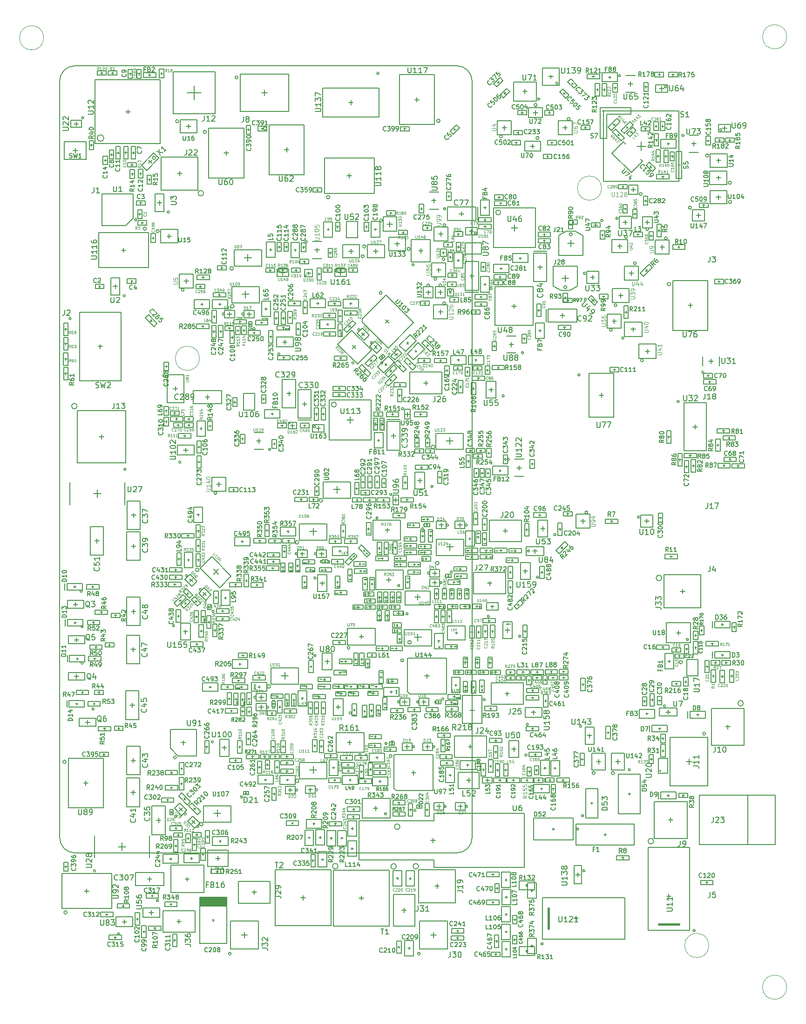
<source format=gbr>
G04 #@! TF.FileFunction,Other,Fab,Top*
%FSLAX46Y46*%
G04 Gerber Fmt 4.6, Leading zero omitted, Abs format (unit mm)*
G04 Created by KiCad (PCBNEW 4.0.7) date Mon Jan 13 15:14:29 2020*
%MOMM*%
%LPD*%
G01*
G04 APERTURE LIST*
%ADD10C,0.150000*%
%ADD11C,0.200000*%
%ADD12C,0.100000*%
%ADD13C,0.400000*%
%ADD14C,0.125000*%
%ADD15C,0.050000*%
%ADD16C,0.031750*%
%ADD17C,0.075000*%
%ADD18C,0.140000*%
%ADD19C,0.175000*%
%ADD20C,0.120000*%
G04 APERTURE END LIST*
D10*
X175669220Y-87903740D02*
X175669220Y-90103740D01*
X177869220Y-87903740D02*
X175669220Y-87903740D01*
X176369220Y-89003740D02*
X177169220Y-89003740D01*
X176769220Y-88603740D02*
X176769220Y-89403740D01*
X175469220Y-88303740D02*
G75*
G03X175469220Y-88303740I-200000J0D01*
G01*
X177869220Y-87903740D02*
X177869220Y-90103740D01*
X177869220Y-90103740D02*
X175669220Y-90103740D01*
X185533207Y-67609740D02*
X185886760Y-67963294D01*
X185886760Y-67963294D02*
X183836151Y-70013903D01*
X183836151Y-70013903D02*
X180300617Y-66478369D01*
X180300617Y-66478369D02*
X182351226Y-64427760D01*
X182351226Y-64427760D02*
X182704780Y-64781313D01*
D11*
X143794368Y-155320160D02*
G75*
G03X143794368Y-155320160I-323788J0D01*
G01*
X144971820Y-153790600D02*
X144971820Y-155060600D01*
X144336820Y-154425600D02*
X145606820Y-154425600D01*
X142471820Y-156015600D02*
X147471820Y-156015600D01*
X147471820Y-156015600D02*
X147471820Y-153065600D01*
X147471820Y-153065600D02*
X142471820Y-153065600D01*
X142471820Y-153065600D02*
X142471820Y-156015600D01*
D10*
X140671660Y-181872820D02*
X141061660Y-182262820D01*
D11*
X140304980Y-175972440D02*
G75*
G03X140304980Y-175972440I-254000J0D01*
G01*
D10*
X140671660Y-175762820D02*
X140671660Y-181862820D01*
X147771660Y-182262820D02*
X141071660Y-182262820D01*
X147771660Y-175762820D02*
X147771660Y-182262820D01*
X147771660Y-175762820D02*
X140671660Y-175762820D01*
X144221660Y-178612820D02*
X144221660Y-179412820D01*
X144621660Y-179012820D02*
X143821660Y-179012820D01*
X133397600Y-87701120D02*
X132997600Y-87701120D01*
X133197600Y-87901120D02*
X133197600Y-87501120D01*
X133997600Y-88101120D02*
X132397600Y-88101120D01*
X132397600Y-88101120D02*
X132397600Y-87301120D01*
X132397600Y-87301120D02*
X133997600Y-87301120D01*
X133997600Y-87301120D02*
X133997600Y-88101120D01*
D11*
X151441700Y-91102020D02*
X151441700Y-92402020D01*
X151441700Y-92402020D02*
X150341700Y-92402020D01*
X150341700Y-91102020D02*
X150341700Y-92402020D01*
X151441700Y-91102020D02*
X150341700Y-91102020D01*
X151143160Y-91326240D02*
G75*
G03X151143160Y-91326240I-254000J0D01*
G01*
D10*
X150891700Y-91552020D02*
X150891700Y-91952020D01*
X151091700Y-91752020D02*
X150691700Y-91752020D01*
D11*
X148076048Y-119841880D02*
G75*
G03X148076048Y-119841880I-323788J0D01*
G01*
X150774860Y-118076580D02*
X150774860Y-119346580D01*
X150139860Y-118711580D02*
X151409860Y-118711580D01*
X148274860Y-120301580D02*
X153274860Y-120301580D01*
X153274860Y-120301580D02*
X153274860Y-117351580D01*
X153274860Y-117351580D02*
X148274860Y-117351580D01*
X148274860Y-117351580D02*
X148274860Y-120301580D01*
D10*
X179044600Y-190071400D02*
X179044600Y-190471400D01*
X178844600Y-190271400D02*
X179244600Y-190271400D01*
X173744600Y-188371400D02*
X184344600Y-188371400D01*
X184344600Y-192171400D02*
X184344600Y-188371400D01*
X184344600Y-192171400D02*
X173744600Y-192171400D01*
X173744600Y-192171400D02*
X173744600Y-188371400D01*
D11*
X134280680Y-194857100D02*
X147942680Y-194857100D01*
X147942680Y-194857100D02*
X147942680Y-196201100D01*
X147942680Y-196201100D02*
X164342680Y-196201100D01*
X164342680Y-196201100D02*
X164342680Y-186401100D01*
X164342680Y-186401100D02*
X147942680Y-186401100D01*
X147942680Y-186401100D02*
X147942680Y-187745100D01*
X147942680Y-187745100D02*
X134280680Y-187745100D01*
X134280680Y-187745100D02*
X134280680Y-194857100D01*
X141733314Y-188823040D02*
G75*
G03X141733314Y-188823040I-502494J0D01*
G01*
D10*
X147742680Y-190901100D02*
X147742680Y-191701100D01*
X148142680Y-191301100D02*
X147342680Y-191301100D01*
X139962860Y-183678020D02*
X139962860Y-187278020D01*
X134912860Y-183678020D02*
X134912860Y-187278020D01*
X134912860Y-183678020D02*
X139962860Y-183678020D01*
X134912860Y-187278020D02*
X139962860Y-187278020D01*
X137312860Y-185878020D02*
X137312860Y-185078020D01*
X136912860Y-185478020D02*
X137712860Y-185478020D01*
X139303640Y-186491840D02*
G75*
G03X139303640Y-186491840I-200000J0D01*
G01*
X167879820Y-139545820D02*
X167879820Y-137945820D01*
X164679820Y-139545820D02*
X164679820Y-137945820D01*
X164679820Y-139545820D02*
X167879820Y-139545820D01*
X165879820Y-138745820D02*
X166679820Y-138745820D01*
X166279820Y-138345820D02*
X166279820Y-139145820D01*
X165294800Y-138740260D02*
G75*
G03X165294800Y-138740260I-200000J0D01*
G01*
X164679820Y-137945820D02*
X167879820Y-137945820D01*
X128573940Y-140355940D02*
X128573940Y-140955940D01*
X127623940Y-140355940D02*
X128573940Y-140355940D01*
X127623940Y-140955940D02*
X128573940Y-140955940D01*
X127623940Y-140355940D02*
X127623940Y-140955940D01*
X128098940Y-140855940D02*
X128098940Y-140455940D01*
X127898940Y-140655940D02*
X128298940Y-140655940D01*
X127615780Y-140649820D02*
G75*
G03X127615780Y-140649820I-200000J0D01*
G01*
X126723940Y-146130940D02*
X128473940Y-146130940D01*
X128473940Y-143080940D02*
X128473940Y-146130940D01*
X126723940Y-143080940D02*
X128473940Y-143080940D01*
X126723940Y-143080940D02*
X126723940Y-146130940D01*
X127198940Y-144605940D02*
X127998940Y-144605940D01*
X127598940Y-144205940D02*
X127598940Y-145005940D01*
X126472700Y-143653260D02*
G75*
G03X126472700Y-143653260I-200000J0D01*
G01*
X118448940Y-166030940D02*
X119048940Y-166030940D01*
X118448940Y-166980940D02*
X118448940Y-166030940D01*
X119048940Y-166980940D02*
X119048940Y-166030940D01*
X118448940Y-166980940D02*
X119048940Y-166980940D01*
X118948940Y-166505940D02*
X118548940Y-166505940D01*
X118748940Y-166705940D02*
X118748940Y-166305940D01*
X118945360Y-167178940D02*
G75*
G03X118945360Y-167178940I-200000J0D01*
G01*
D11*
X105210231Y-142171874D02*
G75*
G03X105210231Y-142171874I-323788J0D01*
G01*
X108747953Y-142056927D02*
X107849927Y-142954953D01*
X107849927Y-142056927D02*
X108747953Y-142954953D01*
X105406873Y-141862473D02*
X108942407Y-145398007D01*
X108942407Y-145398007D02*
X111028372Y-143312042D01*
X111028372Y-143312042D02*
X107492838Y-139776508D01*
X107492838Y-139776508D02*
X105406873Y-141862473D01*
X100503780Y-51703980D02*
X108123780Y-51703980D01*
X108123780Y-51703980D02*
X108123780Y-59323980D01*
X108123780Y-59323980D02*
X100503780Y-59323980D01*
X100503780Y-59323980D02*
X100503780Y-51703980D01*
X103043780Y-55513980D02*
X105583780Y-55513980D01*
X104313780Y-54243980D02*
X104313780Y-56783980D01*
X112290482Y-52719980D02*
G75*
G03X112290482Y-52719980I-271662J0D01*
G01*
X117118820Y-54989980D02*
X117118820Y-55989980D01*
X116618820Y-55489980D02*
X117618820Y-55489980D01*
X121518820Y-52089980D02*
X121518820Y-58889980D01*
X112718820Y-58889980D02*
X112718820Y-52089980D01*
X112718820Y-58889980D02*
X121518820Y-58889980D01*
X112718820Y-52089980D02*
X121518820Y-52089980D01*
X197326042Y-171915980D02*
G75*
G03X197326042Y-171915980I-271662J0D01*
G01*
X194784380Y-177015980D02*
X193784380Y-177015980D01*
X194284380Y-176515980D02*
X194284380Y-177515980D01*
X197684380Y-181415980D02*
X190884380Y-181415980D01*
X190884380Y-172615980D02*
X197684380Y-172615980D01*
X190884380Y-172615980D02*
X190884380Y-181415980D01*
X197684380Y-172615980D02*
X197684380Y-181415980D01*
D10*
X142348940Y-142155940D02*
X142348940Y-145755940D01*
X137298940Y-142155940D02*
X137298940Y-145755940D01*
X137298940Y-142155940D02*
X142348940Y-142155940D01*
X137298940Y-145755940D02*
X142348940Y-145755940D01*
X139698940Y-144355940D02*
X139698940Y-143555940D01*
X139298940Y-143955940D02*
X140098940Y-143955940D01*
X141702420Y-145015480D02*
G75*
G03X141702420Y-145015480I-200000J0D01*
G01*
D11*
X182537280Y-87002520D02*
X182537280Y-89542520D01*
X182537280Y-89542520D02*
X185077280Y-89542520D01*
X185077280Y-89542520D02*
X185077280Y-87002520D01*
X185077280Y-87002520D02*
X182537280Y-87002520D01*
X184706440Y-86471660D02*
G75*
G03X184706440Y-86471660I-254000J0D01*
G01*
D10*
X183807280Y-87872520D02*
X183807280Y-88672520D01*
X184207280Y-88272520D02*
X183407280Y-88272520D01*
X155863860Y-78662140D02*
X155863860Y-76262140D01*
X153333860Y-77472140D02*
X152533860Y-77472140D01*
X152933860Y-77872140D02*
X152933860Y-77072140D01*
X155533860Y-78672140D02*
X150333860Y-78672140D01*
X150333860Y-78672140D02*
X150333860Y-76272140D01*
X150333860Y-76272140D02*
X155533860Y-76272140D01*
X155533860Y-76272140D02*
X155533860Y-78672140D01*
X168429140Y-84270340D02*
X166029140Y-84270340D01*
X167239140Y-86800340D02*
X167239140Y-87600340D01*
X167639140Y-87200340D02*
X166839140Y-87200340D01*
X168439140Y-84600340D02*
X168439140Y-89800340D01*
X168439140Y-89800340D02*
X166039140Y-89800340D01*
X166039140Y-89800340D02*
X166039140Y-84600340D01*
X166039140Y-84600340D02*
X168439140Y-84600340D01*
X153623460Y-91700060D02*
X156023460Y-91700060D01*
X154813460Y-89170060D02*
X154813460Y-88370060D01*
X154413460Y-88770060D02*
X155213460Y-88770060D01*
X153613460Y-91370060D02*
X153613460Y-86170060D01*
X153613460Y-86170060D02*
X156013460Y-86170060D01*
X156013460Y-86170060D02*
X156013460Y-91370060D01*
X156013460Y-91370060D02*
X153613460Y-91370060D01*
X168342200Y-94796600D02*
X168342200Y-97196600D01*
X170872200Y-95986600D02*
X171672200Y-95986600D01*
X171272200Y-95586600D02*
X171272200Y-96386600D01*
X168672200Y-94786600D02*
X173872200Y-94786600D01*
X173872200Y-94786600D02*
X173872200Y-97186600D01*
X173872200Y-97186600D02*
X168672200Y-97186600D01*
X168672200Y-97186600D02*
X168672200Y-94786600D01*
X123213780Y-114953980D02*
X125613780Y-114953980D01*
X124403780Y-112423980D02*
X124403780Y-111623980D01*
X124003780Y-112023980D02*
X124803780Y-112023980D01*
X123203780Y-114623980D02*
X123203780Y-109423980D01*
X123203780Y-109423980D02*
X125603780Y-109423980D01*
X125603780Y-109423980D02*
X125603780Y-114623980D01*
X125603780Y-114623980D02*
X123203780Y-114623980D01*
X141738940Y-114875940D02*
X139338940Y-114875940D01*
X140548940Y-117405940D02*
X140548940Y-118205940D01*
X140948940Y-117805940D02*
X140148940Y-117805940D01*
X141748940Y-115205940D02*
X141748940Y-120405940D01*
X141748940Y-120405940D02*
X139348940Y-120405940D01*
X139348940Y-120405940D02*
X139348940Y-115205940D01*
X139348940Y-115205940D02*
X141748940Y-115205940D01*
X148273940Y-166455940D02*
X148273940Y-165855940D01*
X149223940Y-166455940D02*
X148273940Y-166455940D01*
X149223940Y-165855940D02*
X148273940Y-165855940D01*
X149223940Y-166455940D02*
X149223940Y-165855940D01*
X148748940Y-165955940D02*
X148748940Y-166355940D01*
X148948940Y-166155940D02*
X148548940Y-166155940D01*
X149698940Y-165605940D02*
G75*
G03X149698940Y-165605940I-200000J0D01*
G01*
D11*
X144958260Y-146636340D02*
X144958260Y-147652340D01*
X144450260Y-147144340D02*
X145466260Y-147144340D01*
D10*
X147258260Y-148584340D02*
X142658260Y-148584340D01*
X147258260Y-148584340D02*
X147258260Y-145984340D01*
X142658260Y-148584340D02*
X142658260Y-145984340D01*
X143198260Y-150154340D02*
G75*
G03X143198260Y-150154340I-200000J0D01*
G01*
X147258260Y-145984340D02*
X142658260Y-145984340D01*
X150073940Y-143555940D02*
X150073940Y-142955940D01*
X151023940Y-143555940D02*
X150073940Y-143555940D01*
X151023940Y-142955940D02*
X150073940Y-142955940D01*
X151023940Y-143555940D02*
X151023940Y-142955940D01*
X150548940Y-143055940D02*
X150548940Y-143455940D01*
X150748940Y-143255940D02*
X150348940Y-143255940D01*
X151298940Y-142545940D02*
G75*
G03X151298940Y-142545940I-200000J0D01*
G01*
D11*
X148836248Y-140941180D02*
G75*
G03X148836248Y-140941180I-323788J0D01*
G01*
X150813460Y-137347680D02*
X150813460Y-138617680D01*
X150178460Y-137982680D02*
X151448460Y-137982680D01*
X148313460Y-139572680D02*
X153313460Y-139572680D01*
X153313460Y-139572680D02*
X153313460Y-136622680D01*
X153313460Y-136622680D02*
X148313460Y-136622680D01*
X148313460Y-136622680D02*
X148313460Y-139572680D01*
D10*
X114198940Y-97080940D02*
X114798940Y-97080940D01*
X114198940Y-98030940D02*
X114198940Y-97080940D01*
X114798940Y-98030940D02*
X114798940Y-97080940D01*
X114198940Y-98030940D02*
X114798940Y-98030940D01*
X114698940Y-97555940D02*
X114298940Y-97555940D01*
X114498940Y-97755940D02*
X114498940Y-97355940D01*
X115398940Y-98355940D02*
G75*
G03X115398940Y-98355940I-200000J0D01*
G01*
D11*
X111586408Y-94286940D02*
G75*
G03X111586408Y-94286940I-323788J0D01*
G01*
X113650220Y-91457380D02*
X113650220Y-92727380D01*
X113015220Y-92092380D02*
X114285220Y-92092380D01*
X111150220Y-93682380D02*
X116150220Y-93682380D01*
X116150220Y-93682380D02*
X116150220Y-90732380D01*
X116150220Y-90732380D02*
X111150220Y-90732380D01*
X111150220Y-90732380D02*
X111150220Y-93682380D01*
D10*
X140764740Y-173437240D02*
X140764740Y-174037240D01*
X139814740Y-173437240D02*
X140764740Y-173437240D01*
X139814740Y-174037240D02*
X140764740Y-174037240D01*
X139814740Y-173437240D02*
X139814740Y-174037240D01*
X140289740Y-173937240D02*
X140289740Y-173537240D01*
X140089740Y-173737240D02*
X140489740Y-173737240D01*
X139400180Y-173713340D02*
G75*
G03X139400180Y-173713340I-200000J0D01*
G01*
X80820540Y-145828180D02*
X80820540Y-144628180D01*
X82820540Y-145228180D02*
X82420540Y-145228180D01*
X82620540Y-145428180D02*
X82620540Y-145028180D01*
X84020540Y-145828180D02*
X81220540Y-145828180D01*
X81220540Y-145828180D02*
X81220540Y-144628180D01*
X81220540Y-144628180D02*
X84020540Y-144628180D01*
X84020540Y-144628180D02*
X84020540Y-145828180D01*
D11*
X204180614Y-166409580D02*
G75*
G03X204180614Y-166409580I-502494J0D01*
G01*
D10*
X201345580Y-171078680D02*
X201345580Y-170278680D01*
X200945580Y-170678680D02*
X201745580Y-170678680D01*
D11*
X198345580Y-167328680D02*
X198345580Y-174028680D01*
X198345580Y-167328680D02*
X204345580Y-167328680D01*
X204345580Y-174028680D02*
X204345580Y-167328680D01*
X204345580Y-174028680D02*
X198345580Y-174028680D01*
X204978580Y-192069680D02*
X204978580Y-183069680D01*
X196178580Y-192069680D02*
X196178580Y-183069680D01*
X209978580Y-183069680D02*
X196178580Y-183069680D01*
X209978580Y-192069680D02*
X196178580Y-192069680D01*
X209978580Y-192069680D02*
X209978580Y-183069680D01*
X189321074Y-143632240D02*
G75*
G03X189321074Y-143632240I-502494J0D01*
G01*
D10*
X193525780Y-146066380D02*
X192725780Y-146066380D01*
X193125780Y-146466380D02*
X193125780Y-145666380D01*
D11*
X189775780Y-149066380D02*
X196475780Y-149066380D01*
X189775780Y-149066380D02*
X189775780Y-143066380D01*
X196475780Y-143066380D02*
X189775780Y-143066380D01*
X196475780Y-143066380D02*
X196475780Y-149066380D01*
X187859474Y-191447620D02*
G75*
G03X187859474Y-191447620I-502494J0D01*
G01*
D10*
X190956980Y-187197620D02*
X190956980Y-187997620D01*
X191356980Y-187597620D02*
X190556980Y-187597620D01*
D11*
X193956980Y-190947620D02*
X193956980Y-184247620D01*
X193956980Y-190947620D02*
X187956980Y-190947620D01*
X187956980Y-184247620D02*
X187956980Y-190947620D01*
X187956980Y-184247620D02*
X193956980Y-184247620D01*
D12*
X178396680Y-72825480D02*
G75*
G03X178396680Y-72825480I-2200000J0D01*
G01*
X197903880Y-210391880D02*
G75*
G03X197903880Y-210391880I-2200000J0D01*
G01*
X76951680Y-45517380D02*
G75*
G03X76951680Y-45517380I-2200000J0D01*
G01*
X212079680Y-45326880D02*
G75*
G03X212079680Y-45326880I-2200000J0D01*
G01*
X105282780Y-103737280D02*
G75*
G03X105282780Y-103737280I-2200000J0D01*
G01*
X212066980Y-217983380D02*
G75*
G03X212066980Y-217983380I-2200000J0D01*
G01*
D11*
X79852410Y-190787430D02*
G75*
G03X82652410Y-193587430I2800000J0D01*
G01*
X82653750Y-50588170D02*
G75*
G03X79853750Y-53388170I0J-2800000D01*
G01*
X154861020Y-53390780D02*
G75*
G03X152061020Y-50590780I-2800000J0D01*
G01*
X152057140Y-193590040D02*
G75*
G03X154857140Y-190790040I0J2800000D01*
G01*
X79853540Y-53387200D02*
X79853540Y-190787200D01*
X154853540Y-53387200D02*
X154853540Y-190787200D01*
X152053540Y-193587200D02*
X82653540Y-193587200D01*
X152053540Y-50587200D02*
X82653540Y-50587200D01*
D10*
X113283780Y-110133980D02*
X115283780Y-110133980D01*
X115283780Y-110133980D02*
X115283780Y-113133980D01*
X115283780Y-113133980D02*
X113283780Y-113133980D01*
X113283780Y-113133980D02*
X113283780Y-110133980D01*
D11*
X185622620Y-64408020D02*
X185622620Y-66008020D01*
X184822620Y-65208020D02*
X186422620Y-65208020D01*
X178762620Y-58828020D02*
X178762620Y-71588020D01*
X178762620Y-71588020D02*
X192482620Y-71588020D01*
X192482620Y-71588020D02*
X192482620Y-58828020D01*
X192482620Y-58828020D02*
X178762620Y-58828020D01*
D10*
X86193780Y-190453980D02*
X86193780Y-194453980D01*
X96193780Y-190453980D02*
X96193780Y-194453980D01*
X90493780Y-192453980D02*
X91893780Y-192453980D01*
X91193780Y-191753980D02*
X91193780Y-193153980D01*
X86393780Y-196853980D02*
G75*
G03X86393780Y-196853980I-200000J0D01*
G01*
X93174200Y-206972520D02*
X93174200Y-205222520D01*
X90124200Y-205222520D02*
X93174200Y-205222520D01*
X90124200Y-206972520D02*
X90124200Y-205222520D01*
X90124200Y-206972520D02*
X93174200Y-206972520D01*
X91649200Y-206497520D02*
X91649200Y-205697520D01*
X91249200Y-206097520D02*
X92049200Y-206097520D01*
X90749200Y-208297520D02*
G75*
G03X90749200Y-208297520I-200000J0D01*
G01*
X165933780Y-210453980D02*
X165533780Y-210453980D01*
X165733780Y-210253980D02*
X165733780Y-210653980D01*
X166533780Y-209053980D02*
X166533780Y-211853980D01*
X166533780Y-211853980D02*
X164933780Y-211853980D01*
X164933780Y-211853980D02*
X164933780Y-209053980D01*
X164933780Y-209053980D02*
X166533780Y-209053980D01*
X165933780Y-200423980D02*
X165533780Y-200423980D01*
X165733780Y-200223980D02*
X165733780Y-200623980D01*
X166533780Y-199023980D02*
X166533780Y-201823980D01*
X166533780Y-201823980D02*
X164933780Y-201823980D01*
X164933780Y-201823980D02*
X164933780Y-199023980D01*
X164933780Y-199023980D02*
X166533780Y-199023980D01*
X161233780Y-198473980D02*
X160833780Y-198473980D01*
X161033780Y-198273980D02*
X161033780Y-198673980D01*
X161833780Y-197073980D02*
X161833780Y-199873980D01*
X161833780Y-199873980D02*
X160233780Y-199873980D01*
X160233780Y-199873980D02*
X160233780Y-197073980D01*
X160233780Y-197073980D02*
X161833780Y-197073980D01*
X161263780Y-201613980D02*
X160863780Y-201613980D01*
X161063780Y-201413980D02*
X161063780Y-201813980D01*
X161863780Y-200213980D02*
X161863780Y-203013980D01*
X161863780Y-203013980D02*
X160263780Y-203013980D01*
X160263780Y-203013980D02*
X160263780Y-200213980D01*
X160263780Y-200213980D02*
X161863780Y-200213980D01*
X161233780Y-204743980D02*
X160833780Y-204743980D01*
X161033780Y-204543980D02*
X161033780Y-204943980D01*
X161833780Y-203343980D02*
X161833780Y-206143980D01*
X161833780Y-206143980D02*
X160233780Y-206143980D01*
X160233780Y-206143980D02*
X160233780Y-203343980D01*
X160233780Y-203343980D02*
X161833780Y-203343980D01*
X161233780Y-207903980D02*
X160833780Y-207903980D01*
X161033780Y-207703980D02*
X161033780Y-208103980D01*
X161833780Y-206503980D02*
X161833780Y-209303980D01*
X161833780Y-209303980D02*
X160233780Y-209303980D01*
X160233780Y-209303980D02*
X160233780Y-206503980D01*
X160233780Y-206503980D02*
X161833780Y-206503980D01*
X161243780Y-211053980D02*
X160843780Y-211053980D01*
X161043780Y-210853980D02*
X161043780Y-211253980D01*
X161843780Y-209653980D02*
X161843780Y-212453980D01*
X161843780Y-212453980D02*
X160243780Y-212453980D01*
X160243780Y-212453980D02*
X160243780Y-209653980D01*
X160243780Y-209653980D02*
X161843780Y-209653980D01*
X158853780Y-197493980D02*
X158453780Y-197493980D01*
X158653780Y-197693980D02*
X158653780Y-197293980D01*
X159780780Y-197893980D02*
X157526780Y-197893980D01*
X157526780Y-197893980D02*
X157526780Y-197093980D01*
X157526780Y-197093980D02*
X159780780Y-197093980D01*
X159780780Y-197093980D02*
X159780780Y-197893980D01*
X159403780Y-199783980D02*
X159403780Y-200183980D01*
X159603780Y-199983980D02*
X159203780Y-199983980D01*
X159803780Y-199183980D02*
X159803780Y-200783980D01*
X159803780Y-200783980D02*
X159003780Y-200783980D01*
X159003780Y-200783980D02*
X159003780Y-199183980D01*
X159003780Y-199183980D02*
X159803780Y-199183980D01*
X162613780Y-205493980D02*
X162613780Y-205893980D01*
X162813780Y-205693980D02*
X162413780Y-205693980D01*
X163013780Y-204893980D02*
X163013780Y-206493980D01*
X163013780Y-206493980D02*
X162213780Y-206493980D01*
X162213780Y-206493980D02*
X162213780Y-204893980D01*
X162213780Y-204893980D02*
X163013780Y-204893980D01*
X162603780Y-209133980D02*
X162603780Y-209533980D01*
X162803780Y-209333980D02*
X162403780Y-209333980D01*
X163003780Y-208533980D02*
X163003780Y-210133980D01*
X163003780Y-210133980D02*
X162203780Y-210133980D01*
X162203780Y-210133980D02*
X162203780Y-208533980D01*
X162203780Y-208533980D02*
X163003780Y-208533980D01*
X159353780Y-212003980D02*
X158953780Y-212003980D01*
X159153780Y-212203980D02*
X159153780Y-211803980D01*
X159953780Y-212403980D02*
X158353780Y-212403980D01*
X158353780Y-212403980D02*
X158353780Y-211603980D01*
X158353780Y-211603980D02*
X159953780Y-211603980D01*
X159953780Y-211603980D02*
X159953780Y-212403980D01*
X164783780Y-211203980D02*
X164783780Y-211603980D01*
X164583780Y-211403980D02*
X164983780Y-211403980D01*
X163383780Y-210603980D02*
X166183780Y-210603980D01*
X166183780Y-210603980D02*
X166183780Y-212203980D01*
X166183780Y-212203980D02*
X163383780Y-212203980D01*
X163383780Y-212203980D02*
X163383780Y-210603980D01*
X164773780Y-199673980D02*
X164773780Y-199273980D01*
X164973780Y-199473980D02*
X164573780Y-199473980D01*
X166173780Y-200273980D02*
X163373780Y-200273980D01*
X163373780Y-200273980D02*
X163373780Y-198673980D01*
X163373780Y-198673980D02*
X166173780Y-198673980D01*
X166173780Y-198673980D02*
X166173780Y-200273980D01*
X158853780Y-202573980D02*
X158453780Y-202573980D01*
X158653780Y-202773980D02*
X158653780Y-202373980D01*
X159780780Y-202973980D02*
X157526780Y-202973980D01*
X157526780Y-202973980D02*
X157526780Y-202173980D01*
X157526780Y-202173980D02*
X159780780Y-202173980D01*
X159780780Y-202173980D02*
X159780780Y-202973980D01*
X159323780Y-209413980D02*
X159323780Y-209813980D01*
X159523780Y-209613980D02*
X159123780Y-209613980D01*
X159723780Y-208486980D02*
X159723780Y-210740980D01*
X159723780Y-210740980D02*
X158923780Y-210740980D01*
X158923780Y-210740980D02*
X158923780Y-208486980D01*
X158923780Y-208486980D02*
X159723780Y-208486980D01*
X92293780Y-59333980D02*
X92293780Y-58533980D01*
X91893780Y-58933980D02*
X92693780Y-58933980D01*
X87893780Y-63733980D02*
G75*
G03X87893780Y-63733980I-600000J0D01*
G01*
X86293780Y-64733980D02*
X86293780Y-53133980D01*
X86293780Y-53133980D02*
X98093780Y-53133980D01*
X98093780Y-53133980D02*
X98093780Y-64733980D01*
X98093780Y-64733980D02*
X86293780Y-64733980D01*
X118503780Y-114033980D02*
X118503780Y-113633980D01*
X118703780Y-113833980D02*
X118303780Y-113833980D01*
X119903780Y-114633980D02*
X117103780Y-114633980D01*
X117103780Y-114633980D02*
X117103780Y-113033980D01*
X117103780Y-113033980D02*
X119903780Y-113033980D01*
X119903780Y-113033980D02*
X119903780Y-114633980D01*
X138048780Y-118633980D02*
X137648780Y-118633980D01*
X137848780Y-118433980D02*
X137848780Y-118833980D01*
X138648780Y-117233980D02*
X138648780Y-120033980D01*
X138648780Y-120033980D02*
X137048780Y-120033980D01*
X137048780Y-120033980D02*
X137048780Y-117233980D01*
X137048780Y-117233980D02*
X138648780Y-117233980D01*
X198710580Y-155591380D02*
X198310580Y-155591380D01*
X198510580Y-155791380D02*
X198510580Y-155391380D01*
X199637580Y-155991380D02*
X197383580Y-155991380D01*
X197383580Y-155991380D02*
X197383580Y-155191380D01*
X197383580Y-155191380D02*
X199637580Y-155191380D01*
X199637580Y-155191380D02*
X199637580Y-155991380D01*
X192213580Y-162866980D02*
X191813580Y-162866980D01*
X192013580Y-163066980D02*
X192013580Y-162666980D01*
X192813580Y-163266980D02*
X191213580Y-163266980D01*
X191213580Y-163266980D02*
X191213580Y-162466980D01*
X191213580Y-162466980D02*
X192813580Y-162466980D01*
X192813580Y-162466980D02*
X192813580Y-163266980D01*
X199837740Y-103401480D02*
X199837740Y-105101480D01*
X196737740Y-103401480D02*
X196737740Y-105101480D01*
X197887740Y-104251480D02*
X198687740Y-104251480D01*
X198287740Y-103851480D02*
X198287740Y-104651480D01*
X196987740Y-106251480D02*
G75*
G03X196987740Y-106251480I-200000J0D01*
G01*
X197409920Y-120551780D02*
X193409920Y-120551780D01*
X193409920Y-111801780D02*
X193409920Y-120551780D01*
X197409920Y-111801780D02*
X193409920Y-111801780D01*
X197409920Y-111801780D02*
X197409920Y-120551780D01*
X195409920Y-115776780D02*
X195409920Y-116576780D01*
X195809920Y-116176780D02*
X195009920Y-116176780D01*
X192509920Y-111576780D02*
G75*
G03X192509920Y-111576780I-200000J0D01*
G01*
X115198780Y-117208980D02*
X116898780Y-117208980D01*
X115198780Y-120308980D02*
X116898780Y-120308980D01*
X116048780Y-119158980D02*
X116048780Y-118358980D01*
X115648780Y-118758980D02*
X116448780Y-118758980D01*
X118248780Y-120258980D02*
G75*
G03X118248780Y-120258980I-200000J0D01*
G01*
X189572680Y-174822080D02*
X189572680Y-175222080D01*
X189772680Y-175022080D02*
X189372680Y-175022080D01*
X189972680Y-173895080D02*
X189972680Y-176149080D01*
X189972680Y-176149080D02*
X189172680Y-176149080D01*
X189172680Y-176149080D02*
X189172680Y-173895080D01*
X189172680Y-173895080D02*
X189972680Y-173895080D01*
X143407519Y-104614519D02*
X143690361Y-104897361D01*
X143690361Y-104614519D02*
X143407519Y-104897361D01*
X143034873Y-103676188D02*
X144628692Y-105270007D01*
X144628692Y-105270007D02*
X144063007Y-105835692D01*
X144063007Y-105835692D02*
X142469188Y-104241873D01*
X142469188Y-104241873D02*
X143034873Y-103676188D01*
X132998940Y-95505940D02*
X132598940Y-95505940D01*
X132798940Y-95705940D02*
X132798940Y-95305940D01*
X133925940Y-95905940D02*
X131671940Y-95905940D01*
X131671940Y-95905940D02*
X131671940Y-95105940D01*
X131671940Y-95105940D02*
X133925940Y-95105940D01*
X133925940Y-95105940D02*
X133925940Y-95905940D01*
X130048940Y-93805940D02*
X129648940Y-93805940D01*
X129848940Y-94005940D02*
X129848940Y-93605940D01*
X130975940Y-94205940D02*
X128721940Y-94205940D01*
X128721940Y-94205940D02*
X128721940Y-93405940D01*
X128721940Y-93405940D02*
X130975940Y-93405940D01*
X130975940Y-93405940D02*
X130975940Y-94205940D01*
D11*
X138556040Y-78693800D02*
G75*
G03X138556040Y-78693800I-250000J0D01*
G01*
X140414040Y-79343800D02*
X139398040Y-79343800D01*
X139906040Y-78835800D02*
X139906040Y-79851800D01*
D10*
X138706040Y-78043800D02*
X138706040Y-80643800D01*
X138706040Y-80643800D02*
X141106040Y-80643800D01*
X138706040Y-78043800D02*
X141106040Y-78043800D01*
X141106040Y-80643800D02*
X141106040Y-78043800D01*
D11*
X105929828Y-188355840D02*
G75*
G03X105929828Y-188355840I-323788J0D01*
G01*
X108527040Y-185752340D02*
X108527040Y-187022340D01*
X107892040Y-186387340D02*
X109162040Y-186387340D01*
X106027040Y-187977340D02*
X111027040Y-187977340D01*
X111027040Y-187977340D02*
X111027040Y-185027340D01*
X111027040Y-185027340D02*
X106027040Y-185027340D01*
X106027040Y-185027340D02*
X106027040Y-187977340D01*
D10*
X140448940Y-128555940D02*
X140448940Y-130355940D01*
X140448940Y-130355940D02*
X141448940Y-130355940D01*
X140948940Y-129855940D02*
X140948940Y-129055940D01*
X140548940Y-129455940D02*
X141348940Y-129455940D01*
X140248940Y-128455940D02*
G75*
G03X140248940Y-128455940I-200000J0D01*
G01*
X140448940Y-128555940D02*
X141448940Y-128555940D01*
X141448940Y-128555940D02*
X141448940Y-130355940D01*
X142598980Y-113006220D02*
X142598980Y-114806220D01*
X142598980Y-114806220D02*
X143598980Y-114806220D01*
X143098980Y-114306220D02*
X143098980Y-113506220D01*
X142698980Y-113906220D02*
X143498980Y-113906220D01*
X142398980Y-112906220D02*
G75*
G03X142398980Y-112906220I-200000J0D01*
G01*
X142598980Y-113006220D02*
X143598980Y-113006220D01*
X143598980Y-113006220D02*
X143598980Y-114806220D01*
X127614780Y-160358200D02*
X129364780Y-160358200D01*
X129364780Y-157308200D02*
X129364780Y-160358200D01*
X127614780Y-157308200D02*
X129364780Y-157308200D01*
X127614780Y-157308200D02*
X127614780Y-160358200D01*
X128089780Y-158833200D02*
X128889780Y-158833200D01*
X128489780Y-158433200D02*
X128489780Y-159233200D01*
X126489780Y-157733200D02*
G75*
G03X126489780Y-157733200I-200000J0D01*
G01*
X168573940Y-133130940D02*
X166823940Y-133130940D01*
X166823940Y-136180940D02*
X166823940Y-133130940D01*
X168573940Y-136180940D02*
X166823940Y-136180940D01*
X168573940Y-136180940D02*
X168573940Y-133130940D01*
X168098940Y-134655940D02*
X167298940Y-134655940D01*
X167698940Y-135055940D02*
X167698940Y-134255940D01*
X170098940Y-135755940D02*
G75*
G03X170098940Y-135755940I-200000J0D01*
G01*
X132009940Y-78842020D02*
X134009940Y-78842020D01*
X134009940Y-78842020D02*
X134009940Y-81842020D01*
X134009940Y-81842020D02*
X132009940Y-81842020D01*
X132009940Y-81842020D02*
X132009940Y-78842020D01*
X146229300Y-124399040D02*
X144479300Y-124399040D01*
X144479300Y-127449040D02*
X144479300Y-124399040D01*
X146229300Y-127449040D02*
X144479300Y-127449040D01*
X146229300Y-127449040D02*
X146229300Y-124399040D01*
X145754300Y-125924040D02*
X144954300Y-125924040D01*
X145354300Y-126324040D02*
X145354300Y-125524040D01*
X147754300Y-127024040D02*
G75*
G03X147754300Y-127024040I-200000J0D01*
G01*
X97183900Y-73875700D02*
X97183900Y-77075700D01*
X97233900Y-73875700D02*
X98783900Y-73875700D01*
X97233900Y-77075700D02*
X98783900Y-77075700D01*
X98008900Y-75875700D02*
X98008900Y-75075700D01*
X97608900Y-75475700D02*
X98408900Y-75475700D01*
X99808900Y-77175700D02*
G75*
G03X99808900Y-77175700I-200000J0D01*
G01*
X98783900Y-73875700D02*
X98783900Y-77075700D01*
X89160040Y-89069980D02*
X89160040Y-92269980D01*
X89210040Y-89069980D02*
X90760040Y-89069980D01*
X89210040Y-92269980D02*
X90760040Y-92269980D01*
X89985040Y-91069980D02*
X89985040Y-90269980D01*
X89585040Y-90669980D02*
X90385040Y-90669980D01*
X91785040Y-92369980D02*
G75*
G03X91785040Y-92369980I-200000J0D01*
G01*
X90760040Y-89069980D02*
X90760040Y-92269980D01*
X145483960Y-120562100D02*
X145083960Y-120562100D01*
X145283960Y-120762100D02*
X145283960Y-120362100D01*
X146083960Y-120962100D02*
X144483960Y-120962100D01*
X144483960Y-120962100D02*
X144483960Y-120162100D01*
X144483960Y-120162100D02*
X146083960Y-120162100D01*
X146083960Y-120162100D02*
X146083960Y-120962100D01*
X141354660Y-184462020D02*
X141754660Y-184462020D01*
X141554660Y-184262020D02*
X141554660Y-184662020D01*
X140427660Y-184062020D02*
X142681660Y-184062020D01*
X142681660Y-184062020D02*
X142681660Y-184862020D01*
X142681660Y-184862020D02*
X140427660Y-184862020D01*
X140427660Y-184862020D02*
X140427660Y-184062020D01*
X141754660Y-186504180D02*
X141354660Y-186504180D01*
X141554660Y-186704180D02*
X141554660Y-186304180D01*
X142681660Y-186904180D02*
X140427660Y-186904180D01*
X140427660Y-186904180D02*
X140427660Y-186104180D01*
X140427660Y-186104180D02*
X142681660Y-186104180D01*
X142681660Y-186104180D02*
X142681660Y-186904180D01*
X146448940Y-139005940D02*
X146048940Y-139005940D01*
X146248940Y-139205940D02*
X146248940Y-138805940D01*
X147375940Y-139405940D02*
X145121940Y-139405940D01*
X145121940Y-139405940D02*
X145121940Y-138605940D01*
X145121940Y-138605940D02*
X147375940Y-138605940D01*
X147375940Y-138605940D02*
X147375940Y-139405940D01*
X156647260Y-120483360D02*
X156247260Y-120483360D01*
X156447260Y-120683360D02*
X156447260Y-120283360D01*
X157247260Y-120883360D02*
X155647260Y-120883360D01*
X155647260Y-120883360D02*
X155647260Y-120083360D01*
X155647260Y-120083360D02*
X157247260Y-120083360D01*
X157247260Y-120083360D02*
X157247260Y-120883360D01*
X108714340Y-196953740D02*
X108314340Y-196953740D01*
X108514340Y-197153740D02*
X108514340Y-196753740D01*
X109641340Y-197353740D02*
X107387340Y-197353740D01*
X107387340Y-197353740D02*
X107387340Y-196553740D01*
X107387340Y-196553740D02*
X109641340Y-196553740D01*
X109641340Y-196553740D02*
X109641340Y-197353740D01*
X109060440Y-191241940D02*
X109060440Y-191641940D01*
X108860440Y-191441940D02*
X109260440Y-191441940D01*
X107660440Y-190641940D02*
X110460440Y-190641940D01*
X110460440Y-190641940D02*
X110460440Y-192241940D01*
X110460440Y-192241940D02*
X107660440Y-192241940D01*
X107660440Y-192241940D02*
X107660440Y-190641940D01*
X99995840Y-181726440D02*
X100395840Y-181726440D01*
X100195840Y-181526440D02*
X100195840Y-181926440D01*
X99068840Y-181326440D02*
X101322840Y-181326440D01*
X101322840Y-181326440D02*
X101322840Y-182126440D01*
X101322840Y-182126440D02*
X99068840Y-182126440D01*
X99068840Y-182126440D02*
X99068840Y-181326440D01*
X102037340Y-180802540D02*
X102037340Y-181202540D01*
X102237340Y-181002540D02*
X101837340Y-181002540D01*
X102437340Y-179875540D02*
X102437340Y-182129540D01*
X102437340Y-182129540D02*
X101637340Y-182129540D01*
X101637340Y-182129540D02*
X101637340Y-179875540D01*
X101637340Y-179875540D02*
X102437340Y-179875540D01*
X99983140Y-178995940D02*
X100383140Y-178995940D01*
X100183140Y-178795940D02*
X100183140Y-179195940D01*
X99056140Y-178595940D02*
X101310140Y-178595940D01*
X101310140Y-178595940D02*
X101310140Y-179395940D01*
X101310140Y-179395940D02*
X99056140Y-179395940D01*
X99056140Y-179395940D02*
X99056140Y-178595940D01*
X137598940Y-113855940D02*
X137998940Y-113855940D01*
X137798940Y-113655940D02*
X137798940Y-114055940D01*
X136998940Y-113455940D02*
X138598940Y-113455940D01*
X138598940Y-113455940D02*
X138598940Y-114255940D01*
X138598940Y-114255940D02*
X136998940Y-114255940D01*
X136998940Y-114255940D02*
X136998940Y-113455940D01*
X141667280Y-154917700D02*
X141667280Y-154517700D01*
X141467280Y-154717700D02*
X141867280Y-154717700D01*
X141267280Y-155517700D02*
X141267280Y-153917700D01*
X141267280Y-153917700D02*
X142067280Y-153917700D01*
X142067280Y-153917700D02*
X142067280Y-155517700D01*
X142067280Y-155517700D02*
X141267280Y-155517700D01*
X141422780Y-152205200D02*
X141022780Y-152205200D01*
X141222780Y-152405200D02*
X141222780Y-152005200D01*
X142022780Y-152605200D02*
X140422780Y-152605200D01*
X140422780Y-152605200D02*
X140422780Y-151805200D01*
X140422780Y-151805200D02*
X142022780Y-151805200D01*
X142022780Y-151805200D02*
X142022780Y-152605200D01*
X141422780Y-153257200D02*
X141022780Y-153257200D01*
X141222780Y-153457200D02*
X141222780Y-153057200D01*
X142022780Y-153657200D02*
X140422780Y-153657200D01*
X140422780Y-153657200D02*
X140422780Y-152857200D01*
X140422780Y-152857200D02*
X142022780Y-152857200D01*
X142022780Y-152857200D02*
X142022780Y-153657200D01*
X124166480Y-86166560D02*
X124566480Y-86166560D01*
X124366480Y-85966560D02*
X124366480Y-86366560D01*
X123566480Y-85766560D02*
X125166480Y-85766560D01*
X125166480Y-85766560D02*
X125166480Y-86566560D01*
X125166480Y-86566560D02*
X123566480Y-86566560D01*
X123566480Y-86566560D02*
X123566480Y-85766560D01*
X142521280Y-80873600D02*
X142121280Y-80873600D01*
X142321280Y-81073600D02*
X142321280Y-80673600D01*
X143121280Y-81273600D02*
X141521280Y-81273600D01*
X141521280Y-81273600D02*
X141521280Y-80473600D01*
X141521280Y-80473600D02*
X143121280Y-80473600D01*
X143121280Y-80473600D02*
X143121280Y-81273600D01*
X172062800Y-93202760D02*
X172462800Y-93202760D01*
X172262800Y-93002760D02*
X172262800Y-93402760D01*
X171462800Y-92802760D02*
X173062800Y-92802760D01*
X173062800Y-92802760D02*
X173062800Y-93602760D01*
X173062800Y-93602760D02*
X171462800Y-93602760D01*
X171462800Y-93602760D02*
X171462800Y-92802760D01*
X155719580Y-95313100D02*
X155319580Y-95313100D01*
X155519580Y-95513100D02*
X155519580Y-95113100D01*
X156319580Y-95713100D02*
X154719580Y-95713100D01*
X154719580Y-95713100D02*
X154719580Y-94913100D01*
X154719580Y-94913100D02*
X156319580Y-94913100D01*
X156319580Y-94913100D02*
X156319580Y-95713100D01*
X178571580Y-81121780D02*
X178571580Y-81521780D01*
X178771580Y-81321780D02*
X178371580Y-81321780D01*
X178971580Y-80521780D02*
X178971580Y-82121780D01*
X178971580Y-82121780D02*
X178171580Y-82121780D01*
X178171580Y-82121780D02*
X178171580Y-80521780D01*
X178171580Y-80521780D02*
X178971580Y-80521780D01*
X171805600Y-92540480D02*
X171805600Y-92940480D01*
X172005600Y-92740480D02*
X171605600Y-92740480D01*
X172205600Y-91940480D02*
X172205600Y-93540480D01*
X172205600Y-93540480D02*
X171405600Y-93540480D01*
X171405600Y-93540480D02*
X171405600Y-91940480D01*
X171405600Y-91940480D02*
X172205600Y-91940480D01*
X173033080Y-79014320D02*
X173433080Y-79014320D01*
X173233080Y-78814320D02*
X173233080Y-79214320D01*
X172433080Y-78614320D02*
X174033080Y-78614320D01*
X174033080Y-78614320D02*
X174033080Y-79414320D01*
X174033080Y-79414320D02*
X172433080Y-79414320D01*
X172433080Y-79414320D02*
X172433080Y-78614320D01*
X152559360Y-81150460D02*
X152159360Y-81150460D01*
X152359360Y-81350460D02*
X152359360Y-80950460D01*
X153159360Y-81550460D02*
X151559360Y-81550460D01*
X151559360Y-81550460D02*
X151559360Y-80750460D01*
X151559360Y-80750460D02*
X153159360Y-80750460D01*
X153159360Y-80750460D02*
X153159360Y-81550460D01*
X172786040Y-79661360D02*
X172786040Y-79261360D01*
X172586040Y-79461360D02*
X172986040Y-79461360D01*
X172386040Y-80261360D02*
X172386040Y-78661360D01*
X172386040Y-78661360D02*
X173186040Y-78661360D01*
X173186040Y-78661360D02*
X173186040Y-80261360D01*
X173186040Y-80261360D02*
X172386040Y-80261360D01*
X150664520Y-83111340D02*
X150264520Y-83111340D01*
X150464520Y-83311340D02*
X150464520Y-82911340D01*
X151264520Y-83511340D02*
X149664520Y-83511340D01*
X149664520Y-83511340D02*
X149664520Y-82711340D01*
X149664520Y-82711340D02*
X151264520Y-82711340D01*
X151264520Y-82711340D02*
X151264520Y-83511340D01*
X151802900Y-93088060D02*
X151402900Y-93088060D01*
X151602900Y-93288060D02*
X151602900Y-92888060D01*
X152402900Y-93488060D02*
X150802900Y-93488060D01*
X150802900Y-93488060D02*
X150802900Y-92688060D01*
X150802900Y-92688060D02*
X152402900Y-92688060D01*
X152402900Y-92688060D02*
X152402900Y-93488060D01*
X150876000Y-85174480D02*
X150876000Y-85574480D01*
X151076000Y-85374480D02*
X150676000Y-85374480D01*
X151276000Y-84574480D02*
X151276000Y-86174480D01*
X151276000Y-86174480D02*
X150476000Y-86174480D01*
X150476000Y-86174480D02*
X150476000Y-84574480D01*
X150476000Y-84574480D02*
X151276000Y-84574480D01*
X151411740Y-90288980D02*
X151011740Y-90288980D01*
X151211740Y-90488980D02*
X151211740Y-90088980D01*
X152011740Y-90688980D02*
X150411740Y-90688980D01*
X150411740Y-90688980D02*
X150411740Y-89888980D01*
X150411740Y-89888980D02*
X152011740Y-89888980D01*
X152011740Y-89888980D02*
X152011740Y-90688980D01*
X157640620Y-138654380D02*
X157240620Y-138654380D01*
X157440620Y-138854380D02*
X157440620Y-138454380D01*
X158567620Y-139054380D02*
X156313620Y-139054380D01*
X156313620Y-139054380D02*
X156313620Y-138254380D01*
X156313620Y-138254380D02*
X158567620Y-138254380D01*
X158567620Y-138254380D02*
X158567620Y-139054380D01*
X146448940Y-137905940D02*
X146048940Y-137905940D01*
X146248940Y-138105940D02*
X146248940Y-137705940D01*
X147375940Y-138305940D02*
X145121940Y-138305940D01*
X145121940Y-138305940D02*
X145121940Y-137505940D01*
X145121940Y-137505940D02*
X147375940Y-137505940D01*
X147375940Y-137505940D02*
X147375940Y-138305940D01*
X137998940Y-138455940D02*
X137998940Y-138055940D01*
X137798940Y-138255940D02*
X138198940Y-138255940D01*
X137598940Y-139382940D02*
X137598940Y-137128940D01*
X137598940Y-137128940D02*
X138398940Y-137128940D01*
X138398940Y-137128940D02*
X138398940Y-139382940D01*
X138398940Y-139382940D02*
X137598940Y-139382940D01*
X138703780Y-140083980D02*
X138303780Y-140083980D01*
X138503780Y-140283980D02*
X138503780Y-139883980D01*
X139630780Y-140483980D02*
X137376780Y-140483980D01*
X137376780Y-140483980D02*
X137376780Y-139683980D01*
X137376780Y-139683980D02*
X139630780Y-139683980D01*
X139630780Y-139683980D02*
X139630780Y-140483980D01*
X134139740Y-129460860D02*
X133739740Y-129460860D01*
X133939740Y-129660860D02*
X133939740Y-129260860D01*
X134739740Y-129860860D02*
X133139740Y-129860860D01*
X133139740Y-129860860D02*
X133139740Y-129060860D01*
X133139740Y-129060860D02*
X134739740Y-129060860D01*
X134739740Y-129060860D02*
X134739740Y-129860860D01*
X126233300Y-129365740D02*
X125833300Y-129365740D01*
X126033300Y-129565740D02*
X126033300Y-129165740D01*
X126833300Y-129765740D02*
X125233300Y-129765740D01*
X125233300Y-129765740D02*
X125233300Y-128965740D01*
X125233300Y-128965740D02*
X126833300Y-128965740D01*
X126833300Y-128965740D02*
X126833300Y-129765740D01*
X99243540Y-113483340D02*
X99243540Y-113083340D01*
X99043540Y-113283340D02*
X99443540Y-113283340D01*
X98843540Y-114083340D02*
X98843540Y-112483340D01*
X98843540Y-112483340D02*
X99643540Y-112483340D01*
X99643540Y-112483340D02*
X99643540Y-114083340D01*
X99643540Y-114083340D02*
X98843540Y-114083340D01*
X133886980Y-127179460D02*
X133886980Y-127579460D01*
X134086980Y-127379460D02*
X133686980Y-127379460D01*
X134286980Y-126252460D02*
X134286980Y-128506460D01*
X134286980Y-128506460D02*
X133486980Y-128506460D01*
X133486980Y-128506460D02*
X133486980Y-126252460D01*
X133486980Y-126252460D02*
X134286980Y-126252460D01*
X154163220Y-122625060D02*
X154163220Y-122225060D01*
X153963220Y-122425060D02*
X154363220Y-122425060D01*
X153763220Y-123552060D02*
X153763220Y-121298060D01*
X153763220Y-121298060D02*
X154563220Y-121298060D01*
X154563220Y-121298060D02*
X154563220Y-123552060D01*
X154563220Y-123552060D02*
X153763220Y-123552060D01*
X164312540Y-160726460D02*
X163912540Y-160726460D01*
X164112540Y-160926460D02*
X164112540Y-160526460D01*
X165239540Y-161126460D02*
X162985540Y-161126460D01*
X162985540Y-161126460D02*
X162985540Y-160326460D01*
X162985540Y-160326460D02*
X165239540Y-160326460D01*
X165239540Y-160326460D02*
X165239540Y-161126460D01*
X151057460Y-88622740D02*
X151457460Y-88622740D01*
X151257460Y-88422740D02*
X151257460Y-88822740D01*
X150457460Y-88222740D02*
X152057460Y-88222740D01*
X152057460Y-88222740D02*
X152057460Y-89022740D01*
X152057460Y-89022740D02*
X150457460Y-89022740D01*
X150457460Y-89022740D02*
X150457460Y-88222740D01*
X160284760Y-138646760D02*
X159884760Y-138646760D01*
X160084760Y-138846760D02*
X160084760Y-138446760D01*
X161211760Y-139046760D02*
X158957760Y-139046760D01*
X158957760Y-139046760D02*
X158957760Y-138246760D01*
X158957760Y-138246760D02*
X161211760Y-138246760D01*
X161211760Y-138246760D02*
X161211760Y-139046760D01*
X157225380Y-139805000D02*
X157625380Y-139805000D01*
X157425380Y-139605000D02*
X157425380Y-140005000D01*
X156298380Y-139405000D02*
X158552380Y-139405000D01*
X158552380Y-139405000D02*
X158552380Y-140205000D01*
X158552380Y-140205000D02*
X156298380Y-140205000D01*
X156298380Y-140205000D02*
X156298380Y-139405000D01*
X154588860Y-138646760D02*
X154988860Y-138646760D01*
X154788860Y-138446760D02*
X154788860Y-138846760D01*
X153661860Y-138246760D02*
X155915860Y-138246760D01*
X155915860Y-138246760D02*
X155915860Y-139046760D01*
X155915860Y-139046760D02*
X153661860Y-139046760D01*
X153661860Y-139046760D02*
X153661860Y-138246760D01*
X154596480Y-139835480D02*
X154996480Y-139835480D01*
X154796480Y-139635480D02*
X154796480Y-140035480D01*
X153669480Y-139435480D02*
X155923480Y-139435480D01*
X155923480Y-139435480D02*
X155923480Y-140235480D01*
X155923480Y-140235480D02*
X153669480Y-140235480D01*
X153669480Y-140235480D02*
X153669480Y-139435480D01*
X146686180Y-140162000D02*
X146286180Y-140162000D01*
X146486180Y-140362000D02*
X146486180Y-139962000D01*
X147286180Y-140562000D02*
X145686180Y-140562000D01*
X145686180Y-140562000D02*
X145686180Y-139762000D01*
X145686180Y-139762000D02*
X147286180Y-139762000D01*
X147286180Y-139762000D02*
X147286180Y-140562000D01*
X144553780Y-141183980D02*
X144153780Y-141183980D01*
X144353780Y-141383980D02*
X144353780Y-140983980D01*
X145480780Y-141583980D02*
X143226780Y-141583980D01*
X143226780Y-141583980D02*
X143226780Y-140783980D01*
X143226780Y-140783980D02*
X145480780Y-140783980D01*
X145480780Y-140783980D02*
X145480780Y-141583980D01*
X142022740Y-140085800D02*
X141622740Y-140085800D01*
X141822740Y-140285800D02*
X141822740Y-139885800D01*
X142949740Y-140485800D02*
X140695740Y-140485800D01*
X140695740Y-140485800D02*
X140695740Y-139685800D01*
X140695740Y-139685800D02*
X142949740Y-139685800D01*
X142949740Y-139685800D02*
X142949740Y-140485800D01*
X139248940Y-138055940D02*
X139248940Y-138455940D01*
X139448940Y-138255940D02*
X139048940Y-138255940D01*
X139648940Y-137128940D02*
X139648940Y-139382940D01*
X139648940Y-139382940D02*
X138848940Y-139382940D01*
X138848940Y-139382940D02*
X138848940Y-137128940D01*
X138848940Y-137128940D02*
X139648940Y-137128940D01*
X135390361Y-138847361D02*
X135107519Y-138564519D01*
X135107519Y-138847361D02*
X135390361Y-138564519D01*
X135763007Y-139785692D02*
X134169188Y-138191873D01*
X134169188Y-138191873D02*
X134734873Y-137626188D01*
X134734873Y-137626188D02*
X136328692Y-139220007D01*
X136328692Y-139220007D02*
X135763007Y-139785692D01*
X154727020Y-120483360D02*
X154327020Y-120483360D01*
X154527020Y-120683360D02*
X154527020Y-120283360D01*
X155327020Y-120883360D02*
X153727020Y-120883360D01*
X153727020Y-120883360D02*
X153727020Y-120083360D01*
X153727020Y-120083360D02*
X155327020Y-120083360D01*
X155327020Y-120083360D02*
X155327020Y-120883360D01*
X156670780Y-124780380D02*
X156670780Y-124380380D01*
X156470780Y-124580380D02*
X156870780Y-124580380D01*
X156270780Y-125380380D02*
X156270780Y-123780380D01*
X156270780Y-123780380D02*
X157070780Y-123780380D01*
X157070780Y-123780380D02*
X157070780Y-125380380D01*
X157070780Y-125380380D02*
X156270780Y-125380380D01*
X155614140Y-124780380D02*
X155614140Y-124380380D01*
X155414140Y-124580380D02*
X155814140Y-124580380D01*
X155214140Y-125380380D02*
X155214140Y-123780380D01*
X155214140Y-123780380D02*
X156014140Y-123780380D01*
X156014140Y-123780380D02*
X156014140Y-125380380D01*
X156014140Y-125380380D02*
X155214140Y-125380380D01*
X147434680Y-120562100D02*
X147034680Y-120562100D01*
X147234680Y-120762100D02*
X147234680Y-120362100D01*
X148034680Y-120962100D02*
X146434680Y-120962100D01*
X146434680Y-120962100D02*
X146434680Y-120162100D01*
X146434680Y-120162100D02*
X148034680Y-120162100D01*
X148034680Y-120162100D02*
X148034680Y-120962100D01*
X138498940Y-115505940D02*
X138498940Y-115905940D01*
X138698940Y-115705940D02*
X138298940Y-115705940D01*
X138898940Y-114578940D02*
X138898940Y-116832940D01*
X138898940Y-116832940D02*
X138098940Y-116832940D01*
X138098940Y-116832940D02*
X138098940Y-114578940D01*
X138098940Y-114578940D02*
X138898940Y-114578940D01*
X137298940Y-115505940D02*
X137298940Y-115905940D01*
X137498940Y-115705940D02*
X137098940Y-115705940D01*
X137698940Y-114578940D02*
X137698940Y-116832940D01*
X137698940Y-116832940D02*
X136898940Y-116832940D01*
X136898940Y-116832940D02*
X136898940Y-114578940D01*
X136898940Y-114578940D02*
X137698940Y-114578940D01*
X130498700Y-109217380D02*
X130898700Y-109217380D01*
X130698700Y-109017380D02*
X130698700Y-109417380D01*
X129571700Y-108817380D02*
X131825700Y-108817380D01*
X131825700Y-108817380D02*
X131825700Y-109617380D01*
X131825700Y-109617380D02*
X129571700Y-109617380D01*
X129571700Y-109617380D02*
X129571700Y-108817380D01*
X130473300Y-110340060D02*
X130873300Y-110340060D01*
X130673300Y-110140060D02*
X130673300Y-110540060D01*
X129546300Y-109940060D02*
X131800300Y-109940060D01*
X131800300Y-109940060D02*
X131800300Y-110740060D01*
X131800300Y-110740060D02*
X129546300Y-110740060D01*
X129546300Y-110740060D02*
X129546300Y-109940060D01*
X127792940Y-114040180D02*
X127792940Y-113640180D01*
X127592940Y-113840180D02*
X127992940Y-113840180D01*
X127392940Y-114967180D02*
X127392940Y-112713180D01*
X127392940Y-112713180D02*
X128192940Y-112713180D01*
X128192940Y-112713180D02*
X128192940Y-114967180D01*
X128192940Y-114967180D02*
X127392940Y-114967180D01*
X126553420Y-114055420D02*
X126553420Y-113655420D01*
X126353420Y-113855420D02*
X126753420Y-113855420D01*
X126153420Y-114982420D02*
X126153420Y-112728420D01*
X126153420Y-112728420D02*
X126953420Y-112728420D01*
X126953420Y-112728420D02*
X126953420Y-114982420D01*
X126953420Y-114982420D02*
X126153420Y-114982420D01*
X121548580Y-110538080D02*
X121548580Y-109738080D01*
X121148580Y-110138080D02*
X121948580Y-110138080D01*
X120348580Y-112738080D02*
X120348580Y-107538080D01*
X120348580Y-107538080D02*
X122748580Y-107538080D01*
X122748580Y-107538080D02*
X122748580Y-112738080D01*
X122748580Y-112738080D02*
X120348580Y-112738080D01*
X116963780Y-110923980D02*
X116963780Y-111323980D01*
X117163780Y-111123980D02*
X116763780Y-111123980D01*
X117363780Y-110323980D02*
X117363780Y-111923980D01*
X117363780Y-111923980D02*
X116563780Y-111923980D01*
X116563780Y-111923980D02*
X116563780Y-110323980D01*
X116563780Y-110323980D02*
X117363780Y-110323980D01*
X99228300Y-115003580D02*
X99228300Y-115403580D01*
X99428300Y-115203580D02*
X99028300Y-115203580D01*
X99628300Y-114403580D02*
X99628300Y-116003580D01*
X99628300Y-116003580D02*
X98828300Y-116003580D01*
X98828300Y-116003580D02*
X98828300Y-114403580D01*
X98828300Y-114403580D02*
X99628300Y-114403580D01*
X135248940Y-128155940D02*
X135648940Y-128155940D01*
X135448940Y-127955940D02*
X135448940Y-128355940D01*
X134648940Y-127755940D02*
X136248940Y-127755940D01*
X136248940Y-127755940D02*
X136248940Y-128555940D01*
X136248940Y-128555940D02*
X134648940Y-128555940D01*
X134648940Y-128555940D02*
X134648940Y-127755940D01*
X126617500Y-128054440D02*
X126617500Y-127654440D01*
X126417500Y-127854440D02*
X126817500Y-127854440D01*
X126217500Y-128654440D02*
X126217500Y-127054440D01*
X126217500Y-127054440D02*
X127017500Y-127054440D01*
X127017500Y-127054440D02*
X127017500Y-128654440D01*
X127017500Y-128654440D02*
X126217500Y-128654440D01*
X124231860Y-83363060D02*
X124231860Y-83763060D01*
X124431860Y-83563060D02*
X124031860Y-83563060D01*
X124631860Y-82763060D02*
X124631860Y-84363060D01*
X124631860Y-84363060D02*
X123831860Y-84363060D01*
X123831860Y-84363060D02*
X123831860Y-82763060D01*
X123831860Y-82763060D02*
X124631860Y-82763060D01*
X129073100Y-84353660D02*
X129073100Y-84753660D01*
X129273100Y-84553660D02*
X128873100Y-84553660D01*
X129473100Y-83753660D02*
X129473100Y-85353660D01*
X129473100Y-85353660D02*
X128673100Y-85353660D01*
X128673100Y-85353660D02*
X128673100Y-83753660D01*
X128673100Y-83753660D02*
X129473100Y-83753660D01*
X164332340Y-100348260D02*
X164332340Y-99948260D01*
X164132340Y-100148260D02*
X164532340Y-100148260D01*
X163932340Y-100948260D02*
X163932340Y-99348260D01*
X163932340Y-99348260D02*
X164732340Y-99348260D01*
X164732340Y-99348260D02*
X164732340Y-100948260D01*
X164732340Y-100948260D02*
X163932340Y-100948260D01*
X152538460Y-85954740D02*
X152138460Y-85954740D01*
X152338460Y-85754740D02*
X152338460Y-86154740D01*
X153138460Y-84554740D02*
X153138460Y-87354740D01*
X153138460Y-87354740D02*
X151538460Y-87354740D01*
X151538460Y-87354740D02*
X151538460Y-84554740D01*
X151538460Y-84554740D02*
X153138460Y-84554740D01*
X146093780Y-93703980D02*
X146493780Y-93703980D01*
X146293780Y-93503980D02*
X146293780Y-93903980D01*
X145493780Y-93303980D02*
X147093780Y-93303980D01*
X147093780Y-93303980D02*
X147093780Y-94103980D01*
X147093780Y-94103980D02*
X145493780Y-94103980D01*
X145493780Y-94103980D02*
X145493780Y-93303980D01*
X150627540Y-74492060D02*
X150627540Y-74092060D01*
X150427540Y-74292060D02*
X150827540Y-74292060D01*
X150227540Y-75092060D02*
X150227540Y-73492060D01*
X150227540Y-73492060D02*
X151027540Y-73492060D01*
X151027540Y-73492060D02*
X151027540Y-75092060D01*
X151027540Y-75092060D02*
X150227540Y-75092060D01*
X145627780Y-76346580D02*
X145627780Y-76746580D01*
X145827780Y-76546580D02*
X145427780Y-76546580D01*
X146027780Y-75746580D02*
X146027780Y-77346580D01*
X146027780Y-77346580D02*
X145227780Y-77346580D01*
X145227780Y-77346580D02*
X145227780Y-75746580D01*
X145227780Y-75746580D02*
X146027780Y-75746580D01*
X146899660Y-80036540D02*
X146499660Y-80036540D01*
X146699660Y-80236540D02*
X146699660Y-79836540D01*
X147499660Y-80436540D02*
X145899660Y-80436540D01*
X145899660Y-80436540D02*
X145899660Y-79636540D01*
X145899660Y-79636540D02*
X147499660Y-79636540D01*
X147499660Y-79636540D02*
X147499660Y-80436540D01*
X100592940Y-113694820D02*
X100992940Y-113694820D01*
X100792940Y-113494820D02*
X100792940Y-113894820D01*
X99992940Y-113294820D02*
X101592940Y-113294820D01*
X101592940Y-113294820D02*
X101592940Y-114094820D01*
X101592940Y-114094820D02*
X99992940Y-114094820D01*
X99992940Y-114094820D02*
X99992940Y-113294820D01*
X99248620Y-104995980D02*
X99248620Y-105395980D01*
X99448620Y-105195980D02*
X99048620Y-105195980D01*
X99648620Y-104395980D02*
X99648620Y-105995980D01*
X99648620Y-105995980D02*
X98848620Y-105995980D01*
X98848620Y-105995980D02*
X98848620Y-104395980D01*
X98848620Y-104395980D02*
X99648620Y-104395980D01*
X105230780Y-90687760D02*
X105630780Y-90687760D01*
X105430780Y-90487760D02*
X105430780Y-90887760D01*
X104630780Y-90287760D02*
X106230780Y-90287760D01*
X106230780Y-90287760D02*
X106230780Y-91087760D01*
X106230780Y-91087760D02*
X104630780Y-91087760D01*
X104630780Y-91087760D02*
X104630780Y-90287760D01*
X163020860Y-62757920D02*
X163420860Y-62757920D01*
X163220860Y-62557920D02*
X163220860Y-62957920D01*
X162420860Y-62357920D02*
X164020860Y-62357920D01*
X164020860Y-62357920D02*
X164020860Y-63157920D01*
X164020860Y-63157920D02*
X162420860Y-63157920D01*
X162420860Y-63157920D02*
X162420860Y-62357920D01*
X138727260Y-156437980D02*
X138327260Y-156437980D01*
X138527260Y-156637980D02*
X138527260Y-156237980D01*
X139654260Y-156837980D02*
X137400260Y-156837980D01*
X137400260Y-156837980D02*
X137400260Y-156037980D01*
X137400260Y-156037980D02*
X139654260Y-156037980D01*
X139654260Y-156037980D02*
X139654260Y-156837980D01*
X133719040Y-158229340D02*
X133719040Y-158629340D01*
X133919040Y-158429340D02*
X133519040Y-158429340D01*
X134119040Y-157302340D02*
X134119040Y-159556340D01*
X134119040Y-159556340D02*
X133319040Y-159556340D01*
X133319040Y-159556340D02*
X133319040Y-157302340D01*
X133319040Y-157302340D02*
X134119040Y-157302340D01*
X130898940Y-155355940D02*
X130498940Y-155355940D01*
X130698940Y-155555940D02*
X130698940Y-155155940D01*
X131825940Y-155755940D02*
X129571940Y-155755940D01*
X129571940Y-155755940D02*
X129571940Y-154955940D01*
X129571940Y-154955940D02*
X131825940Y-154955940D01*
X131825940Y-154955940D02*
X131825940Y-155755940D01*
X141083780Y-198183980D02*
X141483780Y-198183980D01*
X141283780Y-198383980D02*
X141283780Y-197983980D01*
X140483780Y-199583980D02*
X140483780Y-196783980D01*
X140483780Y-196783980D02*
X142083780Y-196783980D01*
X142083780Y-196783980D02*
X142083780Y-199583980D01*
X142083780Y-199583980D02*
X140483780Y-199583980D01*
X143403780Y-198223980D02*
X143803780Y-198223980D01*
X143603780Y-198423980D02*
X143603780Y-198023980D01*
X142803780Y-199623980D02*
X142803780Y-196823980D01*
X142803780Y-196823980D02*
X144403780Y-196823980D01*
X144403780Y-196823980D02*
X144403780Y-199623980D01*
X144403780Y-199623980D02*
X142803780Y-199623980D01*
X143193780Y-210893980D02*
X143593780Y-210893980D01*
X143393780Y-211093980D02*
X143393780Y-210693980D01*
X142593780Y-212293980D02*
X142593780Y-209493980D01*
X142593780Y-209493980D02*
X144193780Y-209493980D01*
X144193780Y-209493980D02*
X144193780Y-212293980D01*
X144193780Y-212293980D02*
X142593780Y-212293980D01*
D13*
X110033780Y-201813980D02*
X105533780Y-201813980D01*
X110033780Y-202113980D02*
X105533780Y-202113980D01*
X110033780Y-202363980D02*
X105533780Y-202363980D01*
X110033780Y-202663980D02*
X105533780Y-202663980D01*
X110033780Y-202963980D02*
X105533780Y-202963980D01*
D11*
X110233780Y-201663980D02*
X110233780Y-203213980D01*
X110233780Y-203213980D02*
X105333780Y-203213980D01*
X105333780Y-203213980D02*
X105333780Y-201613980D01*
X105333780Y-201613980D02*
X110233780Y-201613980D01*
X105333780Y-201613980D02*
X105333780Y-210013980D01*
X105333780Y-210013980D02*
X110233780Y-210013980D01*
X110233780Y-210013980D02*
X110233780Y-201613980D01*
X110233780Y-201613980D02*
X105333780Y-201613980D01*
D10*
X107983780Y-205813980D02*
X107583780Y-205813980D01*
X107783780Y-205613980D02*
X107783780Y-206013980D01*
X151265280Y-156114700D02*
X150865280Y-156114700D01*
X151065280Y-156314700D02*
X151065280Y-155914700D01*
X152192280Y-156514700D02*
X149938280Y-156514700D01*
X149938280Y-156514700D02*
X149938280Y-155714700D01*
X149938280Y-155714700D02*
X152192280Y-155714700D01*
X152192280Y-155714700D02*
X152192280Y-156514700D01*
X137492380Y-80306460D02*
X137092380Y-80306460D01*
X137292380Y-80106460D02*
X137292380Y-80506460D01*
X138092380Y-78906460D02*
X138092380Y-81706460D01*
X138092380Y-81706460D02*
X136492380Y-81706460D01*
X136492380Y-81706460D02*
X136492380Y-78906460D01*
X136492380Y-78906460D02*
X138092380Y-78906460D01*
X141262760Y-156424580D02*
X140862760Y-156424580D01*
X141062760Y-156624580D02*
X141062760Y-156224580D01*
X142189760Y-156824580D02*
X139935760Y-156824580D01*
X139935760Y-156824580D02*
X139935760Y-156024580D01*
X139935760Y-156024580D02*
X142189760Y-156024580D01*
X142189760Y-156024580D02*
X142189760Y-156824580D01*
X117946020Y-87723580D02*
X118346020Y-87723580D01*
X118146020Y-87523580D02*
X118146020Y-87923580D01*
X117346020Y-87323580D02*
X118946020Y-87323580D01*
X118946020Y-87323580D02*
X118946020Y-88123580D01*
X118946020Y-88123580D02*
X117346020Y-88123580D01*
X117346020Y-88123580D02*
X117346020Y-87323580D01*
X119771620Y-83307180D02*
X119771620Y-83707180D01*
X119971620Y-83507180D02*
X119571620Y-83507180D01*
X120171620Y-82707180D02*
X120171620Y-84307180D01*
X120171620Y-84307180D02*
X119371620Y-84307180D01*
X119371620Y-84307180D02*
X119371620Y-82707180D01*
X119371620Y-82707180D02*
X120171620Y-82707180D01*
X121051780Y-83307180D02*
X121051780Y-83707180D01*
X121251780Y-83507180D02*
X120851780Y-83507180D01*
X121451780Y-82707180D02*
X121451780Y-84307180D01*
X121451780Y-84307180D02*
X120651780Y-84307180D01*
X120651780Y-84307180D02*
X120651780Y-82707180D01*
X120651780Y-82707180D02*
X121451780Y-82707180D01*
X111301380Y-127601580D02*
X111701380Y-127601580D01*
X111501380Y-127401580D02*
X111501380Y-127801580D01*
X110701380Y-127201580D02*
X112301380Y-127201580D01*
X112301380Y-127201580D02*
X112301380Y-128001580D01*
X112301380Y-128001580D02*
X110701380Y-128001580D01*
X110701380Y-128001580D02*
X110701380Y-127201580D01*
X109137300Y-87291780D02*
X109537300Y-87291780D01*
X109337300Y-87091780D02*
X109337300Y-87491780D01*
X108537300Y-86891780D02*
X110137300Y-86891780D01*
X110137300Y-86891780D02*
X110137300Y-87691780D01*
X110137300Y-87691780D02*
X108537300Y-87691780D01*
X108537300Y-87691780D02*
X108537300Y-86891780D01*
X135646460Y-79628940D02*
X135646460Y-80028940D01*
X135846460Y-79828940D02*
X135446460Y-79828940D01*
X136046460Y-79028940D02*
X136046460Y-80628940D01*
X136046460Y-80628940D02*
X135246460Y-80628940D01*
X135246460Y-80628940D02*
X135246460Y-79028940D01*
X135246460Y-79028940D02*
X136046460Y-79028940D01*
X130419140Y-79623860D02*
X130419140Y-80023860D01*
X130619140Y-79823860D02*
X130219140Y-79823860D01*
X130819140Y-79023860D02*
X130819140Y-80623860D01*
X130819140Y-80623860D02*
X130019140Y-80623860D01*
X130019140Y-80623860D02*
X130019140Y-79023860D01*
X130019140Y-79023860D02*
X130819140Y-79023860D01*
X128891940Y-80311540D02*
X128491940Y-80311540D01*
X128691940Y-80111540D02*
X128691940Y-80511540D01*
X129491940Y-78911540D02*
X129491940Y-81711540D01*
X129491940Y-81711540D02*
X127891940Y-81711540D01*
X127891940Y-81711540D02*
X127891940Y-78911540D01*
X127891940Y-78911540D02*
X129491940Y-78911540D01*
X167005000Y-94801080D02*
X167005000Y-95201080D01*
X167205000Y-95001080D02*
X166805000Y-95001080D01*
X167405000Y-93874080D02*
X167405000Y-96128080D01*
X167405000Y-96128080D02*
X166605000Y-96128080D01*
X166605000Y-96128080D02*
X166605000Y-93874080D01*
X166605000Y-93874080D02*
X167405000Y-93874080D01*
X171442460Y-98116260D02*
X171842460Y-98116260D01*
X171642460Y-97916260D02*
X171642460Y-98316260D01*
X170515460Y-97716260D02*
X172769460Y-97716260D01*
X172769460Y-97716260D02*
X172769460Y-98516260D01*
X172769460Y-98516260D02*
X170515460Y-98516260D01*
X170515460Y-98516260D02*
X170515460Y-97716260D01*
X159734100Y-88958020D02*
X160134100Y-88958020D01*
X159934100Y-88758020D02*
X159934100Y-89158020D01*
X158807100Y-88558020D02*
X161061100Y-88558020D01*
X161061100Y-88558020D02*
X161061100Y-89358020D01*
X161061100Y-89358020D02*
X158807100Y-89358020D01*
X158807100Y-89358020D02*
X158807100Y-88558020D01*
X159414060Y-89999420D02*
X159814060Y-89999420D01*
X159614060Y-89799420D02*
X159614060Y-90199420D01*
X158814060Y-89599420D02*
X160414060Y-89599420D01*
X160414060Y-89599420D02*
X160414060Y-90399420D01*
X160414060Y-90399420D02*
X158814060Y-90399420D01*
X158814060Y-90399420D02*
X158814060Y-89599420D01*
X156674620Y-92590220D02*
X156274620Y-92590220D01*
X156474620Y-92790220D02*
X156474620Y-92390220D01*
X157601620Y-92990220D02*
X155347620Y-92990220D01*
X155347620Y-92990220D02*
X155347620Y-92190220D01*
X155347620Y-92190220D02*
X157601620Y-92190220D01*
X157601620Y-92190220D02*
X157601620Y-92990220D01*
X156659380Y-93900860D02*
X156259380Y-93900860D01*
X156459380Y-94100860D02*
X156459380Y-93700860D01*
X157586380Y-94300860D02*
X155332380Y-94300860D01*
X155332380Y-94300860D02*
X155332380Y-93500860D01*
X155332380Y-93500860D02*
X157586380Y-93500860D01*
X157586380Y-93500860D02*
X157586380Y-94300860D01*
X167790980Y-82379420D02*
X168190980Y-82379420D01*
X167990980Y-82179420D02*
X167990980Y-82579420D01*
X166863980Y-81979420D02*
X169117980Y-81979420D01*
X169117980Y-81979420D02*
X169117980Y-82779420D01*
X169117980Y-82779420D02*
X166863980Y-82779420D01*
X166863980Y-82779420D02*
X166863980Y-81979420D01*
X167796060Y-81251660D02*
X168196060Y-81251660D01*
X167996060Y-81051660D02*
X167996060Y-81451660D01*
X166869060Y-80851660D02*
X169123060Y-80851660D01*
X169123060Y-80851660D02*
X169123060Y-81651660D01*
X169123060Y-81651660D02*
X166869060Y-81651660D01*
X166869060Y-81651660D02*
X166869060Y-80851660D01*
X159840780Y-75562060D02*
X160240780Y-75562060D01*
X160040780Y-75362060D02*
X160040780Y-75762060D01*
X158913780Y-75162060D02*
X161167780Y-75162060D01*
X161167780Y-75162060D02*
X161167780Y-75962060D01*
X161167780Y-75962060D02*
X158913780Y-75962060D01*
X158913780Y-75962060D02*
X158913780Y-75162060D01*
X159541060Y-74474940D02*
X159941060Y-74474940D01*
X159741060Y-74274940D02*
X159741060Y-74674940D01*
X158941060Y-74074940D02*
X160541060Y-74074940D01*
X160541060Y-74074940D02*
X160541060Y-74874940D01*
X160541060Y-74874940D02*
X158941060Y-74874940D01*
X158941060Y-74874940D02*
X158941060Y-74074940D01*
X157401060Y-78584660D02*
X157001060Y-78584660D01*
X157201060Y-78784660D02*
X157201060Y-78384660D01*
X158328060Y-78984660D02*
X156074060Y-78984660D01*
X156074060Y-78984660D02*
X156074060Y-78184660D01*
X156074060Y-78184660D02*
X158328060Y-78184660D01*
X158328060Y-78184660D02*
X158328060Y-78984660D01*
X157401060Y-79788620D02*
X157001060Y-79788620D01*
X157201060Y-79988620D02*
X157201060Y-79588620D01*
X158328060Y-80188620D02*
X156074060Y-80188620D01*
X156074060Y-80188620D02*
X156074060Y-79388620D01*
X156074060Y-79388620D02*
X158328060Y-79388620D01*
X158328060Y-79388620D02*
X158328060Y-80188620D01*
X189087560Y-52178820D02*
X188687560Y-52178820D01*
X188887560Y-52378820D02*
X188887560Y-51978820D01*
X189687560Y-52578820D02*
X188087560Y-52578820D01*
X188087560Y-52578820D02*
X188087560Y-51778820D01*
X188087560Y-51778820D02*
X189687560Y-51778820D01*
X189687560Y-51778820D02*
X189687560Y-52578820D01*
X191586920Y-52209300D02*
X191186920Y-52209300D01*
X191386920Y-52409300D02*
X191386920Y-52009300D01*
X192186920Y-52609300D02*
X190586920Y-52609300D01*
X190586920Y-52609300D02*
X190586920Y-51809300D01*
X190586920Y-51809300D02*
X192186920Y-51809300D01*
X192186920Y-51809300D02*
X192186920Y-52609300D01*
X182932079Y-61962081D02*
X183214921Y-61679239D01*
X182932079Y-61679239D02*
X183214921Y-61962081D01*
X181993748Y-62334727D02*
X183587567Y-60740908D01*
X183587567Y-60740908D02*
X184153252Y-61306593D01*
X184153252Y-61306593D02*
X182559433Y-62900412D01*
X182559433Y-62900412D02*
X181993748Y-62334727D01*
X164860380Y-55259840D02*
X164060380Y-55259840D01*
X164460380Y-55659840D02*
X164460380Y-54859840D01*
X167160380Y-56659840D02*
G75*
G03X167160380Y-56659840I-200000J0D01*
G01*
X166510380Y-57009840D02*
X162410380Y-57009840D01*
X162410380Y-57009840D02*
X162410380Y-53509840D01*
X162410380Y-53509840D02*
X166510380Y-53509840D01*
X166510380Y-53509840D02*
X166510380Y-57009840D01*
X167665780Y-58225720D02*
X165115780Y-58225720D01*
X167665780Y-60025720D02*
X167665780Y-58225720D01*
X166673623Y-57725720D02*
G75*
G03X166673623Y-57725720I-282843J0D01*
G01*
X165990780Y-59125720D02*
X166790780Y-59125720D01*
X166390780Y-58725720D02*
X166390780Y-59525720D01*
X167665780Y-60025720D02*
X165115780Y-60025720D01*
X165115780Y-60025720D02*
X165115780Y-58225720D01*
X154048940Y-177405940D02*
X154048940Y-177805940D01*
X153848940Y-177605940D02*
X154248940Y-177605940D01*
X152648940Y-176805940D02*
X155448940Y-176805940D01*
X155448940Y-176805940D02*
X155448940Y-178405940D01*
X155448940Y-178405940D02*
X152648940Y-178405940D01*
X152648940Y-178405940D02*
X152648940Y-176805940D01*
X137566220Y-176468760D02*
X137566220Y-176068760D01*
X137766220Y-176268760D02*
X137366220Y-176268760D01*
X138966220Y-177068760D02*
X136166220Y-177068760D01*
X136166220Y-177068760D02*
X136166220Y-175468760D01*
X136166220Y-175468760D02*
X138966220Y-175468760D01*
X138966220Y-175468760D02*
X138966220Y-177068760D01*
X113377980Y-98461140D02*
X113377980Y-98861140D01*
X113577980Y-98661140D02*
X113177980Y-98661140D01*
X113777980Y-97861140D02*
X113777980Y-99461140D01*
X113777980Y-99461140D02*
X112977980Y-99461140D01*
X112977980Y-99461140D02*
X112977980Y-97861140D01*
X112977980Y-97861140D02*
X113777980Y-97861140D01*
X117350340Y-176099440D02*
X116950340Y-176099440D01*
X117150340Y-176299440D02*
X117150340Y-175899440D01*
X117950340Y-176499440D02*
X116350340Y-176499440D01*
X116350340Y-176499440D02*
X116350340Y-175699440D01*
X116350340Y-175699440D02*
X117950340Y-175699440D01*
X117950340Y-175699440D02*
X117950340Y-176499440D01*
D11*
X130530600Y-163677600D02*
X130530600Y-163042600D01*
X130848100Y-163360100D02*
X130213100Y-163360100D01*
X131483100Y-162979100D02*
X129578100Y-162979100D01*
X129578100Y-162979100D02*
X129578100Y-163741100D01*
X129578100Y-163741100D02*
X131483100Y-163741100D01*
X131483100Y-163741100D02*
X131483100Y-162979100D01*
X130979040Y-164987340D02*
X130979040Y-164352340D01*
X131296540Y-164669840D02*
X130661540Y-164669840D01*
X131931540Y-164288840D02*
X130026540Y-164288840D01*
X130026540Y-164288840D02*
X130026540Y-165050840D01*
X130026540Y-165050840D02*
X131931540Y-165050840D01*
X131931540Y-165050840D02*
X131931540Y-164288840D01*
X133252340Y-164961940D02*
X133252340Y-164326940D01*
X133569840Y-164644440D02*
X132934840Y-164644440D01*
X134204840Y-164263440D02*
X132299840Y-164263440D01*
X132299840Y-164263440D02*
X132299840Y-165025440D01*
X132299840Y-165025440D02*
X134204840Y-165025440D01*
X134204840Y-165025440D02*
X134204840Y-164263440D01*
X136833740Y-164263440D02*
X136833740Y-164898440D01*
X136516240Y-164580940D02*
X137151240Y-164580940D01*
X135881240Y-164961940D02*
X137786240Y-164961940D01*
X137786240Y-164961940D02*
X137786240Y-164199940D01*
X137786240Y-164199940D02*
X135881240Y-164199940D01*
X135881240Y-164199940D02*
X135881240Y-164961940D01*
X140338940Y-162714040D02*
X140338940Y-162079040D01*
X140656440Y-162396540D02*
X140021440Y-162396540D01*
X141291440Y-162015540D02*
X139386440Y-162015540D01*
X139386440Y-162015540D02*
X139386440Y-162777540D01*
X139386440Y-162777540D02*
X141291440Y-162777540D01*
X141291440Y-162777540D02*
X141291440Y-162015540D01*
X153916440Y-158955940D02*
X153281440Y-158955940D01*
X153598940Y-158638440D02*
X153598940Y-159273440D01*
X153217940Y-158003440D02*
X153217940Y-159908440D01*
X153217940Y-159908440D02*
X153979940Y-159908440D01*
X153979940Y-159908440D02*
X153979940Y-158003440D01*
X153979940Y-158003440D02*
X153217940Y-158003440D01*
X155481440Y-159005940D02*
X156116440Y-159005940D01*
X155798940Y-159323440D02*
X155798940Y-158688440D01*
X156179940Y-159958440D02*
X156179940Y-158053440D01*
X156179940Y-158053440D02*
X155417940Y-158053440D01*
X155417940Y-158053440D02*
X155417940Y-159958440D01*
X155417940Y-159958440D02*
X156179940Y-159958440D01*
X156878620Y-161069360D02*
X156878620Y-160434360D01*
X157196120Y-160751860D02*
X156561120Y-160751860D01*
X157831120Y-160370860D02*
X155926120Y-160370860D01*
X155926120Y-160370860D02*
X155926120Y-161132860D01*
X155926120Y-161132860D02*
X157831120Y-161132860D01*
X157831120Y-161132860D02*
X157831120Y-160370860D01*
X159093500Y-161069360D02*
X159093500Y-160434360D01*
X159411000Y-160751860D02*
X158776000Y-160751860D01*
X160046000Y-160370860D02*
X158141000Y-160370860D01*
X158141000Y-160370860D02*
X158141000Y-161132860D01*
X158141000Y-161132860D02*
X160046000Y-161132860D01*
X160046000Y-161132860D02*
X160046000Y-160370860D01*
X148966380Y-149158560D02*
X148966380Y-148523560D01*
X149283880Y-148841060D02*
X148648880Y-148841060D01*
X149918880Y-148460060D02*
X148013880Y-148460060D01*
X148013880Y-148460060D02*
X148013880Y-149222060D01*
X148013880Y-149222060D02*
X149918880Y-149222060D01*
X149918880Y-149222060D02*
X149918880Y-148460060D01*
X153598940Y-149123440D02*
X153598940Y-148488440D01*
X153916440Y-148805940D02*
X153281440Y-148805940D01*
X154551440Y-148424940D02*
X152646440Y-148424940D01*
X152646440Y-148424940D02*
X152646440Y-149186940D01*
X152646440Y-149186940D02*
X154551440Y-149186940D01*
X154551440Y-149186940D02*
X154551440Y-148424940D01*
X135089900Y-163677600D02*
X135089900Y-163042600D01*
X135407400Y-163360100D02*
X134772400Y-163360100D01*
X136042400Y-162979100D02*
X134137400Y-162979100D01*
X134137400Y-162979100D02*
X134137400Y-163741100D01*
X134137400Y-163741100D02*
X136042400Y-163741100D01*
X136042400Y-163741100D02*
X136042400Y-162979100D01*
X152413300Y-161074440D02*
X152413300Y-160439440D01*
X152730800Y-160756940D02*
X152095800Y-160756940D01*
X153365800Y-160375940D02*
X151460800Y-160375940D01*
X151460800Y-160375940D02*
X151460800Y-161137940D01*
X151460800Y-161137940D02*
X153365800Y-161137940D01*
X153365800Y-161137940D02*
X153365800Y-160375940D01*
X154653580Y-161074440D02*
X154653580Y-160439440D01*
X154971080Y-160756940D02*
X154336080Y-160756940D01*
X155606080Y-160375940D02*
X153701080Y-160375940D01*
X153701080Y-160375940D02*
X153701080Y-161137940D01*
X153701080Y-161137940D02*
X155606080Y-161137940D01*
X155606080Y-161137940D02*
X155606080Y-160375940D01*
X157781440Y-159005940D02*
X158416440Y-159005940D01*
X158098940Y-159323440D02*
X158098940Y-158688440D01*
X158479940Y-159958440D02*
X158479940Y-158053440D01*
X158479940Y-158053440D02*
X157717940Y-158053440D01*
X157717940Y-158053440D02*
X157717940Y-159958440D01*
X157717940Y-159958440D02*
X158479940Y-159958440D01*
X151287940Y-149133160D02*
X151287940Y-148498160D01*
X151605440Y-148815660D02*
X150970440Y-148815660D01*
X152240440Y-148434660D02*
X150335440Y-148434660D01*
X150335440Y-148434660D02*
X150335440Y-149196660D01*
X150335440Y-149196660D02*
X152240440Y-149196660D01*
X152240440Y-149196660D02*
X152240440Y-148434660D01*
D10*
X162057020Y-161818660D02*
X161657020Y-161818660D01*
X161857020Y-162018660D02*
X161857020Y-161618660D01*
X162657020Y-162218660D02*
X161057020Y-162218660D01*
X161057020Y-162218660D02*
X161057020Y-161418660D01*
X161057020Y-161418660D02*
X162657020Y-161418660D01*
X162657020Y-161418660D02*
X162657020Y-162218660D01*
X163936620Y-161788180D02*
X163536620Y-161788180D01*
X163736620Y-161988180D02*
X163736620Y-161588180D01*
X164536620Y-162188180D02*
X162936620Y-162188180D01*
X162936620Y-162188180D02*
X162936620Y-161388180D01*
X162936620Y-161388180D02*
X164536620Y-161388180D01*
X164536620Y-161388180D02*
X164536620Y-162188180D01*
X165184420Y-161999660D02*
X165184420Y-162399660D01*
X165384420Y-162199660D02*
X164984420Y-162199660D01*
X165584420Y-161399660D02*
X165584420Y-162999660D01*
X165584420Y-162999660D02*
X164784420Y-162999660D01*
X164784420Y-162999660D02*
X164784420Y-161399660D01*
X164784420Y-161399660D02*
X165584420Y-161399660D01*
X166872860Y-161757700D02*
X166472860Y-161757700D01*
X166672860Y-161957700D02*
X166672860Y-161557700D01*
X167472860Y-162157700D02*
X165872860Y-162157700D01*
X165872860Y-162157700D02*
X165872860Y-161357700D01*
X165872860Y-161357700D02*
X167472860Y-161357700D01*
X167472860Y-161357700D02*
X167472860Y-162157700D01*
X168125740Y-161953940D02*
X168125740Y-162353940D01*
X168325740Y-162153940D02*
X167925740Y-162153940D01*
X168525740Y-161353940D02*
X168525740Y-162953940D01*
X168525740Y-162953940D02*
X167725740Y-162953940D01*
X167725740Y-162953940D02*
X167725740Y-161353940D01*
X167725740Y-161353940D02*
X168525740Y-161353940D01*
X169778620Y-161752620D02*
X169378620Y-161752620D01*
X169578620Y-161952620D02*
X169578620Y-161552620D01*
X170378620Y-162152620D02*
X168778620Y-162152620D01*
X168778620Y-162152620D02*
X168778620Y-161352620D01*
X168778620Y-161352620D02*
X170378620Y-161352620D01*
X170378620Y-161352620D02*
X170378620Y-162152620D01*
X171303940Y-161747540D02*
X171703940Y-161747540D01*
X171503940Y-161547540D02*
X171503940Y-161947540D01*
X170703940Y-161347540D02*
X172303940Y-161347540D01*
X172303940Y-161347540D02*
X172303940Y-162147540D01*
X172303940Y-162147540D02*
X170703940Y-162147540D01*
X170703940Y-162147540D02*
X170703940Y-161347540D01*
X166883020Y-160726460D02*
X166483020Y-160726460D01*
X166683020Y-160926460D02*
X166683020Y-160526460D01*
X167810020Y-161126460D02*
X165556020Y-161126460D01*
X165556020Y-161126460D02*
X165556020Y-160326460D01*
X165556020Y-160326460D02*
X167810020Y-160326460D01*
X167810020Y-160326460D02*
X167810020Y-161126460D01*
X169463660Y-160680740D02*
X169063660Y-160680740D01*
X169263660Y-160880740D02*
X169263660Y-160480740D01*
X170390660Y-161080740D02*
X168136660Y-161080740D01*
X168136660Y-161080740D02*
X168136660Y-160280740D01*
X168136660Y-160280740D02*
X170390660Y-160280740D01*
X170390660Y-160280740D02*
X170390660Y-161080740D01*
X155948940Y-148805940D02*
X155548940Y-148805940D01*
X155748940Y-149005940D02*
X155748940Y-148605940D01*
X156548940Y-149205940D02*
X154948940Y-149205940D01*
X154948940Y-149205940D02*
X154948940Y-148405940D01*
X154948940Y-148405940D02*
X156548940Y-148405940D01*
X156548940Y-148405940D02*
X156548940Y-149205940D01*
X163448641Y-148354199D02*
X163165799Y-148637041D01*
X163448641Y-148637041D02*
X163165799Y-148354199D01*
X164155748Y-148212777D02*
X163024377Y-149344148D01*
X163024377Y-149344148D02*
X162458692Y-148778463D01*
X162458692Y-148778463D02*
X163590063Y-147647092D01*
X163590063Y-147647092D02*
X164155748Y-148212777D01*
X162046860Y-160751860D02*
X161646860Y-160751860D01*
X161846860Y-160951860D02*
X161846860Y-160551860D01*
X162646860Y-161151860D02*
X161046860Y-161151860D01*
X161046860Y-161151860D02*
X161046860Y-160351860D01*
X161046860Y-160351860D02*
X162646860Y-160351860D01*
X162646860Y-160351860D02*
X162646860Y-161151860D01*
X171683620Y-160650260D02*
X171283620Y-160650260D01*
X171483620Y-160850260D02*
X171483620Y-160450260D01*
X172283620Y-161050260D02*
X170683620Y-161050260D01*
X170683620Y-161050260D02*
X170683620Y-160250260D01*
X170683620Y-160250260D02*
X172283620Y-160250260D01*
X172283620Y-160250260D02*
X172283620Y-161050260D01*
X107230040Y-163250640D02*
X107230040Y-163650640D01*
X107030040Y-163450640D02*
X107430040Y-163450640D01*
X105830040Y-162650640D02*
X108630040Y-162650640D01*
X108630040Y-162650640D02*
X108630040Y-164250640D01*
X108630040Y-164250640D02*
X105830040Y-164250640D01*
X105830040Y-164250640D02*
X105830040Y-162650640D01*
X177009540Y-173891140D02*
X177009540Y-170691140D01*
X176959540Y-173891140D02*
X175409540Y-173891140D01*
X176959540Y-170691140D02*
X175409540Y-170691140D01*
X176184540Y-171891140D02*
X176184540Y-172691140D01*
X176584540Y-172291140D02*
X175784540Y-172291140D01*
X174784540Y-170591140D02*
G75*
G03X174784540Y-170591140I-200000J0D01*
G01*
X175409540Y-173891140D02*
X175409540Y-170691140D01*
D11*
X118193888Y-163343960D02*
G75*
G03X118193888Y-163343960I-323788J0D01*
G01*
X120791100Y-160740460D02*
X120791100Y-162010460D01*
X120156100Y-161375460D02*
X121426100Y-161375460D01*
X118291100Y-162965460D02*
X123291100Y-162965460D01*
X123291100Y-162965460D02*
X123291100Y-160015460D01*
X123291100Y-160015460D02*
X118291100Y-160015460D01*
X118291100Y-160015460D02*
X118291100Y-162965460D01*
X123351728Y-137174440D02*
G75*
G03X123351728Y-137174440I-323788J0D01*
G01*
X125948940Y-134570940D02*
X125948940Y-135840940D01*
X125313940Y-135205940D02*
X126583940Y-135205940D01*
X123448940Y-136795940D02*
X128448940Y-136795940D01*
X128448940Y-136795940D02*
X128448940Y-133845940D01*
X128448940Y-133845940D02*
X123448940Y-133845940D01*
X123448940Y-133845940D02*
X123448940Y-136795940D01*
D10*
X157461700Y-148130500D02*
X159561700Y-148130500D01*
X157461700Y-149480500D02*
X159561700Y-149480500D01*
X157461700Y-149480500D02*
X157461700Y-148130500D01*
X159561700Y-149480500D02*
X159561700Y-148130500D01*
X158011700Y-150605500D02*
G75*
G03X158011700Y-150605500I-200000J0D01*
G01*
X158811700Y-148805500D02*
X158211700Y-148805500D01*
X158511700Y-149105500D02*
X158511700Y-148505500D01*
X165249280Y-178994280D02*
X165249280Y-178594280D01*
X165049280Y-178794280D02*
X165449280Y-178794280D01*
X164849280Y-179594280D02*
X164849280Y-177994280D01*
X164849280Y-177994280D02*
X165649280Y-177994280D01*
X165649280Y-177994280D02*
X165649280Y-179594280D01*
X165649280Y-179594280D02*
X164849280Y-179594280D01*
X167128800Y-180365400D02*
X166728800Y-180365400D01*
X166928800Y-180565400D02*
X166928800Y-180165400D01*
X167728800Y-180765400D02*
X166128800Y-180765400D01*
X166128800Y-180765400D02*
X166128800Y-179965400D01*
X166128800Y-179965400D02*
X167728800Y-179965400D01*
X167728800Y-179965400D02*
X167728800Y-180765400D01*
X166578740Y-178750540D02*
X166578740Y-178350540D01*
X166378740Y-178550540D02*
X166778740Y-178550540D01*
X166178740Y-179350540D02*
X166178740Y-177750540D01*
X166178740Y-177750540D02*
X166978740Y-177750540D01*
X166978740Y-177750540D02*
X166978740Y-179350540D01*
X166978740Y-179350540D02*
X166178740Y-179350540D01*
X169198940Y-180355940D02*
X168798940Y-180355940D01*
X168998940Y-180555940D02*
X168998940Y-180155940D01*
X169798940Y-180755940D02*
X168198940Y-180755940D01*
X168198940Y-180755940D02*
X168198940Y-179955940D01*
X168198940Y-179955940D02*
X169798940Y-179955940D01*
X169798940Y-179955940D02*
X169798940Y-180755940D01*
X169626740Y-181741440D02*
X169626740Y-182141440D01*
X169826740Y-181941440D02*
X169426740Y-181941440D01*
X170026740Y-181141440D02*
X170026740Y-182741440D01*
X170026740Y-182741440D02*
X169226740Y-182741440D01*
X169226740Y-182741440D02*
X169226740Y-181141440D01*
X169226740Y-181141440D02*
X170026740Y-181141440D01*
X150277240Y-105742480D02*
X150277240Y-106142480D01*
X150477240Y-105942480D02*
X150077240Y-105942480D01*
X150677240Y-105142480D02*
X150677240Y-106742480D01*
X150677240Y-106742480D02*
X149877240Y-106742480D01*
X149877240Y-106742480D02*
X149877240Y-105142480D01*
X149877240Y-105142480D02*
X150677240Y-105142480D01*
X152445740Y-105497980D02*
X152045740Y-105497980D01*
X152245740Y-105697980D02*
X152245740Y-105297980D01*
X153045740Y-105897980D02*
X151445740Y-105897980D01*
X151445740Y-105897980D02*
X151445740Y-105097980D01*
X151445740Y-105097980D02*
X153045740Y-105097980D01*
X153045740Y-105097980D02*
X153045740Y-105897980D01*
X154023740Y-105996480D02*
X154023740Y-106396480D01*
X154223740Y-106196480D02*
X153823740Y-106196480D01*
X154423740Y-105396480D02*
X154423740Y-106996480D01*
X154423740Y-106996480D02*
X153623740Y-106996480D01*
X153623740Y-106996480D02*
X153623740Y-105396480D01*
X153623740Y-105396480D02*
X154423740Y-105396480D01*
X156065240Y-105497980D02*
X155665240Y-105497980D01*
X155865240Y-105697980D02*
X155865240Y-105297980D01*
X156665240Y-105897980D02*
X155065240Y-105897980D01*
X155065240Y-105897980D02*
X155065240Y-105097980D01*
X155065240Y-105097980D02*
X156665240Y-105097980D01*
X156665240Y-105097980D02*
X156665240Y-105897980D01*
X157643240Y-105678980D02*
X157643240Y-106078980D01*
X157843240Y-105878980D02*
X157443240Y-105878980D01*
X158043240Y-105078980D02*
X158043240Y-106678980D01*
X158043240Y-106678980D02*
X157243240Y-106678980D01*
X157243240Y-106678980D02*
X157243240Y-105078980D01*
X157243240Y-105078980D02*
X158043240Y-105078980D01*
X122748940Y-93755940D02*
X122348940Y-93755940D01*
X122548940Y-93955940D02*
X122548940Y-93555940D01*
X123675940Y-94155940D02*
X121421940Y-94155940D01*
X121421940Y-94155940D02*
X121421940Y-93355940D01*
X121421940Y-93355940D02*
X123675940Y-93355940D01*
X123675940Y-93355940D02*
X123675940Y-94155940D01*
X124498940Y-94305940D02*
X124498940Y-94705940D01*
X124698940Y-94505940D02*
X124298940Y-94505940D01*
X124898940Y-93378940D02*
X124898940Y-95632940D01*
X124898940Y-95632940D02*
X124098940Y-95632940D01*
X124098940Y-95632940D02*
X124098940Y-93378940D01*
X124098940Y-93378940D02*
X124898940Y-93378940D01*
X146341540Y-104152300D02*
X145941540Y-104152300D01*
X146141540Y-104352300D02*
X146141540Y-103952300D01*
X147268540Y-104552300D02*
X145014540Y-104552300D01*
X145014540Y-104552300D02*
X145014540Y-103752300D01*
X145014540Y-103752300D02*
X147268540Y-103752300D01*
X147268540Y-103752300D02*
X147268540Y-104552300D01*
X167480440Y-182103340D02*
X167480440Y-181703340D01*
X167680440Y-181903340D02*
X167280440Y-181903340D01*
X168880440Y-182703340D02*
X166080440Y-182703340D01*
X166080440Y-182703340D02*
X166080440Y-181103340D01*
X166080440Y-181103340D02*
X168880440Y-181103340D01*
X168880440Y-181103340D02*
X168880440Y-182703340D01*
X168292440Y-178160620D02*
X167892440Y-178160620D01*
X168092440Y-177960620D02*
X168092440Y-178360620D01*
X168892440Y-176760620D02*
X168892440Y-179560620D01*
X168892440Y-179560620D02*
X167292440Y-179560620D01*
X167292440Y-179560620D02*
X167292440Y-176760620D01*
X167292440Y-176760620D02*
X168892440Y-176760620D01*
X169742440Y-178185620D02*
X170142440Y-178185620D01*
X169942440Y-178385620D02*
X169942440Y-177985620D01*
X169142440Y-179585620D02*
X169142440Y-176785620D01*
X169142440Y-176785620D02*
X170742440Y-176785620D01*
X170742440Y-176785620D02*
X170742440Y-179585620D01*
X170742440Y-179585620D02*
X169142440Y-179585620D01*
X112265460Y-98876380D02*
X112265460Y-98476380D01*
X112065460Y-98676380D02*
X112465460Y-98676380D01*
X111865460Y-99476380D02*
X111865460Y-97876380D01*
X111865460Y-97876380D02*
X112665460Y-97876380D01*
X112665460Y-97876380D02*
X112665460Y-99476380D01*
X112665460Y-99476380D02*
X111865460Y-99476380D01*
X110510980Y-98249660D02*
X110910980Y-98249660D01*
X110710980Y-98049660D02*
X110710980Y-98449660D01*
X109910980Y-97849660D02*
X111510980Y-97849660D01*
X111510980Y-97849660D02*
X111510980Y-98649660D01*
X111510980Y-98649660D02*
X109910980Y-98649660D01*
X109910980Y-98649660D02*
X109910980Y-97849660D01*
X117648940Y-177755940D02*
X117648940Y-177355940D01*
X117448940Y-177555940D02*
X117848940Y-177555940D01*
X117248940Y-178355940D02*
X117248940Y-176755940D01*
X117248940Y-176755940D02*
X118048940Y-176755940D01*
X118048940Y-176755940D02*
X118048940Y-178355940D01*
X118048940Y-178355940D02*
X117248940Y-178355940D01*
X119242640Y-176099440D02*
X118842640Y-176099440D01*
X119042640Y-176299440D02*
X119042640Y-175899440D01*
X119842640Y-176499440D02*
X118242640Y-176499440D01*
X118242640Y-176499440D02*
X118242640Y-175699440D01*
X118242640Y-175699440D02*
X119842640Y-175699440D01*
X119842640Y-175699440D02*
X119842640Y-176499440D01*
X149548940Y-172205940D02*
X149948940Y-172205940D01*
X149748940Y-172005940D02*
X149748940Y-172405940D01*
X148621940Y-171805940D02*
X150875940Y-171805940D01*
X150875940Y-171805940D02*
X150875940Y-172605940D01*
X150875940Y-172605940D02*
X148621940Y-172605940D01*
X148621940Y-172605940D02*
X148621940Y-171805940D01*
X137378240Y-174080140D02*
X136978240Y-174080140D01*
X137178240Y-174280140D02*
X137178240Y-173880140D01*
X138305240Y-174480140D02*
X136051240Y-174480140D01*
X136051240Y-174480140D02*
X136051240Y-173680140D01*
X136051240Y-173680140D02*
X138305240Y-173680140D01*
X138305240Y-173680140D02*
X138305240Y-174480140D01*
X105718380Y-93709880D02*
X105718380Y-94109880D01*
X105518380Y-93909880D02*
X105918380Y-93909880D01*
X104318380Y-93109880D02*
X107118380Y-93109880D01*
X107118380Y-93109880D02*
X107118380Y-94709880D01*
X107118380Y-94709880D02*
X104318380Y-94709880D01*
X104318380Y-94709880D02*
X104318380Y-93109880D01*
X117302740Y-180090440D02*
X117302740Y-180490440D01*
X117102740Y-180290440D02*
X117502740Y-180290440D01*
X115902740Y-179490440D02*
X118702740Y-179490440D01*
X118702740Y-179490440D02*
X118702740Y-181090440D01*
X118702740Y-181090440D02*
X115902740Y-181090440D01*
X115902740Y-181090440D02*
X115902740Y-179490440D01*
D11*
X123366928Y-180468240D02*
G75*
G03X123366928Y-180468240I-323788J0D01*
G01*
X125964140Y-177864740D02*
X125964140Y-179134740D01*
X125329140Y-178499740D02*
X126599140Y-178499740D01*
X123464140Y-180089740D02*
X128464140Y-180089740D01*
X128464140Y-180089740D02*
X128464140Y-177139740D01*
X128464140Y-177139740D02*
X123464140Y-177139740D01*
X123464140Y-177139740D02*
X123464140Y-180089740D01*
X134137860Y-149250000D02*
X134137860Y-148615000D01*
X134455360Y-148932500D02*
X133820360Y-148932500D01*
X135090360Y-148551500D02*
X133185360Y-148551500D01*
X133185360Y-148551500D02*
X133185360Y-149313500D01*
X133185360Y-149313500D02*
X135090360Y-149313500D01*
X135090360Y-149313500D02*
X135090360Y-148551500D01*
X136298940Y-147488440D02*
X136298940Y-148123440D01*
X135981440Y-147805940D02*
X136616440Y-147805940D01*
X135346440Y-148186940D02*
X137251440Y-148186940D01*
X137251440Y-148186940D02*
X137251440Y-147424940D01*
X137251440Y-147424940D02*
X135346440Y-147424940D01*
X135346440Y-147424940D02*
X135346440Y-148186940D01*
X138537140Y-149209360D02*
X138537140Y-148574360D01*
X138854640Y-148891860D02*
X138219640Y-148891860D01*
X139489640Y-148510860D02*
X137584640Y-148510860D01*
X137584640Y-148510860D02*
X137584640Y-149272860D01*
X137584640Y-149272860D02*
X139489640Y-149272860D01*
X139489640Y-149272860D02*
X139489640Y-148510860D01*
X139766440Y-150505940D02*
X139131440Y-150505940D01*
X139448940Y-150188440D02*
X139448940Y-150823440D01*
X139067940Y-149553440D02*
X139067940Y-151458440D01*
X139067940Y-151458440D02*
X139829940Y-151458440D01*
X139829940Y-151458440D02*
X139829940Y-149553440D01*
X139829940Y-149553440D02*
X139067940Y-149553440D01*
X140767260Y-149204280D02*
X140767260Y-148569280D01*
X141084760Y-148886780D02*
X140449760Y-148886780D01*
X141719760Y-148505780D02*
X139814760Y-148505780D01*
X139814760Y-148505780D02*
X139814760Y-149267780D01*
X139814760Y-149267780D02*
X141719760Y-149267780D01*
X141719760Y-149267780D02*
X141719760Y-148505780D01*
D10*
X120489780Y-115943300D02*
X120089780Y-115943300D01*
X120289780Y-116143300D02*
X120289780Y-115743300D01*
X121089780Y-116343300D02*
X119489780Y-116343300D01*
X119489780Y-116343300D02*
X119489780Y-115543300D01*
X119489780Y-115543300D02*
X121089780Y-115543300D01*
X121089780Y-115543300D02*
X121089780Y-116343300D01*
X124604580Y-115958540D02*
X124204580Y-115958540D01*
X124404580Y-116158540D02*
X124404580Y-115758540D01*
X125204580Y-116358540D02*
X123604580Y-116358540D01*
X123604580Y-116358540D02*
X123604580Y-115558540D01*
X123604580Y-115558540D02*
X125204580Y-115558540D01*
X125204580Y-115558540D02*
X125204580Y-116358540D01*
D11*
X136317180Y-149224600D02*
X136317180Y-148589600D01*
X136634680Y-148907100D02*
X135999680Y-148907100D01*
X137269680Y-148526100D02*
X135364680Y-148526100D01*
X135364680Y-148526100D02*
X135364680Y-149288100D01*
X135364680Y-149288100D02*
X137269680Y-149288100D01*
X137269680Y-149288100D02*
X137269680Y-148526100D01*
X138316440Y-150505940D02*
X137681440Y-150505940D01*
X137998940Y-150188440D02*
X137998940Y-150823440D01*
X137617940Y-149553440D02*
X137617940Y-151458440D01*
X137617940Y-151458440D02*
X138379940Y-151458440D01*
X138379940Y-151458440D02*
X138379940Y-149553440D01*
X138379940Y-149553440D02*
X137617940Y-149553440D01*
D10*
X132854780Y-192802380D02*
X133254780Y-192802380D01*
X133054780Y-193002380D02*
X133054780Y-192602380D01*
X132254780Y-194202380D02*
X132254780Y-191402380D01*
X132254780Y-191402380D02*
X133854780Y-191402380D01*
X133854780Y-191402380D02*
X133854780Y-194202380D01*
X133854780Y-194202380D02*
X132254780Y-194202380D01*
D11*
X141498940Y-150373440D02*
X141498940Y-149738440D01*
X141816440Y-150055940D02*
X141181440Y-150055940D01*
X142451440Y-149674940D02*
X140546440Y-149674940D01*
X140546440Y-149674940D02*
X140546440Y-150436940D01*
X140546440Y-150436940D02*
X142451440Y-150436940D01*
X142451440Y-150436940D02*
X142451440Y-149674940D01*
D10*
X105248940Y-132155940D02*
X104848940Y-132155940D01*
X105048940Y-131955940D02*
X105048940Y-132355940D01*
X105848940Y-130755940D02*
X105848940Y-133555940D01*
X105848940Y-133555940D02*
X104248940Y-133555940D01*
X104248940Y-133555940D02*
X104248940Y-130755940D01*
X104248940Y-130755940D02*
X105848940Y-130755940D01*
X102998940Y-135955940D02*
X103398940Y-135955940D01*
X103198940Y-135755940D02*
X103198940Y-136155940D01*
X102071940Y-135555940D02*
X104325940Y-135555940D01*
X104325940Y-135555940D02*
X104325940Y-136355940D01*
X104325940Y-136355940D02*
X102071940Y-136355940D01*
X102071940Y-136355940D02*
X102071940Y-135555940D01*
X113798940Y-143905940D02*
X113798940Y-144305940D01*
X113998940Y-144105940D02*
X113598940Y-144105940D01*
X114198940Y-142978940D02*
X114198940Y-145232940D01*
X114198940Y-145232940D02*
X113398940Y-145232940D01*
X113398940Y-145232940D02*
X113398940Y-142978940D01*
X113398940Y-142978940D02*
X114198940Y-142978940D01*
X113061460Y-136797700D02*
X113061460Y-137197700D01*
X112861460Y-136997700D02*
X113261460Y-136997700D01*
X111661460Y-136197700D02*
X114461460Y-136197700D01*
X114461460Y-136197700D02*
X114461460Y-137797700D01*
X114461460Y-137797700D02*
X111661460Y-137797700D01*
X111661460Y-137797700D02*
X111661460Y-136197700D01*
X117548940Y-134805940D02*
X117548940Y-135205940D01*
X117748940Y-135005940D02*
X117348940Y-135005940D01*
X117948940Y-133878940D02*
X117948940Y-136132940D01*
X117948940Y-136132940D02*
X117148940Y-136132940D01*
X117148940Y-136132940D02*
X117148940Y-133878940D01*
X117148940Y-133878940D02*
X117948940Y-133878940D01*
X131398940Y-134905940D02*
X131398940Y-135305940D01*
X131598940Y-135105940D02*
X131198940Y-135105940D01*
X131798940Y-133978940D02*
X131798940Y-136232940D01*
X131798940Y-136232940D02*
X130998940Y-136232940D01*
X130998940Y-136232940D02*
X130998940Y-133978940D01*
X130998940Y-133978940D02*
X131798940Y-133978940D01*
X94999390Y-203550430D02*
X94999390Y-205300430D01*
X98049390Y-205300430D02*
X94999390Y-205300430D01*
X98049390Y-203550430D02*
X98049390Y-205300430D01*
X98049390Y-203550430D02*
X94999390Y-203550430D01*
X96524390Y-204025430D02*
X96524390Y-204825430D01*
X96924390Y-204425430D02*
X96124390Y-204425430D01*
X97824390Y-202225430D02*
G75*
G03X97824390Y-202225430I-200000J0D01*
G01*
X127938700Y-117126300D02*
X125838700Y-117126300D01*
X127938700Y-115776300D02*
X125838700Y-115776300D01*
X125838700Y-115776300D02*
X125838700Y-117126300D01*
X127938700Y-115776300D02*
X127938700Y-117126300D01*
X126488700Y-116451300D02*
X127288700Y-116451300D01*
X126888700Y-116051300D02*
X126888700Y-116851300D01*
X126388700Y-116151300D02*
G75*
G03X126388700Y-116151300I-200000J0D01*
G01*
X132888840Y-189168640D02*
X133288840Y-189168640D01*
X133088840Y-189368640D02*
X133088840Y-188968640D01*
X132288840Y-190568640D02*
X132288840Y-187768640D01*
X132288840Y-187768640D02*
X133888840Y-187768640D01*
X133888840Y-187768640D02*
X133888840Y-190568640D01*
X133888840Y-190568640D02*
X132288840Y-190568640D01*
X134463640Y-176302640D02*
X134863640Y-176302640D01*
X134663640Y-176102640D02*
X134663640Y-176502640D01*
X133536640Y-175902640D02*
X135790640Y-175902640D01*
X135790640Y-175902640D02*
X135790640Y-176702640D01*
X135790640Y-176702640D02*
X133536640Y-176702640D01*
X133536640Y-176702640D02*
X133536640Y-175902640D01*
X150319540Y-176112140D02*
X149919540Y-176112140D01*
X150119540Y-176312140D02*
X150119540Y-175912140D01*
X151246540Y-176512140D02*
X148992540Y-176512140D01*
X148992540Y-176512140D02*
X148992540Y-175712140D01*
X148992540Y-175712140D02*
X151246540Y-175712140D01*
X151246540Y-175712140D02*
X151246540Y-176512140D01*
X110572020Y-163432860D02*
X110172020Y-163432860D01*
X110372020Y-163632860D02*
X110372020Y-163232860D01*
X111499020Y-163832860D02*
X109245020Y-163832860D01*
X109245020Y-163832860D02*
X109245020Y-163032860D01*
X109245020Y-163032860D02*
X111499020Y-163032860D01*
X111499020Y-163032860D02*
X111499020Y-163832860D01*
X141633780Y-141193980D02*
X142033780Y-141193980D01*
X141833780Y-140993980D02*
X141833780Y-141393980D01*
X140706780Y-140793980D02*
X142960780Y-140793980D01*
X142960780Y-140793980D02*
X142960780Y-141593980D01*
X142960780Y-141593980D02*
X140706780Y-141593980D01*
X140706780Y-141593980D02*
X140706780Y-140793980D01*
X125032620Y-190806940D02*
X125432620Y-190806940D01*
X125232620Y-191006940D02*
X125232620Y-190606940D01*
X124432620Y-192206940D02*
X124432620Y-189406940D01*
X124432620Y-189406940D02*
X126032620Y-189406940D01*
X126032620Y-189406940D02*
X126032620Y-192206940D01*
X126032620Y-192206940D02*
X124432620Y-192206940D01*
X126116540Y-188472020D02*
X126116540Y-188072020D01*
X126316540Y-188272020D02*
X125916540Y-188272020D01*
X127516540Y-189072020D02*
X124716540Y-189072020D01*
X124716540Y-189072020D02*
X124716540Y-187472020D01*
X124716540Y-187472020D02*
X127516540Y-187472020D01*
X127516540Y-187472020D02*
X127516540Y-189072020D01*
X127034140Y-190781540D02*
X127434140Y-190781540D01*
X127234140Y-190981540D02*
X127234140Y-190581540D01*
X126434140Y-192181540D02*
X126434140Y-189381540D01*
X126434140Y-189381540D02*
X128034140Y-189381540D01*
X128034140Y-189381540D02*
X128034140Y-192181540D01*
X128034140Y-192181540D02*
X126434140Y-192181540D01*
X131373780Y-190883980D02*
X130973780Y-190883980D01*
X131173780Y-190683980D02*
X131173780Y-191083980D01*
X131973780Y-189483980D02*
X131973780Y-192283980D01*
X131973780Y-192283980D02*
X130373780Y-192283980D01*
X130373780Y-192283980D02*
X130373780Y-189483980D01*
X130373780Y-189483980D02*
X131973780Y-189483980D01*
X129443780Y-190893980D02*
X129043780Y-190893980D01*
X129243780Y-190693980D02*
X129243780Y-191093980D01*
X130043780Y-189493980D02*
X130043780Y-192293980D01*
X130043780Y-192293980D02*
X128443780Y-192293980D01*
X128443780Y-192293980D02*
X128443780Y-189493980D01*
X128443780Y-189493980D02*
X130043780Y-189493980D01*
X144836340Y-119241780D02*
X144836340Y-118841780D01*
X144636340Y-119041780D02*
X145036340Y-119041780D01*
X144436340Y-119841780D02*
X144436340Y-118241780D01*
X144436340Y-118241780D02*
X145236340Y-118241780D01*
X145236340Y-118241780D02*
X145236340Y-119841780D01*
X145236340Y-119841780D02*
X144436340Y-119841780D01*
X146769860Y-119283820D02*
X146769860Y-118883820D01*
X146569860Y-119083820D02*
X146969860Y-119083820D01*
X146369860Y-119883820D02*
X146369860Y-118283820D01*
X146369860Y-118283820D02*
X147169860Y-118283820D01*
X147169860Y-118283820D02*
X147169860Y-119883820D01*
X147169860Y-119883820D02*
X146369860Y-119883820D01*
X155744340Y-121512060D02*
X156144340Y-121512060D01*
X155944340Y-121312060D02*
X155944340Y-121712060D01*
X155144340Y-121112060D02*
X156744340Y-121112060D01*
X156744340Y-121112060D02*
X156744340Y-121912060D01*
X156744340Y-121912060D02*
X155144340Y-121912060D01*
X155144340Y-121912060D02*
X155144340Y-121112060D01*
X157910300Y-120738020D02*
X157910300Y-121138020D01*
X158110300Y-120938020D02*
X157710300Y-120938020D01*
X158310300Y-120138020D02*
X158310300Y-121738020D01*
X158310300Y-121738020D02*
X157510300Y-121738020D01*
X157510300Y-121738020D02*
X157510300Y-120138020D01*
X157510300Y-120138020D02*
X158310300Y-120138020D01*
X105698940Y-97905940D02*
X106098940Y-97905940D01*
X105898940Y-97705940D02*
X105898940Y-98105940D01*
X104771940Y-97505940D02*
X107025940Y-97505940D01*
X107025940Y-97505940D02*
X107025940Y-98305940D01*
X107025940Y-98305940D02*
X104771940Y-98305940D01*
X104771940Y-98305940D02*
X104771940Y-97505940D01*
X121748940Y-96505940D02*
X121748940Y-96105940D01*
X121548940Y-96305940D02*
X121948940Y-96305940D01*
X121348940Y-97432940D02*
X121348940Y-95178940D01*
X121348940Y-95178940D02*
X122148940Y-95178940D01*
X122148940Y-95178940D02*
X122148940Y-97432940D01*
X122148940Y-97432940D02*
X121348940Y-97432940D01*
X112584260Y-162271580D02*
X112184260Y-162271580D01*
X112384260Y-162471580D02*
X112384260Y-162071580D01*
X113511260Y-162671580D02*
X111257260Y-162671580D01*
X111257260Y-162671580D02*
X111257260Y-161871580D01*
X111257260Y-161871580D02*
X113511260Y-161871580D01*
X113511260Y-161871580D02*
X113511260Y-162671580D01*
X120503140Y-174470640D02*
X120503140Y-174070640D01*
X120303140Y-174270640D02*
X120703140Y-174270640D01*
X120103140Y-175397640D02*
X120103140Y-173143640D01*
X120103140Y-173143640D02*
X120903140Y-173143640D01*
X120903140Y-173143640D02*
X120903140Y-175397640D01*
X120903140Y-175397640D02*
X120103140Y-175397640D01*
X128198940Y-162055940D02*
X127798940Y-162055940D01*
X127998940Y-162255940D02*
X127998940Y-161855940D01*
X129125940Y-162455940D02*
X126871940Y-162455940D01*
X126871940Y-162455940D02*
X126871940Y-161655940D01*
X126871940Y-161655940D02*
X129125940Y-161655940D01*
X129125940Y-161655940D02*
X129125940Y-162455940D01*
X126243540Y-173905540D02*
X126243540Y-174305540D01*
X126443540Y-174105540D02*
X126043540Y-174105540D01*
X126643540Y-172978540D02*
X126643540Y-175232540D01*
X126643540Y-175232540D02*
X125843540Y-175232540D01*
X125843540Y-175232540D02*
X125843540Y-172978540D01*
X125843540Y-172978540D02*
X126643540Y-172978540D01*
X138289160Y-161447240D02*
X138289160Y-161847240D01*
X138489160Y-161647240D02*
X138089160Y-161647240D01*
X138689160Y-160520240D02*
X138689160Y-162774240D01*
X138689160Y-162774240D02*
X137889160Y-162774240D01*
X137889160Y-162774240D02*
X137889160Y-160520240D01*
X137889160Y-160520240D02*
X138689160Y-160520240D01*
X137048940Y-172455940D02*
X137448940Y-172455940D01*
X137248940Y-172255940D02*
X137248940Y-172655940D01*
X136121940Y-172055940D02*
X138375940Y-172055940D01*
X138375940Y-172055940D02*
X138375940Y-172855940D01*
X138375940Y-172855940D02*
X136121940Y-172855940D01*
X136121940Y-172855940D02*
X136121940Y-172055940D01*
X113137420Y-163453180D02*
X112737420Y-163453180D01*
X112937420Y-163653180D02*
X112937420Y-163253180D01*
X114064420Y-163853180D02*
X111810420Y-163853180D01*
X111810420Y-163853180D02*
X111810420Y-163053180D01*
X111810420Y-163053180D02*
X114064420Y-163053180D01*
X114064420Y-163053180D02*
X114064420Y-163853180D01*
X124928100Y-163351580D02*
X124528100Y-163351580D01*
X124728100Y-163551580D02*
X124728100Y-163151580D01*
X125855100Y-163751580D02*
X123601100Y-163751580D01*
X123601100Y-163751580D02*
X123601100Y-162951580D01*
X123601100Y-162951580D02*
X125855100Y-162951580D01*
X125855100Y-162951580D02*
X125855100Y-163751580D01*
X128179300Y-163361740D02*
X127779300Y-163361740D01*
X127979300Y-163561740D02*
X127979300Y-163161740D01*
X129106300Y-163761740D02*
X126852300Y-163761740D01*
X126852300Y-163761740D02*
X126852300Y-162961740D01*
X126852300Y-162961740D02*
X129106300Y-162961740D01*
X129106300Y-162961740D02*
X129106300Y-163761740D01*
X105048940Y-135305940D02*
X105048940Y-134905940D01*
X104848940Y-135105940D02*
X105248940Y-135105940D01*
X104648940Y-136232940D02*
X104648940Y-133978940D01*
X104648940Y-133978940D02*
X105448940Y-133978940D01*
X105448940Y-133978940D02*
X105448940Y-136232940D01*
X105448940Y-136232940D02*
X104648940Y-136232940D01*
X105048940Y-137955940D02*
X105048940Y-137555940D01*
X104848940Y-137755940D02*
X105248940Y-137755940D01*
X104648940Y-138882940D02*
X104648940Y-136628940D01*
X104648940Y-136628940D02*
X105448940Y-136628940D01*
X105448940Y-136628940D02*
X105448940Y-138882940D01*
X105448940Y-138882940D02*
X104648940Y-138882940D01*
X112048940Y-144855940D02*
X111648940Y-144855940D01*
X111848940Y-145055940D02*
X111848940Y-144655940D01*
X112975940Y-145255940D02*
X110721940Y-145255940D01*
X110721940Y-145255940D02*
X110721940Y-144455940D01*
X110721940Y-144455940D02*
X112975940Y-144455940D01*
X112975940Y-144455940D02*
X112975940Y-145255940D01*
X115948940Y-144905940D02*
X115548940Y-144905940D01*
X115748940Y-145105940D02*
X115748940Y-144705940D01*
X116875940Y-145305940D02*
X114621940Y-145305940D01*
X114621940Y-145305940D02*
X114621940Y-144505940D01*
X114621940Y-144505940D02*
X116875940Y-144505940D01*
X116875940Y-144505940D02*
X116875940Y-145305940D01*
X116441540Y-136875780D02*
X116041540Y-136875780D01*
X116241540Y-137075780D02*
X116241540Y-136675780D01*
X117368540Y-137275780D02*
X115114540Y-137275780D01*
X115114540Y-137275780D02*
X115114540Y-136475780D01*
X115114540Y-136475780D02*
X117368540Y-136475780D01*
X117368540Y-136475780D02*
X117368540Y-137275780D01*
X119184740Y-136885940D02*
X118784740Y-136885940D01*
X118984740Y-137085940D02*
X118984740Y-136685940D01*
X120111740Y-137285940D02*
X117857740Y-137285940D01*
X117857740Y-137285940D02*
X117857740Y-136485940D01*
X117857740Y-136485940D02*
X120111740Y-136485940D01*
X120111740Y-136485940D02*
X120111740Y-137285940D01*
X130166060Y-136960740D02*
X129766060Y-136960740D01*
X129966060Y-137160740D02*
X129966060Y-136760740D01*
X131093060Y-137360740D02*
X128839060Y-137360740D01*
X128839060Y-137360740D02*
X128839060Y-136560740D01*
X128839060Y-136560740D02*
X131093060Y-136560740D01*
X131093060Y-136560740D02*
X131093060Y-137360740D01*
X133000700Y-136960740D02*
X132600700Y-136960740D01*
X132800700Y-137160740D02*
X132800700Y-136760740D01*
X133927700Y-137360740D02*
X131673700Y-137360740D01*
X131673700Y-137360740D02*
X131673700Y-136560740D01*
X131673700Y-136560740D02*
X133927700Y-136560740D01*
X133927700Y-136560740D02*
X133927700Y-137360740D01*
X178890120Y-55137260D02*
X178890120Y-54737260D01*
X178690120Y-54937260D02*
X179090120Y-54937260D01*
X178490120Y-56064260D02*
X178490120Y-53810260D01*
X178490120Y-53810260D02*
X179290120Y-53810260D01*
X179290120Y-53810260D02*
X179290120Y-56064260D01*
X179290120Y-56064260D02*
X178490120Y-56064260D01*
X177645520Y-55147420D02*
X177645520Y-54747420D01*
X177445520Y-54947420D02*
X177845520Y-54947420D01*
X177245520Y-56074420D02*
X177245520Y-53820420D01*
X177245520Y-53820420D02*
X178045520Y-53820420D01*
X178045520Y-53820420D02*
X178045520Y-56074420D01*
X178045520Y-56074420D02*
X177245520Y-56074420D01*
X189355580Y-70751300D02*
X189755580Y-70751300D01*
X189555580Y-70551300D02*
X189555580Y-70951300D01*
X188428580Y-70351300D02*
X190682580Y-70351300D01*
X190682580Y-70351300D02*
X190682580Y-71151300D01*
X190682580Y-71151300D02*
X188428580Y-71151300D01*
X188428580Y-71151300D02*
X188428580Y-70351300D01*
X188671660Y-67181940D02*
X188671660Y-66781940D01*
X188471660Y-66981940D02*
X188871660Y-66981940D01*
X188271660Y-68108940D02*
X188271660Y-65854940D01*
X188271660Y-65854940D02*
X189071660Y-65854940D01*
X189071660Y-65854940D02*
X189071660Y-68108940D01*
X189071660Y-68108940D02*
X188271660Y-68108940D01*
X190119460Y-67242900D02*
X190119460Y-66842900D01*
X189919460Y-67042900D02*
X190319460Y-67042900D01*
X189719460Y-68169900D02*
X189719460Y-65915900D01*
X189719460Y-65915900D02*
X190519460Y-65915900D01*
X190519460Y-65915900D02*
X190519460Y-68169900D01*
X190519460Y-68169900D02*
X189719460Y-68169900D01*
X180832401Y-61135679D02*
X180549559Y-61418521D01*
X180832401Y-61418521D02*
X180549559Y-61135679D01*
X181770732Y-60763033D02*
X180176913Y-62356852D01*
X180176913Y-62356852D02*
X179611228Y-61791167D01*
X179611228Y-61791167D02*
X181205047Y-60197348D01*
X181205047Y-60197348D02*
X181770732Y-60763033D01*
X172954959Y-53696019D02*
X173237801Y-53978861D01*
X173237801Y-53696019D02*
X172954959Y-53978861D01*
X172813537Y-52988912D02*
X173944908Y-54120283D01*
X173944908Y-54120283D02*
X173379223Y-54685968D01*
X173379223Y-54685968D02*
X172247852Y-53554597D01*
X172247852Y-53554597D02*
X172813537Y-52988912D01*
X159477719Y-53719781D02*
X159760561Y-53436939D01*
X159477719Y-53436939D02*
X159760561Y-53719781D01*
X158770612Y-53861203D02*
X159901983Y-52729832D01*
X159901983Y-52729832D02*
X160467668Y-53295517D01*
X160467668Y-53295517D02*
X159336297Y-54426888D01*
X159336297Y-54426888D02*
X158770612Y-53861203D01*
X170724620Y-54107280D02*
X170724620Y-51007280D01*
X167624620Y-54107280D02*
X167624620Y-51007280D01*
X167624620Y-54107280D02*
X170724620Y-54107280D01*
X170474620Y-53757280D02*
G75*
G03X170474620Y-53757280I-200000J0D01*
G01*
X167624620Y-51007280D02*
X170724620Y-51007280D01*
X169174620Y-52857280D02*
X169174620Y-52257280D01*
X168774620Y-52557280D02*
X169574620Y-52557280D01*
X87327540Y-90680140D02*
X86927540Y-90680140D01*
X87127540Y-90880140D02*
X87127540Y-90480140D01*
X87927540Y-91080140D02*
X86327540Y-91080140D01*
X86327540Y-91080140D02*
X86327540Y-90280140D01*
X86327540Y-90280140D02*
X87927540Y-90280140D01*
X87927540Y-90280140D02*
X87927540Y-91080140D01*
X94813780Y-75503980D02*
X94413780Y-75503980D01*
X94613780Y-75703980D02*
X94613780Y-75303980D01*
X95413780Y-75903980D02*
X93813780Y-75903980D01*
X93813780Y-75903980D02*
X93813780Y-75103980D01*
X93813780Y-75103980D02*
X95413780Y-75103980D01*
X95413780Y-75103980D02*
X95413780Y-75903980D01*
X93164460Y-89720020D02*
X92764460Y-89720020D01*
X92964460Y-89920020D02*
X92964460Y-89520020D01*
X93764460Y-90120020D02*
X92164460Y-90120020D01*
X92164460Y-90120020D02*
X92164460Y-89320020D01*
X92164460Y-89320020D02*
X93764460Y-89320020D01*
X93764460Y-89320020D02*
X93764460Y-90120020D01*
X151856081Y-62006899D02*
X151573239Y-62289741D01*
X151856081Y-62289741D02*
X151573239Y-62006899D01*
X152563188Y-61865477D02*
X151431817Y-62996848D01*
X151431817Y-62996848D02*
X150866132Y-62431163D01*
X150866132Y-62431163D02*
X151997503Y-61299792D01*
X151997503Y-61299792D02*
X152563188Y-61865477D01*
X145453780Y-123533980D02*
X145853780Y-123533980D01*
X145653780Y-123333980D02*
X145653780Y-123733980D01*
X144526780Y-123133980D02*
X146780780Y-123133980D01*
X146780780Y-123133980D02*
X146780780Y-123933980D01*
X146780780Y-123933980D02*
X144526780Y-123933980D01*
X144526780Y-123933980D02*
X144526780Y-123133980D01*
X166963780Y-132213980D02*
X167363780Y-132213980D01*
X167163780Y-132013980D02*
X167163780Y-132413980D01*
X166036780Y-131813980D02*
X168290780Y-131813980D01*
X168290780Y-131813980D02*
X168290780Y-132613980D01*
X168290780Y-132613980D02*
X166036780Y-132613980D01*
X166036780Y-132613980D02*
X166036780Y-131813980D01*
X95184540Y-207709040D02*
X95184540Y-208109040D01*
X95384540Y-207909040D02*
X94984540Y-207909040D01*
X95584540Y-206782040D02*
X95584540Y-209036040D01*
X95584540Y-209036040D02*
X94784540Y-209036040D01*
X94784540Y-209036040D02*
X94784540Y-206782040D01*
X94784540Y-206782040D02*
X95584540Y-206782040D01*
X130648940Y-160805940D02*
X131048940Y-160805940D01*
X130848940Y-160605940D02*
X130848940Y-161005940D01*
X129721940Y-160405940D02*
X131975940Y-160405940D01*
X131975940Y-160405940D02*
X131975940Y-161205940D01*
X131975940Y-161205940D02*
X129721940Y-161205940D01*
X129721940Y-161205940D02*
X129721940Y-160405940D01*
X138824740Y-126588860D02*
X138824740Y-126188860D01*
X138624740Y-126388860D02*
X139024740Y-126388860D01*
X138424740Y-127188860D02*
X138424740Y-125588860D01*
X138424740Y-125588860D02*
X139224740Y-125588860D01*
X139224740Y-125588860D02*
X139224740Y-127188860D01*
X139224740Y-127188860D02*
X138424740Y-127188860D01*
X111229140Y-99726060D02*
X111229140Y-100126060D01*
X111429140Y-99926060D02*
X111029140Y-99926060D01*
X111629140Y-98799060D02*
X111629140Y-101053060D01*
X111629140Y-101053060D02*
X110829140Y-101053060D01*
X110829140Y-101053060D02*
X110829140Y-98799060D01*
X110829140Y-98799060D02*
X111629140Y-98799060D01*
X118674340Y-174483340D02*
X118674340Y-174083340D01*
X118474340Y-174283340D02*
X118874340Y-174283340D01*
X118274340Y-175410340D02*
X118274340Y-173156340D01*
X118274340Y-173156340D02*
X119074340Y-173156340D01*
X119074340Y-173156340D02*
X119074340Y-175410340D01*
X119074340Y-175410340D02*
X118274340Y-175410340D01*
X186484720Y-54229260D02*
X186484720Y-54629260D01*
X186684720Y-54429260D02*
X186284720Y-54429260D01*
X186884720Y-53629260D02*
X186884720Y-55229260D01*
X186884720Y-55229260D02*
X186084720Y-55229260D01*
X186084720Y-55229260D02*
X186084720Y-53629260D01*
X186084720Y-53629260D02*
X186884720Y-53629260D01*
X180868780Y-54394360D02*
X180868780Y-54794360D01*
X181068780Y-54594360D02*
X180668780Y-54594360D01*
X181268780Y-53794360D02*
X181268780Y-55394360D01*
X181268780Y-55394360D02*
X180468780Y-55394360D01*
X180468780Y-55394360D02*
X180468780Y-53794360D01*
X180468780Y-53794360D02*
X181268780Y-53794360D01*
X168775180Y-67035280D02*
X168375180Y-67035280D01*
X168575180Y-67235280D02*
X168575180Y-66835280D01*
X169375180Y-67435280D02*
X167775180Y-67435280D01*
X167775180Y-67435280D02*
X167775180Y-66635280D01*
X167775180Y-66635280D02*
X169375180Y-66635280D01*
X169375180Y-66635280D02*
X169375180Y-67435280D01*
X175248420Y-61828280D02*
X175648420Y-61828280D01*
X175448420Y-61628280D02*
X175448420Y-62028280D01*
X174648420Y-61428280D02*
X176248420Y-61428280D01*
X176248420Y-61428280D02*
X176248420Y-62228280D01*
X176248420Y-62228280D02*
X174648420Y-62228280D01*
X174648420Y-62228280D02*
X174648420Y-61428280D01*
X197769940Y-64013340D02*
X197769940Y-64413340D01*
X197969940Y-64213340D02*
X197569940Y-64213340D01*
X198169940Y-63413340D02*
X198169940Y-65013340D01*
X198169940Y-65013340D02*
X197369940Y-65013340D01*
X197369940Y-65013340D02*
X197369940Y-63413340D01*
X197369940Y-63413340D02*
X198169940Y-63413340D01*
X187199279Y-68811559D02*
X187482121Y-69094401D01*
X187482121Y-68811559D02*
X187199279Y-69094401D01*
X187057857Y-68104452D02*
X188189228Y-69235823D01*
X188189228Y-69235823D02*
X187623543Y-69801508D01*
X187623543Y-69801508D02*
X186492172Y-68670137D01*
X186492172Y-68670137D02*
X187057857Y-68104452D01*
X191241100Y-66846980D02*
X191241100Y-67246980D01*
X191441100Y-67046980D02*
X191041100Y-67046980D01*
X191641100Y-66246980D02*
X191641100Y-67846980D01*
X191641100Y-67846980D02*
X190841100Y-67846980D01*
X190841100Y-67846980D02*
X190841100Y-66246980D01*
X190841100Y-66246980D02*
X191641100Y-66246980D01*
X188305900Y-61376820D02*
X188305900Y-61776820D01*
X188505900Y-61576820D02*
X188105900Y-61576820D01*
X188705900Y-60776820D02*
X188705900Y-62376820D01*
X188705900Y-62376820D02*
X187905900Y-62376820D01*
X187905900Y-62376820D02*
X187905900Y-60776820D01*
X187905900Y-60776820D02*
X188705900Y-60776820D01*
X189479380Y-61376820D02*
X189479380Y-61776820D01*
X189679380Y-61576820D02*
X189279380Y-61576820D01*
X189879380Y-60776820D02*
X189879380Y-62376820D01*
X189879380Y-62376820D02*
X189079380Y-62376820D01*
X189079380Y-62376820D02*
X189079380Y-60776820D01*
X189079380Y-60776820D02*
X189879380Y-60776820D01*
X130088440Y-180366640D02*
X129688440Y-180366640D01*
X129888440Y-180566640D02*
X129888440Y-180166640D01*
X131015440Y-180766640D02*
X128761440Y-180766640D01*
X128761440Y-180766640D02*
X128761440Y-179966640D01*
X128761440Y-179966640D02*
X131015440Y-179966640D01*
X131015440Y-179966640D02*
X131015440Y-180766640D01*
X132139540Y-178690240D02*
X132539540Y-178690240D01*
X132339540Y-178490240D02*
X132339540Y-178890240D01*
X131212540Y-178290240D02*
X133466540Y-178290240D01*
X133466540Y-178290240D02*
X133466540Y-179090240D01*
X133466540Y-179090240D02*
X131212540Y-179090240D01*
X131212540Y-179090240D02*
X131212540Y-178290240D01*
X132196640Y-176315340D02*
X131796640Y-176315340D01*
X131996640Y-176515340D02*
X131996640Y-176115340D01*
X133123640Y-176715340D02*
X130869640Y-176715340D01*
X130869640Y-176715340D02*
X130869640Y-175915340D01*
X130869640Y-175915340D02*
X133123640Y-175915340D01*
X133123640Y-175915340D02*
X133123640Y-176715340D01*
X134748040Y-179005940D02*
X134748040Y-178605940D01*
X134548040Y-178805940D02*
X134948040Y-178805940D01*
X134348040Y-179932940D02*
X134348040Y-177678940D01*
X134348040Y-177678940D02*
X135148040Y-177678940D01*
X135148040Y-177678940D02*
X135148040Y-179932940D01*
X135148040Y-179932940D02*
X134348040Y-179932940D01*
X140159540Y-174765940D02*
X139759540Y-174765940D01*
X139959540Y-174965940D02*
X139959540Y-174565940D01*
X141086540Y-175165940D02*
X138832540Y-175165940D01*
X138832540Y-175165940D02*
X138832540Y-174365940D01*
X138832540Y-174365940D02*
X141086540Y-174365940D01*
X141086540Y-174365940D02*
X141086540Y-175165940D01*
X149548040Y-173867440D02*
X149548040Y-174267440D01*
X149748040Y-174067440D02*
X149348040Y-174067440D01*
X149948040Y-172940440D02*
X149948040Y-175194440D01*
X149948040Y-175194440D02*
X149148040Y-175194440D01*
X149148040Y-175194440D02*
X149148040Y-172940440D01*
X149148040Y-172940440D02*
X149948040Y-172940440D01*
X158248940Y-177605940D02*
X158248940Y-178005940D01*
X158448940Y-177805940D02*
X158048940Y-177805940D01*
X158648940Y-176678940D02*
X158648940Y-178932940D01*
X158648940Y-178932940D02*
X157848940Y-178932940D01*
X157848940Y-178932940D02*
X157848940Y-176678940D01*
X157848940Y-176678940D02*
X158648940Y-176678940D01*
X140863780Y-138363980D02*
X140863780Y-137963980D01*
X140663780Y-138163980D02*
X141063780Y-138163980D01*
X140463780Y-139290980D02*
X140463780Y-137036980D01*
X140463780Y-137036980D02*
X141263780Y-137036980D01*
X141263780Y-137036980D02*
X141263780Y-139290980D01*
X141263780Y-139290980D02*
X140463780Y-139290980D01*
X147298940Y-135755940D02*
X147298940Y-136155940D01*
X147498940Y-135955940D02*
X147098940Y-135955940D01*
X147698940Y-134828940D02*
X147698940Y-137082940D01*
X147698940Y-137082940D02*
X146898940Y-137082940D01*
X146898940Y-137082940D02*
X146898940Y-134828940D01*
X146898940Y-134828940D02*
X147698940Y-134828940D01*
X144398940Y-134055940D02*
X143998940Y-134055940D01*
X144198940Y-134255940D02*
X144198940Y-133855940D01*
X145325940Y-134455940D02*
X143071940Y-134455940D01*
X143071940Y-134455940D02*
X143071940Y-133655940D01*
X143071940Y-133655940D02*
X145325940Y-133655940D01*
X145325940Y-133655940D02*
X145325940Y-134455940D01*
X155503780Y-132693980D02*
X155503780Y-133093980D01*
X155703780Y-132893980D02*
X155303780Y-132893980D01*
X155903780Y-131766980D02*
X155903780Y-134020980D01*
X155903780Y-134020980D02*
X155103780Y-134020980D01*
X155103780Y-134020980D02*
X155103780Y-131766980D01*
X155103780Y-131766980D02*
X155903780Y-131766980D01*
X170823940Y-134580940D02*
X170823940Y-134980940D01*
X171023940Y-134780940D02*
X170623940Y-134780940D01*
X171223940Y-133653940D02*
X171223940Y-135907940D01*
X171223940Y-135907940D02*
X170423940Y-135907940D01*
X170423940Y-135907940D02*
X170423940Y-133653940D01*
X170423940Y-133653940D02*
X171223940Y-133653940D01*
X141553780Y-210903980D02*
X141553780Y-210503980D01*
X141353780Y-210703980D02*
X141753780Y-210703980D01*
X141153780Y-211830980D02*
X141153780Y-209576980D01*
X141153780Y-209576980D02*
X141953780Y-209576980D01*
X141953780Y-209576980D02*
X141953780Y-211830980D01*
X141953780Y-211830980D02*
X141153780Y-211830980D01*
X152413780Y-209023980D02*
X152013780Y-209023980D01*
X152213780Y-209223980D02*
X152213780Y-208823980D01*
X153340780Y-209423980D02*
X151086780Y-209423980D01*
X151086780Y-209423980D02*
X151086780Y-208623980D01*
X151086780Y-208623980D02*
X153340780Y-208623980D01*
X153340780Y-208623980D02*
X153340780Y-209423980D01*
X134811240Y-158191240D02*
X134811240Y-158591240D01*
X135011240Y-158391240D02*
X134611240Y-158391240D01*
X135211240Y-157264240D02*
X135211240Y-159518240D01*
X135211240Y-159518240D02*
X134411240Y-159518240D01*
X134411240Y-159518240D02*
X134411240Y-157264240D01*
X134411240Y-157264240D02*
X135211240Y-157264240D01*
X135865340Y-158991340D02*
X135865340Y-159391340D01*
X136065340Y-159191340D02*
X135665340Y-159191340D01*
X136265340Y-158391340D02*
X136265340Y-159991340D01*
X136265340Y-159991340D02*
X135465340Y-159991340D01*
X135465340Y-159991340D02*
X135465340Y-158391340D01*
X135465340Y-158391340D02*
X136265340Y-158391340D01*
X152443780Y-207743980D02*
X152043780Y-207743980D01*
X152243780Y-207943980D02*
X152243780Y-207543980D01*
X153370780Y-208143980D02*
X151116780Y-208143980D01*
X151116780Y-208143980D02*
X151116780Y-207343980D01*
X151116780Y-207343980D02*
X153370780Y-207343980D01*
X153370780Y-207343980D02*
X153370780Y-208143980D01*
X130207820Y-188287260D02*
X129807820Y-188287260D01*
X130007820Y-188487260D02*
X130007820Y-188087260D01*
X131134820Y-188687260D02*
X128880820Y-188687260D01*
X128880820Y-188687260D02*
X128880820Y-187887260D01*
X128880820Y-187887260D02*
X131134820Y-187887260D01*
X131134820Y-187887260D02*
X131134820Y-188687260D01*
X118248940Y-99605940D02*
X118248940Y-100005940D01*
X118448940Y-99805940D02*
X118048940Y-99805940D01*
X118648940Y-98678940D02*
X118648940Y-100932940D01*
X118648940Y-100932940D02*
X117848940Y-100932940D01*
X117848940Y-100932940D02*
X117848940Y-98678940D01*
X117848940Y-98678940D02*
X118648940Y-98678940D01*
X114198940Y-173055940D02*
X114198940Y-172655940D01*
X113998940Y-172855940D02*
X114398940Y-172855940D01*
X113798940Y-173982940D02*
X113798940Y-171728940D01*
X113798940Y-171728940D02*
X114598940Y-171728940D01*
X114598940Y-171728940D02*
X114598940Y-173982940D01*
X114598940Y-173982940D02*
X113798940Y-173982940D01*
X96641561Y-97029321D02*
X96358719Y-96746479D01*
X96358719Y-97029321D02*
X96641561Y-96746479D01*
X97014207Y-97967652D02*
X95420388Y-96373833D01*
X95420388Y-96373833D02*
X95986073Y-95808148D01*
X95986073Y-95808148D02*
X97579892Y-97401967D01*
X97579892Y-97401967D02*
X97014207Y-97967652D01*
X125578340Y-159924740D02*
X125578340Y-159524740D01*
X125378340Y-159724740D02*
X125778340Y-159724740D01*
X125178340Y-160851740D02*
X125178340Y-158597740D01*
X125178340Y-158597740D02*
X125978340Y-158597740D01*
X125978340Y-158597740D02*
X125978340Y-160851740D01*
X125978340Y-160851740D02*
X125178340Y-160851740D01*
X102037340Y-178472040D02*
X102037340Y-178072040D01*
X101837340Y-178272040D02*
X102237340Y-178272040D01*
X101637340Y-179399040D02*
X101637340Y-177145040D01*
X101637340Y-177145040D02*
X102437340Y-177145040D01*
X102437340Y-177145040D02*
X102437340Y-179399040D01*
X102437340Y-179399040D02*
X101637340Y-179399040D01*
X186411060Y-75320100D02*
X186411060Y-74920100D01*
X186211060Y-75120100D02*
X186611060Y-75120100D01*
X186011060Y-75920100D02*
X186011060Y-74320100D01*
X186011060Y-74320100D02*
X186811060Y-74320100D01*
X186811060Y-74320100D02*
X186811060Y-75920100D01*
X186811060Y-75920100D02*
X186011060Y-75920100D01*
X182483560Y-72580100D02*
X182083560Y-72580100D01*
X182283560Y-72780100D02*
X182283560Y-72380100D01*
X183083560Y-72980100D02*
X181483560Y-72980100D01*
X181483560Y-72980100D02*
X181483560Y-72180100D01*
X181483560Y-72180100D02*
X183083560Y-72180100D01*
X183083560Y-72180100D02*
X183083560Y-72980100D01*
X122892620Y-84055820D02*
X122492620Y-84055820D01*
X122692620Y-83855820D02*
X122692620Y-84255820D01*
X123492620Y-82655820D02*
X123492620Y-85455820D01*
X123492620Y-85455820D02*
X121892620Y-85455820D01*
X121892620Y-85455820D02*
X121892620Y-82655820D01*
X121892620Y-82655820D02*
X123492620Y-82655820D01*
X137582680Y-126383120D02*
X137582680Y-125983120D01*
X137382680Y-126183120D02*
X137782680Y-126183120D01*
X137182680Y-127310120D02*
X137182680Y-125056120D01*
X137182680Y-125056120D02*
X137982680Y-125056120D01*
X137982680Y-125056120D02*
X137982680Y-127310120D01*
X137982680Y-127310120D02*
X137182680Y-127310120D01*
X105936240Y-194029540D02*
X105936240Y-193629540D01*
X105736240Y-193829540D02*
X106136240Y-193829540D01*
X105536240Y-194956540D02*
X105536240Y-192702540D01*
X105536240Y-192702540D02*
X106336240Y-192702540D01*
X106336240Y-192702540D02*
X106336240Y-194956540D01*
X106336240Y-194956540D02*
X105536240Y-194956540D01*
X133119980Y-185645660D02*
X133519980Y-185645660D01*
X133319980Y-185445660D02*
X133319980Y-185845660D01*
X132192980Y-185245660D02*
X134446980Y-185245660D01*
X134446980Y-185245660D02*
X134446980Y-186045660D01*
X134446980Y-186045660D02*
X132192980Y-186045660D01*
X132192980Y-186045660D02*
X132192980Y-185245660D01*
X102712161Y-183899861D02*
X102429319Y-183617019D01*
X102429319Y-183899861D02*
X102712161Y-183617019D01*
X103084807Y-184838192D02*
X101490988Y-183244373D01*
X101490988Y-183244373D02*
X102056673Y-182678688D01*
X102056673Y-182678688D02*
X103650492Y-184272507D01*
X103650492Y-184272507D02*
X103084807Y-184838192D01*
X146675300Y-185537100D02*
X146675300Y-185937100D01*
X146875300Y-185737100D02*
X146475300Y-185737100D01*
X147075300Y-184610100D02*
X147075300Y-186864100D01*
X147075300Y-186864100D02*
X146275300Y-186864100D01*
X146275300Y-186864100D02*
X146275300Y-184610100D01*
X146275300Y-184610100D02*
X147075300Y-184610100D01*
X143647620Y-185537100D02*
X143647620Y-185937100D01*
X143847620Y-185737100D02*
X143447620Y-185737100D01*
X144047620Y-184610100D02*
X144047620Y-186864100D01*
X144047620Y-186864100D02*
X143247620Y-186864100D01*
X143247620Y-186864100D02*
X143247620Y-184610100D01*
X143247620Y-184610100D02*
X144047620Y-184610100D01*
X122384620Y-188165340D02*
X121984620Y-188165340D01*
X122184620Y-188365340D02*
X122184620Y-187965340D01*
X123311620Y-188565340D02*
X121057620Y-188565340D01*
X121057620Y-188565340D02*
X121057620Y-187765340D01*
X121057620Y-187765340D02*
X123311620Y-187765340D01*
X123311620Y-187765340D02*
X123311620Y-188565340D01*
X100793780Y-209253980D02*
X100793780Y-209653980D01*
X100993780Y-209453980D02*
X100593780Y-209453980D01*
X101193780Y-208326980D02*
X101193780Y-210580980D01*
X101193780Y-210580980D02*
X100393780Y-210580980D01*
X100393780Y-210580980D02*
X100393780Y-208326980D01*
X100393780Y-208326980D02*
X101193780Y-208326980D01*
X96492140Y-201377420D02*
X96892140Y-201377420D01*
X96692140Y-201177420D02*
X96692140Y-201577420D01*
X95565140Y-200977420D02*
X97819140Y-200977420D01*
X97819140Y-200977420D02*
X97819140Y-201777420D01*
X97819140Y-201777420D02*
X95565140Y-201777420D01*
X95565140Y-201777420D02*
X95565140Y-200977420D01*
X187414360Y-81695500D02*
X187414360Y-81295500D01*
X187214360Y-81495500D02*
X187614360Y-81495500D01*
X187014360Y-82295500D02*
X187014360Y-80695500D01*
X187014360Y-80695500D02*
X187814360Y-80695500D01*
X187814360Y-80695500D02*
X187814360Y-82295500D01*
X187814360Y-82295500D02*
X187014360Y-82295500D01*
X148978940Y-125155940D02*
X148978940Y-125555940D01*
X149178940Y-125355940D02*
X148778940Y-125355940D01*
X149378940Y-124228940D02*
X149378940Y-126482940D01*
X149378940Y-126482940D02*
X148578940Y-126482940D01*
X148578940Y-126482940D02*
X148578940Y-124228940D01*
X148578940Y-124228940D02*
X149378940Y-124228940D01*
X165781180Y-123107660D02*
X165781180Y-122707660D01*
X165581180Y-122907660D02*
X165981180Y-122907660D01*
X165381180Y-123707660D02*
X165381180Y-122107660D01*
X165381180Y-122107660D02*
X166181180Y-122107660D01*
X166181180Y-122107660D02*
X166181180Y-123707660D01*
X166181180Y-123707660D02*
X165381180Y-123707660D01*
X160894220Y-122274540D02*
X160894220Y-121874540D01*
X160694220Y-122074540D02*
X161094220Y-122074540D01*
X160494220Y-122874540D02*
X160494220Y-121274540D01*
X160494220Y-121274540D02*
X161294220Y-121274540D01*
X161294220Y-121274540D02*
X161294220Y-122874540D01*
X161294220Y-122874540D02*
X160494220Y-122874540D01*
X157742660Y-124388000D02*
X157742660Y-124788000D01*
X157942660Y-124588000D02*
X157542660Y-124588000D01*
X158142660Y-123788000D02*
X158142660Y-125388000D01*
X158142660Y-125388000D02*
X157342660Y-125388000D01*
X157342660Y-125388000D02*
X157342660Y-123788000D01*
X157342660Y-123788000D02*
X158142660Y-123788000D01*
X182677260Y-76380600D02*
X182677260Y-76780600D01*
X182877260Y-76580600D02*
X182477260Y-76580600D01*
X183077260Y-75780600D02*
X183077260Y-77380600D01*
X183077260Y-77380600D02*
X182277260Y-77380600D01*
X182277260Y-77380600D02*
X182277260Y-75780600D01*
X182277260Y-75780600D02*
X183077260Y-75780600D01*
X184467960Y-77707700D02*
X184467960Y-77307700D01*
X184267960Y-77507700D02*
X184667960Y-77507700D01*
X184067960Y-78307700D02*
X184067960Y-76707700D01*
X184067960Y-76707700D02*
X184867960Y-76707700D01*
X184867960Y-76707700D02*
X184867960Y-78307700D01*
X184867960Y-78307700D02*
X184067960Y-78307700D01*
X169177820Y-64561320D02*
X169577820Y-64561320D01*
X169377820Y-64361320D02*
X169377820Y-64761320D01*
X168577820Y-64161320D02*
X170177820Y-64161320D01*
X170177820Y-64161320D02*
X170177820Y-64961320D01*
X170177820Y-64961320D02*
X168577820Y-64961320D01*
X168577820Y-64961320D02*
X168577820Y-64161320D01*
X162685580Y-64571480D02*
X163085580Y-64571480D01*
X162885580Y-64371480D02*
X162885580Y-64771480D01*
X162085580Y-64171480D02*
X163685580Y-64171480D01*
X163685580Y-64171480D02*
X163685580Y-64971480D01*
X163685580Y-64971480D02*
X162085580Y-64971480D01*
X162085580Y-64971480D02*
X162085580Y-64171480D01*
X168710460Y-59125720D02*
X169110460Y-59125720D01*
X168910460Y-58925720D02*
X168910460Y-59325720D01*
X168110460Y-58725720D02*
X169710460Y-58725720D01*
X169710460Y-58725720D02*
X169710460Y-59525720D01*
X169710460Y-59525720D02*
X168110460Y-59525720D01*
X168110460Y-59525720D02*
X168110460Y-58725720D01*
X163752380Y-59105400D02*
X164152380Y-59105400D01*
X163952380Y-58905400D02*
X163952380Y-59305400D01*
X163152380Y-58705400D02*
X164752380Y-58705400D01*
X164752380Y-58705400D02*
X164752380Y-59505400D01*
X164752380Y-59505400D02*
X163152380Y-59505400D01*
X163152380Y-59505400D02*
X163152380Y-58705400D01*
X171471599Y-55494339D02*
X171754441Y-55777181D01*
X171754441Y-55494339D02*
X171471599Y-55777181D01*
X171330177Y-54787232D02*
X172461548Y-55918603D01*
X172461548Y-55918603D02*
X171895863Y-56484288D01*
X171895863Y-56484288D02*
X170764492Y-55352917D01*
X170764492Y-55352917D02*
X171330177Y-54787232D01*
X160712159Y-55711141D02*
X160995001Y-55428299D01*
X160712159Y-55428299D02*
X160995001Y-55711141D01*
X160005052Y-55852563D02*
X161136423Y-54721192D01*
X161136423Y-54721192D02*
X161702108Y-55286877D01*
X161702108Y-55286877D02*
X160570737Y-56418248D01*
X160570737Y-56418248D02*
X160005052Y-55852563D01*
X143290361Y-101097361D02*
X143007519Y-100814519D01*
X143290361Y-100814519D02*
X143007519Y-101097361D01*
X144704575Y-100531676D02*
X142724676Y-102511575D01*
X142724676Y-102511575D02*
X141593305Y-101380204D01*
X141593305Y-101380204D02*
X143573204Y-99400305D01*
X143573204Y-99400305D02*
X144704575Y-100531676D01*
D11*
X183300460Y-73938100D02*
X185000460Y-73938100D01*
X185000460Y-72238100D02*
X185000460Y-73938100D01*
X183300460Y-72238100D02*
X183300460Y-73938100D01*
X183300460Y-72238100D02*
X185000460Y-72238100D01*
X185755460Y-73886600D02*
G75*
G03X185755460Y-73886600I-254000J0D01*
G01*
D10*
X184550460Y-73088100D02*
X183750460Y-73088100D01*
X184150460Y-73488100D02*
X184150460Y-72688100D01*
X197743780Y-198943980D02*
X197343780Y-198943980D01*
X197543780Y-199143980D02*
X197543780Y-198743980D01*
X198670780Y-199343980D02*
X196416780Y-199343980D01*
X196416780Y-199343980D02*
X196416780Y-198543980D01*
X196416780Y-198543980D02*
X198670780Y-198543980D01*
X198670780Y-198543980D02*
X198670780Y-199343980D01*
X163323940Y-173180940D02*
X161573940Y-173180940D01*
X161573940Y-176230940D02*
X161573940Y-173180940D01*
X163323940Y-176230940D02*
X161573940Y-176230940D01*
X163323940Y-176230940D02*
X163323940Y-173180940D01*
X162848940Y-174705940D02*
X162048940Y-174705940D01*
X162448940Y-175105940D02*
X162448940Y-174305940D01*
X164848940Y-175805940D02*
G75*
G03X164848940Y-175805940I-200000J0D01*
G01*
X159348940Y-173155940D02*
X158948940Y-173155940D01*
X159148940Y-173355940D02*
X159148940Y-172955940D01*
X160275940Y-173555940D02*
X158021940Y-173555940D01*
X158021940Y-173555940D02*
X158021940Y-172755940D01*
X158021940Y-172755940D02*
X160275940Y-172755940D01*
X160275940Y-172755940D02*
X160275940Y-173555940D01*
X111660840Y-176783040D02*
X112060840Y-176783040D01*
X111860840Y-176583040D02*
X111860840Y-176983040D01*
X110733840Y-176383040D02*
X112987840Y-176383040D01*
X112987840Y-176383040D02*
X112987840Y-177183040D01*
X112987840Y-177183040D02*
X110733840Y-177183040D01*
X110733840Y-177183040D02*
X110733840Y-176383040D01*
X118848940Y-182655940D02*
X118848940Y-183055940D01*
X119048940Y-182855940D02*
X118648940Y-182855940D01*
X119248940Y-181728940D02*
X119248940Y-183982940D01*
X119248940Y-183982940D02*
X118448940Y-183982940D01*
X118448940Y-183982940D02*
X118448940Y-181728940D01*
X118448940Y-181728940D02*
X119248940Y-181728940D01*
X116198940Y-177805940D02*
X116198940Y-178205940D01*
X116398940Y-178005940D02*
X115998940Y-178005940D01*
X116598940Y-176878940D02*
X116598940Y-179132940D01*
X116598940Y-179132940D02*
X115798940Y-179132940D01*
X115798940Y-179132940D02*
X115798940Y-176878940D01*
X115798940Y-176878940D02*
X116598940Y-176878940D01*
X106628440Y-174519240D02*
X106628440Y-174119240D01*
X106428440Y-174319240D02*
X106828440Y-174319240D01*
X106228440Y-175446240D02*
X106228440Y-173192240D01*
X106228440Y-173192240D02*
X107028440Y-173192240D01*
X107028440Y-173192240D02*
X107028440Y-175446240D01*
X107028440Y-175446240D02*
X106228440Y-175446240D01*
X108941140Y-176022040D02*
X110691140Y-176022040D01*
X110691140Y-172972040D02*
X110691140Y-176022040D01*
X108941140Y-172972040D02*
X110691140Y-172972040D01*
X108941140Y-172972040D02*
X108941140Y-176022040D01*
X109416140Y-174497040D02*
X110216140Y-174497040D01*
X109816140Y-174097040D02*
X109816140Y-174897040D01*
X107816140Y-173397040D02*
G75*
G03X107816140Y-173397040I-200000J0D01*
G01*
X100043440Y-194855040D02*
X100043440Y-194455040D01*
X100243440Y-194655040D02*
X99843440Y-194655040D01*
X101443440Y-195455040D02*
X98643440Y-195455040D01*
X98643440Y-195455040D02*
X98643440Y-193855040D01*
X98643440Y-193855040D02*
X101443440Y-193855040D01*
X101443440Y-193855040D02*
X101443440Y-195455040D01*
X103828040Y-194766140D02*
X103828040Y-194366140D01*
X104028040Y-194566140D02*
X103628040Y-194566140D01*
X105228040Y-195366140D02*
X102428040Y-195366140D01*
X102428040Y-195366140D02*
X102428040Y-193766140D01*
X102428040Y-193766140D02*
X105228040Y-193766140D01*
X105228040Y-193766140D02*
X105228040Y-195366140D01*
X100821340Y-189105140D02*
X101221340Y-189105140D01*
X101021340Y-188905140D02*
X101021340Y-189305140D01*
X99894340Y-188705140D02*
X102148340Y-188705140D01*
X102148340Y-188705140D02*
X102148340Y-189505140D01*
X102148340Y-189505140D02*
X99894340Y-189505140D01*
X99894340Y-189505140D02*
X99894340Y-188705140D01*
X96609540Y-198319260D02*
X95809540Y-198319260D01*
X96209540Y-198719260D02*
X96209540Y-197919260D01*
X98809540Y-199519260D02*
X93609540Y-199519260D01*
X93609540Y-199519260D02*
X93609540Y-197119260D01*
X93609540Y-197119260D02*
X98809540Y-197119260D01*
X98809540Y-197119260D02*
X98809540Y-199519260D01*
X88623400Y-204776720D02*
X88223400Y-204776720D01*
X88423400Y-204976720D02*
X88423400Y-204576720D01*
X89550400Y-205176720D02*
X87296400Y-205176720D01*
X87296400Y-205176720D02*
X87296400Y-204376720D01*
X87296400Y-204376720D02*
X89550400Y-204376720D01*
X89550400Y-204376720D02*
X89550400Y-205176720D01*
X89747400Y-208929620D02*
X90147400Y-208929620D01*
X89947400Y-208729620D02*
X89947400Y-209129620D01*
X88820400Y-208529620D02*
X91074400Y-208529620D01*
X91074400Y-208529620D02*
X91074400Y-209329620D01*
X91074400Y-209329620D02*
X88820400Y-209329620D01*
X88820400Y-209329620D02*
X88820400Y-208529620D01*
D11*
X103383540Y-198325340D02*
X102748540Y-198325340D01*
X103066040Y-198007840D02*
X103066040Y-198642840D01*
X106066040Y-195825340D02*
X106066040Y-200825340D01*
X106066040Y-200825340D02*
X100066040Y-200825340D01*
X100066040Y-195825340D02*
X100066040Y-200825340D01*
X106066040Y-195825340D02*
X100066040Y-195825340D01*
D10*
X103205740Y-190746640D02*
X103205740Y-191146640D01*
X103405740Y-190946640D02*
X103005740Y-190946640D01*
X103605740Y-190146640D02*
X103605740Y-191746640D01*
X103605740Y-191746640D02*
X102805740Y-191746640D01*
X102805740Y-191746640D02*
X102805740Y-190146640D01*
X102805740Y-190146640D02*
X103605740Y-190146640D01*
X101615040Y-190349740D02*
X101215040Y-190349740D01*
X101415040Y-190549740D02*
X101415040Y-190149740D01*
X102215040Y-190749740D02*
X100615040Y-190749740D01*
X100615040Y-190749740D02*
X100615040Y-189949740D01*
X100615040Y-189949740D02*
X102215040Y-189949740D01*
X102215040Y-189949740D02*
X102215040Y-190749740D01*
X105005940Y-190273540D02*
X104605940Y-190273540D01*
X104805940Y-190473540D02*
X104805940Y-190073540D01*
X105605940Y-190673540D02*
X104005940Y-190673540D01*
X104005940Y-190673540D02*
X104005940Y-189873540D01*
X104005940Y-189873540D02*
X105605940Y-189873540D01*
X105605940Y-189873540D02*
X105605940Y-190673540D01*
X100983240Y-192480140D02*
X100983240Y-192080140D01*
X100783240Y-192280140D02*
X101183240Y-192280140D01*
X100583240Y-193407140D02*
X100583240Y-191153140D01*
X100583240Y-191153140D02*
X101383240Y-191153140D01*
X101383240Y-191153140D02*
X101383240Y-193407140D01*
X101383240Y-193407140D02*
X100583240Y-193407140D01*
X166559260Y-175687860D02*
X166159260Y-175687860D01*
X166359260Y-175887860D02*
X166359260Y-175487860D01*
X167486260Y-176087860D02*
X165232260Y-176087860D01*
X165232260Y-176087860D02*
X165232260Y-175287860D01*
X165232260Y-175287860D02*
X167486260Y-175287860D01*
X167486260Y-175287860D02*
X167486260Y-176087860D01*
X135298940Y-167655940D02*
X135298940Y-168055940D01*
X135498940Y-167855940D02*
X135098940Y-167855940D01*
X135698940Y-166728940D02*
X135698940Y-168982940D01*
X135698940Y-168982940D02*
X134898940Y-168982940D01*
X134898940Y-168982940D02*
X134898940Y-166728940D01*
X134898940Y-166728940D02*
X135698940Y-166728940D01*
D11*
X138116440Y-167705940D02*
X137481440Y-167705940D01*
X137798940Y-167388440D02*
X137798940Y-168023440D01*
X137417940Y-166753440D02*
X137417940Y-168658440D01*
X137417940Y-168658440D02*
X138179940Y-168658440D01*
X138179940Y-168658440D02*
X138179940Y-166753440D01*
X138179940Y-166753440D02*
X137417940Y-166753440D01*
D10*
X151413780Y-165213980D02*
X151813780Y-165213980D01*
X151613780Y-165013980D02*
X151613780Y-165413980D01*
X150486780Y-164813980D02*
X152740780Y-164813980D01*
X152740780Y-164813980D02*
X152740780Y-165613980D01*
X152740780Y-165613980D02*
X150486780Y-165613980D01*
X150486780Y-165613980D02*
X150486780Y-164813980D01*
X156648940Y-163105940D02*
X156648940Y-163505940D01*
X156848940Y-163305940D02*
X156448940Y-163305940D01*
X157048940Y-162178940D02*
X157048940Y-164432940D01*
X157048940Y-164432940D02*
X156248940Y-164432940D01*
X156248940Y-164432940D02*
X156248940Y-162178940D01*
X156248940Y-162178940D02*
X157048940Y-162178940D01*
D11*
X153966440Y-163405940D02*
X153331440Y-163405940D01*
X153648940Y-163088440D02*
X153648940Y-163723440D01*
X153267940Y-162453440D02*
X153267940Y-164358440D01*
X153267940Y-164358440D02*
X154029940Y-164358440D01*
X154029940Y-164358440D02*
X154029940Y-162453440D01*
X154029940Y-162453440D02*
X153267940Y-162453440D01*
D10*
X165663780Y-164073980D02*
X166063780Y-164073980D01*
X165863780Y-163873980D02*
X165863780Y-164273980D01*
X164736780Y-163673980D02*
X166990780Y-163673980D01*
X166990780Y-163673980D02*
X166990780Y-164473980D01*
X166990780Y-164473980D02*
X164736780Y-164473980D01*
X164736780Y-164473980D02*
X164736780Y-163673980D01*
X168248940Y-166155940D02*
X168248940Y-165755940D01*
X168048940Y-165955940D02*
X168448940Y-165955940D01*
X167848940Y-167082940D02*
X167848940Y-164828940D01*
X167848940Y-164828940D02*
X168648940Y-164828940D01*
X168648940Y-164828940D02*
X168648940Y-167082940D01*
X168648940Y-167082940D02*
X167848940Y-167082940D01*
X166048940Y-171005940D02*
X165648940Y-171005940D01*
X165848940Y-171205940D02*
X165848940Y-170805940D01*
X166975940Y-171405940D02*
X164721940Y-171405940D01*
X164721940Y-171405940D02*
X164721940Y-170605940D01*
X164721940Y-170605940D02*
X166975940Y-170605940D01*
X166975940Y-170605940D02*
X166975940Y-171405940D01*
X151698940Y-163105940D02*
X152098940Y-163105940D01*
X151898940Y-163305940D02*
X151898940Y-162905940D01*
X151098940Y-164505940D02*
X151098940Y-161705940D01*
X151098940Y-161705940D02*
X152698940Y-161705940D01*
X152698940Y-161705940D02*
X152698940Y-164505940D01*
X152698940Y-164505940D02*
X151098940Y-164505940D01*
X158048940Y-167355940D02*
X158448940Y-167355940D01*
X158248940Y-167155940D02*
X158248940Y-167555940D01*
X157121940Y-166955940D02*
X159375940Y-166955940D01*
X159375940Y-166955940D02*
X159375940Y-167755940D01*
X159375940Y-167755940D02*
X157121940Y-167755940D01*
X157121940Y-167755940D02*
X157121940Y-166955940D01*
X151323780Y-166283980D02*
X150923780Y-166283980D01*
X151123780Y-166483980D02*
X151123780Y-166083980D01*
X152250780Y-166683980D02*
X149996780Y-166683980D01*
X149996780Y-166683980D02*
X149996780Y-165883980D01*
X149996780Y-165883980D02*
X152250780Y-165883980D01*
X152250780Y-165883980D02*
X152250780Y-166683980D01*
X150963780Y-167443980D02*
X151363780Y-167443980D01*
X151163780Y-167243980D02*
X151163780Y-167643980D01*
X150036780Y-167043980D02*
X152290780Y-167043980D01*
X152290780Y-167043980D02*
X152290780Y-167843980D01*
X152290780Y-167843980D02*
X150036780Y-167843980D01*
X150036780Y-167843980D02*
X150036780Y-167043980D01*
X167523940Y-168930940D02*
X167523940Y-167180940D01*
X164473940Y-167180940D02*
X167523940Y-167180940D01*
X164473940Y-168930940D02*
X164473940Y-167180940D01*
X164473940Y-168930940D02*
X167523940Y-168930940D01*
X165998940Y-168455940D02*
X165998940Y-167655940D01*
X165598940Y-168055940D02*
X166398940Y-168055940D01*
X165098940Y-170255940D02*
G75*
G03X165098940Y-170255940I-200000J0D01*
G01*
X158148940Y-151405940D02*
X157748940Y-151405940D01*
X157948940Y-151605940D02*
X157948940Y-151205940D01*
X159075940Y-151805940D02*
X156821940Y-151805940D01*
X156821940Y-151805940D02*
X156821940Y-151005940D01*
X156821940Y-151005940D02*
X159075940Y-151005940D01*
X159075940Y-151005940D02*
X159075940Y-151805940D01*
X105198940Y-119655940D02*
X105198940Y-120055940D01*
X105398940Y-119855940D02*
X104998940Y-119855940D01*
X105598940Y-118728940D02*
X105598940Y-120982940D01*
X105598940Y-120982940D02*
X104798940Y-120982940D01*
X104798940Y-120982940D02*
X104798940Y-118728940D01*
X104798940Y-118728940D02*
X105598940Y-118728940D01*
X157248940Y-153505940D02*
X157248940Y-153105940D01*
X157048940Y-153305940D02*
X157448940Y-153305940D01*
X156848940Y-154432940D02*
X156848940Y-152178940D01*
X156848940Y-152178940D02*
X157648940Y-152178940D01*
X157648940Y-152178940D02*
X157648940Y-154432940D01*
X157648940Y-154432940D02*
X156848940Y-154432940D01*
X164484740Y-153120620D02*
X164484740Y-153520620D01*
X164684740Y-153320620D02*
X164284740Y-153320620D01*
X164884740Y-152193620D02*
X164884740Y-154447620D01*
X164884740Y-154447620D02*
X164084740Y-154447620D01*
X164084740Y-154447620D02*
X164084740Y-152193620D01*
X164084740Y-152193620D02*
X164884740Y-152193620D01*
X103548940Y-115855940D02*
X103148940Y-115855940D01*
X103348940Y-116055940D02*
X103348940Y-115655940D01*
X104148940Y-116255940D02*
X102548940Y-116255940D01*
X102548940Y-116255940D02*
X102548940Y-115455940D01*
X102548940Y-115455940D02*
X104148940Y-115455940D01*
X104148940Y-115455940D02*
X104148940Y-116255940D01*
X101198940Y-115855940D02*
X101598940Y-115855940D01*
X101398940Y-115655940D02*
X101398940Y-116055940D01*
X100598940Y-115455940D02*
X102198940Y-115455940D01*
X102198940Y-115455940D02*
X102198940Y-116255940D01*
X102198940Y-116255940D02*
X100598940Y-116255940D01*
X100598940Y-116255940D02*
X100598940Y-115455940D01*
X105198940Y-122355940D02*
X105198940Y-122755940D01*
X105398940Y-122555940D02*
X104998940Y-122555940D01*
X105598940Y-121428940D02*
X105598940Y-123682940D01*
X105598940Y-123682940D02*
X104798940Y-123682940D01*
X104798940Y-123682940D02*
X104798940Y-121428940D01*
X104798940Y-121428940D02*
X105598940Y-121428940D01*
X103148940Y-114755940D02*
X103548940Y-114755940D01*
X103348940Y-114555940D02*
X103348940Y-114955940D01*
X102548940Y-114355940D02*
X104148940Y-114355940D01*
X104148940Y-114355940D02*
X104148940Y-115155940D01*
X104148940Y-115155940D02*
X102548940Y-115155940D01*
X102548940Y-115155940D02*
X102548940Y-114355940D01*
X135398940Y-144905940D02*
X135398940Y-144505940D01*
X135198940Y-144705940D02*
X135598940Y-144705940D01*
X134998940Y-145832940D02*
X134998940Y-143578940D01*
X134998940Y-143578940D02*
X135798940Y-143578940D01*
X135798940Y-143578940D02*
X135798940Y-145832940D01*
X135798940Y-145832940D02*
X134998940Y-145832940D01*
X151348940Y-144405940D02*
X151748940Y-144405940D01*
X151548940Y-144205940D02*
X151548940Y-144605940D01*
X150421940Y-144005940D02*
X152675940Y-144005940D01*
X152675940Y-144005940D02*
X152675940Y-144805940D01*
X152675940Y-144805940D02*
X150421940Y-144805940D01*
X150421940Y-144805940D02*
X150421940Y-144005940D01*
X111298940Y-167755940D02*
X110898940Y-167755940D01*
X111098940Y-167955940D02*
X111098940Y-167555940D01*
X112225940Y-168155940D02*
X109971940Y-168155940D01*
X109971940Y-168155940D02*
X109971940Y-167355940D01*
X109971940Y-167355940D02*
X112225940Y-167355940D01*
X112225940Y-167355940D02*
X112225940Y-168155940D01*
X119198940Y-165105940D02*
X119598940Y-165105940D01*
X119398940Y-164905940D02*
X119398940Y-165305940D01*
X118271940Y-164705940D02*
X120525940Y-164705940D01*
X120525940Y-164705940D02*
X120525940Y-165505940D01*
X120525940Y-165505940D02*
X118271940Y-165505940D01*
X118271940Y-165505940D02*
X118271940Y-164705940D01*
X119898940Y-167255940D02*
X119898940Y-166855940D01*
X119698940Y-167055940D02*
X120098940Y-167055940D01*
X119498940Y-168182940D02*
X119498940Y-165928940D01*
X119498940Y-165928940D02*
X120298940Y-165928940D01*
X120298940Y-165928940D02*
X120298940Y-168182940D01*
X120298940Y-168182940D02*
X119498940Y-168182940D01*
X126548940Y-167455940D02*
X126548940Y-167055940D01*
X126348940Y-167255940D02*
X126748940Y-167255940D01*
X126148940Y-168382940D02*
X126148940Y-166128940D01*
X126148940Y-166128940D02*
X126948940Y-166128940D01*
X126948940Y-166128940D02*
X126948940Y-168382940D01*
X126948940Y-168382940D02*
X126148940Y-168382940D01*
X127248940Y-165205940D02*
X126848940Y-165205940D01*
X127048940Y-165405940D02*
X127048940Y-165005940D01*
X128175940Y-165605940D02*
X125921940Y-165605940D01*
X125921940Y-165605940D02*
X125921940Y-164805940D01*
X125921940Y-164805940D02*
X128175940Y-164805940D01*
X128175940Y-164805940D02*
X128175940Y-165605940D01*
X133448940Y-167405940D02*
X133448940Y-167805940D01*
X133648940Y-167605940D02*
X133248940Y-167605940D01*
X133848940Y-166478940D02*
X133848940Y-168732940D01*
X133848940Y-168732940D02*
X133048940Y-168732940D01*
X133048940Y-168732940D02*
X133048940Y-166478940D01*
X133048940Y-166478940D02*
X133848940Y-166478940D01*
X105948940Y-150455940D02*
X105948940Y-150855940D01*
X106148940Y-150655940D02*
X105748940Y-150655940D01*
X106348940Y-149528940D02*
X106348940Y-151782940D01*
X106348940Y-151782940D02*
X105548940Y-151782940D01*
X105548940Y-151782940D02*
X105548940Y-149528940D01*
X105548940Y-149528940D02*
X106348940Y-149528940D01*
X104698940Y-150855940D02*
X104698940Y-150455940D01*
X104498940Y-150655940D02*
X104898940Y-150655940D01*
X104298940Y-151782940D02*
X104298940Y-149528940D01*
X104298940Y-149528940D02*
X105098940Y-149528940D01*
X105098940Y-149528940D02*
X105098940Y-151782940D01*
X105098940Y-151782940D02*
X104298940Y-151782940D01*
X104598940Y-155655940D02*
X104998940Y-155655940D01*
X104798940Y-155455940D02*
X104798940Y-155855940D01*
X103671940Y-155255940D02*
X105925940Y-155255940D01*
X105925940Y-155255940D02*
X105925940Y-156055940D01*
X105925940Y-156055940D02*
X103671940Y-156055940D01*
X103671940Y-156055940D02*
X103671940Y-155255940D01*
X101448940Y-150355940D02*
X101448940Y-150755940D01*
X101648940Y-150555940D02*
X101248940Y-150555940D01*
X101848940Y-149428940D02*
X101848940Y-151682940D01*
X101848940Y-151682940D02*
X101048940Y-151682940D01*
X101048940Y-151682940D02*
X101048940Y-149428940D01*
X101048940Y-149428940D02*
X101848940Y-149428940D01*
X123148940Y-141605940D02*
X123148940Y-141205940D01*
X122948940Y-141405940D02*
X123348940Y-141405940D01*
X122748940Y-142532940D02*
X122748940Y-140278940D01*
X122748940Y-140278940D02*
X123548940Y-140278940D01*
X123548940Y-140278940D02*
X123548940Y-142532940D01*
X123548940Y-142532940D02*
X122748940Y-142532940D01*
X130198940Y-140655940D02*
X130598940Y-140655940D01*
X130398940Y-140455940D02*
X130398940Y-140855940D01*
X129271940Y-140255940D02*
X131525940Y-140255940D01*
X131525940Y-140255940D02*
X131525940Y-141055940D01*
X131525940Y-141055940D02*
X129271940Y-141055940D01*
X129271940Y-141055940D02*
X129271940Y-140255940D01*
X125348940Y-140705940D02*
X124948940Y-140705940D01*
X125148940Y-140905940D02*
X125148940Y-140505940D01*
X126275940Y-141105940D02*
X124021940Y-141105940D01*
X124021940Y-141105940D02*
X124021940Y-140305940D01*
X124021940Y-140305940D02*
X126275940Y-140305940D01*
X126275940Y-140305940D02*
X126275940Y-141105940D01*
X132648940Y-142955940D02*
X132648940Y-143355940D01*
X132848940Y-143155940D02*
X132448940Y-143155940D01*
X133048940Y-142028940D02*
X133048940Y-144282940D01*
X133048940Y-144282940D02*
X132248940Y-144282940D01*
X132248940Y-144282940D02*
X132248940Y-142028940D01*
X132248940Y-142028940D02*
X133048940Y-142028940D01*
X124398940Y-144605940D02*
X124398940Y-144205940D01*
X124198940Y-144405940D02*
X124598940Y-144405940D01*
X123998940Y-145532940D02*
X123998940Y-143278940D01*
X123998940Y-143278940D02*
X124798940Y-143278940D01*
X124798940Y-143278940D02*
X124798940Y-145532940D01*
X124798940Y-145532940D02*
X123998940Y-145532940D01*
D11*
X136048940Y-146873440D02*
X136048940Y-146238440D01*
X136366440Y-146555940D02*
X135731440Y-146555940D01*
X137001440Y-146174940D02*
X135096440Y-146174940D01*
X135096440Y-146174940D02*
X135096440Y-146936940D01*
X135096440Y-146936940D02*
X137001440Y-146936940D01*
X137001440Y-146936940D02*
X137001440Y-146174940D01*
X138366440Y-147155940D02*
X137731440Y-147155940D01*
X138048940Y-146838440D02*
X138048940Y-147473440D01*
X137667940Y-146203440D02*
X137667940Y-148108440D01*
X137667940Y-148108440D02*
X138429940Y-148108440D01*
X138429940Y-148108440D02*
X138429940Y-146203440D01*
X138429940Y-146203440D02*
X137667940Y-146203440D01*
X139516440Y-147155940D02*
X138881440Y-147155940D01*
X139198940Y-146838440D02*
X139198940Y-147473440D01*
X138817940Y-146203440D02*
X138817940Y-148108440D01*
X138817940Y-148108440D02*
X139579940Y-148108440D01*
X139579940Y-148108440D02*
X139579940Y-146203440D01*
X139579940Y-146203440D02*
X138817940Y-146203440D01*
X141866440Y-147155940D02*
X141231440Y-147155940D01*
X141548940Y-146838440D02*
X141548940Y-147473440D01*
X141167940Y-146203440D02*
X141167940Y-148108440D01*
X141167940Y-148108440D02*
X141929940Y-148108440D01*
X141929940Y-148108440D02*
X141929940Y-146203440D01*
X141929940Y-146203440D02*
X141167940Y-146203440D01*
D10*
X152498940Y-142005940D02*
X152898940Y-142005940D01*
X152698940Y-141805940D02*
X152698940Y-142205940D01*
X151571940Y-141605940D02*
X153825940Y-141605940D01*
X153825940Y-141605940D02*
X153825940Y-142405940D01*
X153825940Y-142405940D02*
X151571940Y-142405940D01*
X151571940Y-142405940D02*
X151571940Y-141605940D01*
D11*
X153581440Y-146505940D02*
X154216440Y-146505940D01*
X153898940Y-146823440D02*
X153898940Y-146188440D01*
X154279940Y-147458440D02*
X154279940Y-145553440D01*
X154279940Y-145553440D02*
X153517940Y-145553440D01*
X153517940Y-145553440D02*
X153517940Y-147458440D01*
X153517940Y-147458440D02*
X154279940Y-147458440D01*
X152231440Y-146505940D02*
X152866440Y-146505940D01*
X152548940Y-146823440D02*
X152548940Y-146188440D01*
X152929940Y-147458440D02*
X152929940Y-145553440D01*
X152929940Y-145553440D02*
X152167940Y-145553440D01*
X152167940Y-145553440D02*
X152167940Y-147458440D01*
X152167940Y-147458440D02*
X152929940Y-147458440D01*
X150831440Y-146505940D02*
X151466440Y-146505940D01*
X151148940Y-146823440D02*
X151148940Y-146188440D01*
X151529940Y-147458440D02*
X151529940Y-145553440D01*
X151529940Y-145553440D02*
X150767940Y-145553440D01*
X150767940Y-145553440D02*
X150767940Y-147458440D01*
X150767940Y-147458440D02*
X151529940Y-147458440D01*
X149481440Y-146505940D02*
X150116440Y-146505940D01*
X149798940Y-146823440D02*
X149798940Y-146188440D01*
X150179940Y-147458440D02*
X150179940Y-145553440D01*
X150179940Y-145553440D02*
X149417940Y-145553440D01*
X149417940Y-145553440D02*
X149417940Y-147458440D01*
X149417940Y-147458440D02*
X150179940Y-147458440D01*
D10*
X161798940Y-145105940D02*
X161798940Y-145505940D01*
X161998940Y-145305940D02*
X161598940Y-145305940D01*
X162198940Y-144178940D02*
X162198940Y-146432940D01*
X162198940Y-146432940D02*
X161398940Y-146432940D01*
X161398940Y-146432940D02*
X161398940Y-144178940D01*
X161398940Y-144178940D02*
X162198940Y-144178940D01*
X162348940Y-140405940D02*
X161948940Y-140405940D01*
X162148940Y-140605940D02*
X162148940Y-140205940D01*
X163275940Y-140805940D02*
X161021940Y-140805940D01*
X161021940Y-140805940D02*
X161021940Y-140005940D01*
X161021940Y-140005940D02*
X163275940Y-140005940D01*
X163275940Y-140005940D02*
X163275940Y-140805940D01*
X167548940Y-142405940D02*
X167548940Y-142805940D01*
X167748940Y-142605940D02*
X167348940Y-142605940D01*
X167948940Y-141478940D02*
X167948940Y-143732940D01*
X167948940Y-143732940D02*
X167148940Y-143732940D01*
X167148940Y-143732940D02*
X167148940Y-141478940D01*
X167148940Y-141478940D02*
X167948940Y-141478940D01*
X153598940Y-154855940D02*
X153598940Y-152355940D01*
X150398940Y-154855940D02*
X153598940Y-154855940D01*
X151998940Y-153805940D02*
X151998940Y-153405940D01*
X152198940Y-153605940D02*
X151798940Y-153605940D01*
X150398940Y-154855940D02*
X150398940Y-152355940D01*
X150398940Y-152355940D02*
X153598940Y-152355940D01*
D11*
X140666440Y-147155940D02*
X140031440Y-147155940D01*
X140348940Y-146838440D02*
X140348940Y-147473440D01*
X139967940Y-146203440D02*
X139967940Y-148108440D01*
X139967940Y-148108440D02*
X140729940Y-148108440D01*
X140729940Y-148108440D02*
X140729940Y-146203440D01*
X140729940Y-146203440D02*
X139967940Y-146203440D01*
X148716440Y-146505940D02*
X148081440Y-146505940D01*
X148398940Y-146188440D02*
X148398940Y-146823440D01*
X148017940Y-145553440D02*
X148017940Y-147458440D01*
X148017940Y-147458440D02*
X148779940Y-147458440D01*
X148779940Y-147458440D02*
X148779940Y-145553440D01*
X148779940Y-145553440D02*
X148017940Y-145553440D01*
D10*
X104507519Y-147764519D02*
X104790361Y-148047361D01*
X104790361Y-147764519D02*
X104507519Y-148047361D01*
X104366097Y-147057412D02*
X105497468Y-148188783D01*
X105497468Y-148188783D02*
X104931783Y-148754468D01*
X104931783Y-148754468D02*
X103800412Y-147623097D01*
X103800412Y-147623097D02*
X104366097Y-147057412D01*
X144498940Y-142555940D02*
X144098940Y-142555940D01*
X144298940Y-142755940D02*
X144298940Y-142355940D01*
X145425940Y-142955940D02*
X143171940Y-142955940D01*
X143171940Y-142955940D02*
X143171940Y-142155940D01*
X143171940Y-142155940D02*
X145425940Y-142155940D01*
X145425940Y-142155940D02*
X145425940Y-142955940D01*
X152598940Y-143305940D02*
X152998940Y-143305940D01*
X152798940Y-143105940D02*
X152798940Y-143505940D01*
X151671940Y-142905940D02*
X153925940Y-142905940D01*
X153925940Y-142905940D02*
X153925940Y-143705940D01*
X153925940Y-143705940D02*
X151671940Y-143705940D01*
X151671940Y-143705940D02*
X151671940Y-142905940D01*
X113148940Y-167655940D02*
X113148940Y-168055940D01*
X113348940Y-167855940D02*
X112948940Y-167855940D01*
X113548940Y-167055940D02*
X113548940Y-168655940D01*
X113548940Y-168655940D02*
X112748940Y-168655940D01*
X112748940Y-168655940D02*
X112748940Y-167055940D01*
X112748940Y-167055940D02*
X113548940Y-167055940D01*
X118248940Y-168205940D02*
X118648940Y-168205940D01*
X118448940Y-168005940D02*
X118448940Y-168405940D01*
X117648940Y-167805940D02*
X119248940Y-167805940D01*
X119248940Y-167805940D02*
X119248940Y-168605940D01*
X119248940Y-168605940D02*
X117648940Y-168605940D01*
X117648940Y-168605940D02*
X117648940Y-167805940D01*
X114298940Y-167705940D02*
X114298940Y-168105940D01*
X114498940Y-167905940D02*
X114098940Y-167905940D01*
X114698940Y-167105940D02*
X114698940Y-168705940D01*
X114698940Y-168705940D02*
X113898940Y-168705940D01*
X113898940Y-168705940D02*
X113898940Y-167105940D01*
X113898940Y-167105940D02*
X114698940Y-167105940D01*
X110698940Y-165755940D02*
X110698940Y-165355940D01*
X110498940Y-165555940D02*
X110898940Y-165555940D01*
X110298940Y-166682940D02*
X110298940Y-164428940D01*
X110298940Y-164428940D02*
X111098940Y-164428940D01*
X111098940Y-164428940D02*
X111098940Y-166682940D01*
X111098940Y-166682940D02*
X110298940Y-166682940D01*
X125448940Y-167055940D02*
X125448940Y-167455940D01*
X125648940Y-167255940D02*
X125248940Y-167255940D01*
X125848940Y-166128940D02*
X125848940Y-168382940D01*
X125848940Y-168382940D02*
X125048940Y-168382940D01*
X125048940Y-168382940D02*
X125048940Y-166128940D01*
X125048940Y-166128940D02*
X125848940Y-166128940D01*
X102607519Y-148397361D02*
X102890361Y-148114519D01*
X102607519Y-148114519D02*
X102890361Y-148397361D01*
X101900412Y-148538783D02*
X103031783Y-147407412D01*
X103031783Y-147407412D02*
X103597468Y-147973097D01*
X103597468Y-147973097D02*
X102466097Y-149104468D01*
X102466097Y-149104468D02*
X101900412Y-148538783D01*
X103057519Y-146314519D02*
X103340361Y-146597361D01*
X103340361Y-146314519D02*
X103057519Y-146597361D01*
X102916097Y-145607412D02*
X104047468Y-146738783D01*
X104047468Y-146738783D02*
X103481783Y-147304468D01*
X103481783Y-147304468D02*
X102350412Y-146173097D01*
X102350412Y-146173097D02*
X102916097Y-145607412D01*
X100998940Y-144805940D02*
X100598940Y-144805940D01*
X100798940Y-145005940D02*
X100798940Y-144605940D01*
X101925940Y-145205940D02*
X99671940Y-145205940D01*
X99671940Y-145205940D02*
X99671940Y-144405940D01*
X99671940Y-144405940D02*
X101925940Y-144405940D01*
X101925940Y-144405940D02*
X101925940Y-145205940D01*
X108098940Y-153355940D02*
X108098940Y-152955940D01*
X107898940Y-153155940D02*
X108298940Y-153155940D01*
X107698940Y-154282940D02*
X107698940Y-152028940D01*
X107698940Y-152028940D02*
X108498940Y-152028940D01*
X108498940Y-152028940D02*
X108498940Y-154282940D01*
X108498940Y-154282940D02*
X107698940Y-154282940D01*
X121898940Y-141505940D02*
X121898940Y-141905940D01*
X122098940Y-141705940D02*
X121698940Y-141705940D01*
X122298940Y-140905940D02*
X122298940Y-142505940D01*
X122298940Y-142505940D02*
X121498940Y-142505940D01*
X121498940Y-142505940D02*
X121498940Y-140905940D01*
X121498940Y-140905940D02*
X122298940Y-140905940D01*
X125248940Y-142155940D02*
X125648940Y-142155940D01*
X125448940Y-141955940D02*
X125448940Y-142355940D01*
X124648940Y-141755940D02*
X126248940Y-141755940D01*
X126248940Y-141755940D02*
X126248940Y-142555940D01*
X126248940Y-142555940D02*
X124648940Y-142555940D01*
X124648940Y-142555940D02*
X124648940Y-141755940D01*
X120448940Y-141505940D02*
X120448940Y-141905940D01*
X120648940Y-141705940D02*
X120248940Y-141705940D01*
X120848940Y-140905940D02*
X120848940Y-142505940D01*
X120848940Y-142505940D02*
X120048940Y-142505940D01*
X120048940Y-142505940D02*
X120048940Y-140905940D01*
X120048940Y-140905940D02*
X120848940Y-140905940D01*
X118798940Y-141855940D02*
X118398940Y-141855940D01*
X118598940Y-142055940D02*
X118598940Y-141655940D01*
X119725940Y-142255940D02*
X117471940Y-142255940D01*
X117471940Y-142255940D02*
X117471940Y-141455940D01*
X117471940Y-141455940D02*
X119725940Y-141455940D01*
X119725940Y-141455940D02*
X119725940Y-142255940D01*
X134798940Y-142355940D02*
X134398940Y-142355940D01*
X134598940Y-142555940D02*
X134598940Y-142155940D01*
X135725940Y-142755940D02*
X133471940Y-142755940D01*
X133471940Y-142755940D02*
X133471940Y-141955940D01*
X133471940Y-141955940D02*
X135725940Y-141955940D01*
X135725940Y-141955940D02*
X135725940Y-142755940D01*
X162173940Y-151580940D02*
X160423940Y-151580940D01*
X160423940Y-154630940D02*
X160423940Y-151580940D01*
X162173940Y-154630940D02*
X160423940Y-154630940D01*
X162173940Y-154630940D02*
X162173940Y-151580940D01*
X161698940Y-153105940D02*
X160898940Y-153105940D01*
X161298940Y-153505940D02*
X161298940Y-152705940D01*
X163698940Y-154205940D02*
G75*
G03X163698940Y-154205940I-200000J0D01*
G01*
X104323940Y-121280940D02*
X104323940Y-119530940D01*
X101273940Y-119530940D02*
X104323940Y-119530940D01*
X101273940Y-121280940D02*
X101273940Y-119530940D01*
X101273940Y-121280940D02*
X104323940Y-121280940D01*
X102798940Y-120805940D02*
X102798940Y-120005940D01*
X102398940Y-120405940D02*
X103198940Y-120405940D01*
X101898940Y-122605940D02*
G75*
G03X101898940Y-122605940I-200000J0D01*
G01*
X131373940Y-165530940D02*
X129623940Y-165530940D01*
X129623940Y-168580940D02*
X129623940Y-165530940D01*
X131373940Y-168580940D02*
X129623940Y-168580940D01*
X131373940Y-168580940D02*
X131373940Y-165530940D01*
X130898940Y-167055940D02*
X130098940Y-167055940D01*
X130498940Y-167455940D02*
X130498940Y-166655940D01*
X132898940Y-168155940D02*
G75*
G03X132898940Y-168155940I-200000J0D01*
G01*
X101873940Y-154930940D02*
X103623940Y-154930940D01*
X103623940Y-151880940D02*
X103623940Y-154930940D01*
X101873940Y-151880940D02*
X103623940Y-151880940D01*
X101873940Y-151880940D02*
X101873940Y-154930940D01*
X102348940Y-153405940D02*
X103148940Y-153405940D01*
X102748940Y-153005940D02*
X102748940Y-153805940D01*
X100748940Y-152305940D02*
G75*
G03X100748940Y-152305940I-200000J0D01*
G01*
X165423940Y-140880940D02*
X163673940Y-140880940D01*
X163673940Y-143930940D02*
X163673940Y-140880940D01*
X165423940Y-143930940D02*
X163673940Y-143930940D01*
X165423940Y-143930940D02*
X165423940Y-140880940D01*
X164948940Y-142405940D02*
X164148940Y-142405940D01*
X164548940Y-142805940D02*
X164548940Y-142005940D01*
X166948940Y-143505940D02*
G75*
G03X166948940Y-143505940I-200000J0D01*
G01*
X156203680Y-107356780D02*
X155803680Y-107356780D01*
X156003680Y-107556780D02*
X156003680Y-107156780D01*
X157130680Y-107756780D02*
X154876680Y-107756780D01*
X154876680Y-107756780D02*
X154876680Y-106956780D01*
X154876680Y-106956780D02*
X157130680Y-106956780D01*
X157130680Y-106956780D02*
X157130680Y-107756780D01*
X123224980Y-98610900D02*
X123224980Y-98210900D01*
X123024980Y-98410900D02*
X123424980Y-98410900D01*
X122824980Y-99537900D02*
X122824980Y-97283900D01*
X122824980Y-97283900D02*
X123624980Y-97283900D01*
X123624980Y-97283900D02*
X123624980Y-99537900D01*
X123624980Y-99537900D02*
X122824980Y-99537900D01*
X132740361Y-97814519D02*
X132457519Y-98097361D01*
X132740361Y-98097361D02*
X132457519Y-97814519D01*
X133678692Y-97441873D02*
X132084873Y-99035692D01*
X132084873Y-99035692D02*
X131519188Y-98470007D01*
X131519188Y-98470007D02*
X133113007Y-96876188D01*
X133113007Y-96876188D02*
X133678692Y-97441873D01*
X136640361Y-104014519D02*
X136357519Y-104297361D01*
X136640361Y-104297361D02*
X136357519Y-104014519D01*
X137578692Y-103641873D02*
X135984873Y-105235692D01*
X135984873Y-105235692D02*
X135419188Y-104670007D01*
X135419188Y-104670007D02*
X137013007Y-103076188D01*
X137013007Y-103076188D02*
X137578692Y-103641873D01*
X139957519Y-107847361D02*
X140240361Y-107564519D01*
X139957519Y-107564519D02*
X140240361Y-107847361D01*
X139019188Y-108220007D02*
X140613007Y-106626188D01*
X140613007Y-106626188D02*
X141178692Y-107191873D01*
X141178692Y-107191873D02*
X139584873Y-108785692D01*
X139584873Y-108785692D02*
X139019188Y-108220007D01*
X152748940Y-109105940D02*
X152748940Y-108705940D01*
X152548940Y-108905940D02*
X152948940Y-108905940D01*
X152348940Y-110032940D02*
X152348940Y-107778940D01*
X152348940Y-107778940D02*
X153148940Y-107778940D01*
X153148940Y-107778940D02*
X153148940Y-110032940D01*
X153148940Y-110032940D02*
X152348940Y-110032940D01*
X141673940Y-110280940D02*
X141673940Y-110680940D01*
X141873940Y-110480940D02*
X141473940Y-110480940D01*
X142073940Y-109353940D02*
X142073940Y-111607940D01*
X142073940Y-111607940D02*
X141273940Y-111607940D01*
X141273940Y-111607940D02*
X141273940Y-109353940D01*
X141273940Y-109353940D02*
X142073940Y-109353940D01*
X128598940Y-97755940D02*
X128598940Y-97355940D01*
X128798940Y-97555940D02*
X128398940Y-97555940D01*
X129998940Y-98355940D02*
X127198940Y-98355940D01*
X127198940Y-98355940D02*
X127198940Y-96755940D01*
X127198940Y-96755940D02*
X129998940Y-96755940D01*
X129998940Y-96755940D02*
X129998940Y-98355940D01*
X139057519Y-104714519D02*
X139340361Y-104997361D01*
X139057519Y-104997361D02*
X139340361Y-104714519D01*
X137643305Y-105280204D02*
X139623204Y-103300305D01*
X139623204Y-103300305D02*
X140754575Y-104431676D01*
X140754575Y-104431676D02*
X138774676Y-106411575D01*
X138774676Y-106411575D02*
X137643305Y-105280204D01*
X112848940Y-97105940D02*
X112448940Y-97105940D01*
X112648940Y-97305940D02*
X112648940Y-96905940D01*
X113775940Y-97505940D02*
X111521940Y-97505940D01*
X111521940Y-97505940D02*
X111521940Y-96705940D01*
X111521940Y-96705940D02*
X113775940Y-96705940D01*
X113775940Y-96705940D02*
X113775940Y-97505940D01*
X120808780Y-103617900D02*
X120408780Y-103617900D01*
X120608780Y-103817900D02*
X120608780Y-103417900D01*
X121735780Y-104017900D02*
X119481780Y-104017900D01*
X119481780Y-104017900D02*
X119481780Y-103217900D01*
X119481780Y-103217900D02*
X121735780Y-103217900D01*
X121735780Y-103217900D02*
X121735780Y-104017900D01*
X128698940Y-95955940D02*
X129098940Y-95955940D01*
X128898940Y-95755940D02*
X128898940Y-96155940D01*
X127771940Y-95555940D02*
X130025940Y-95555940D01*
X130025940Y-95555940D02*
X130025940Y-96355940D01*
X130025940Y-96355940D02*
X127771940Y-96355940D01*
X127771940Y-96355940D02*
X127771940Y-95555940D01*
X141548940Y-108555940D02*
X141948940Y-108555940D01*
X141748940Y-108355940D02*
X141748940Y-108755940D01*
X140621940Y-108155940D02*
X142875940Y-108155940D01*
X142875940Y-108155940D02*
X142875940Y-108955940D01*
X142875940Y-108955940D02*
X140621940Y-108955940D01*
X140621940Y-108955940D02*
X140621940Y-108155940D01*
X139957519Y-106197361D02*
X140240361Y-105914519D01*
X139957519Y-105914519D02*
X140240361Y-106197361D01*
X139019188Y-106570007D02*
X140613007Y-104976188D01*
X140613007Y-104976188D02*
X141178692Y-105541873D01*
X141178692Y-105541873D02*
X139584873Y-107135692D01*
X139584873Y-107135692D02*
X139019188Y-106570007D01*
X130748940Y-103705940D02*
X131148940Y-103705940D01*
X130948940Y-103505940D02*
X130948940Y-103905940D01*
X129821940Y-103305940D02*
X132075940Y-103305940D01*
X132075940Y-103305940D02*
X132075940Y-104105940D01*
X132075940Y-104105940D02*
X129821940Y-104105940D01*
X129821940Y-104105940D02*
X129821940Y-103305940D01*
X135207519Y-105814519D02*
X135490361Y-106097361D01*
X135490361Y-105814519D02*
X135207519Y-106097361D01*
X134834873Y-104876188D02*
X136428692Y-106470007D01*
X136428692Y-106470007D02*
X135863007Y-107035692D01*
X135863007Y-107035692D02*
X134269188Y-105441873D01*
X134269188Y-105441873D02*
X134834873Y-104876188D01*
X159173940Y-107930940D02*
X157423940Y-107930940D01*
X157423940Y-110980940D02*
X157423940Y-107930940D01*
X159173940Y-110980940D02*
X157423940Y-110980940D01*
X159173940Y-110980940D02*
X159173940Y-107930940D01*
X158698940Y-109455940D02*
X157898940Y-109455940D01*
X158298940Y-109855940D02*
X158298940Y-109055940D01*
X160698940Y-110555940D02*
G75*
G03X160698940Y-110555940I-200000J0D01*
G01*
X122323940Y-101630940D02*
X122323940Y-99880940D01*
X119273940Y-99880940D02*
X122323940Y-99880940D01*
X119273940Y-101630940D02*
X119273940Y-99880940D01*
X119273940Y-101630940D02*
X122323940Y-101630940D01*
X120798940Y-101155940D02*
X120798940Y-100355940D01*
X120398940Y-100755940D02*
X121198940Y-100755940D01*
X119898940Y-102955940D02*
G75*
G03X119898940Y-102955940I-200000J0D01*
G01*
X173066343Y-81214160D02*
G75*
G03X173066343Y-81214160I-282843J0D01*
G01*
X173383500Y-82814160D02*
X172183500Y-82814160D01*
X172783500Y-83414160D02*
X172783500Y-82214160D01*
X174983500Y-85014160D02*
X170583500Y-85014160D01*
X170583500Y-85014160D02*
X170583500Y-81414160D01*
X170583500Y-81414160D02*
X171983500Y-80614160D01*
X171983500Y-80614160D02*
X173583500Y-80614160D01*
X173583500Y-80614160D02*
X174983500Y-81414160D01*
X174983500Y-81414160D02*
X174983500Y-85014160D01*
X172083363Y-90809880D02*
G75*
G03X172083363Y-90809880I-282843J0D01*
G01*
X171200520Y-89209880D02*
X172400520Y-89209880D01*
X171800520Y-88609880D02*
X171800520Y-89809880D01*
X169600520Y-87009880D02*
X174000520Y-87009880D01*
X174000520Y-87009880D02*
X174000520Y-90609880D01*
X174000520Y-90609880D02*
X172600520Y-91409880D01*
X172600520Y-91409880D02*
X171000520Y-91409880D01*
X171000520Y-91409880D02*
X169600520Y-90609880D01*
X169600520Y-90609880D02*
X169600520Y-87009880D01*
X135612940Y-180569840D02*
X135212940Y-180569840D01*
X135412940Y-180769840D02*
X135412940Y-180369840D01*
X136539940Y-180969840D02*
X134285940Y-180969840D01*
X134285940Y-180969840D02*
X134285940Y-180169840D01*
X134285940Y-180169840D02*
X136539940Y-180169840D01*
X136539940Y-180169840D02*
X136539940Y-180969840D01*
X137896220Y-177818760D02*
X138296220Y-177818760D01*
X138096220Y-177618760D02*
X138096220Y-178018760D01*
X136969220Y-177418760D02*
X139223220Y-177418760D01*
X139223220Y-177418760D02*
X139223220Y-178218760D01*
X139223220Y-178218760D02*
X136969220Y-178218760D01*
X136969220Y-178218760D02*
X136969220Y-177418760D01*
X138303380Y-178981200D02*
X137903380Y-178981200D01*
X138103380Y-179181200D02*
X138103380Y-178781200D01*
X139230380Y-179381200D02*
X136976380Y-179381200D01*
X136976380Y-179381200D02*
X136976380Y-178581200D01*
X136976380Y-178581200D02*
X139230380Y-178581200D01*
X139230380Y-178581200D02*
X139230380Y-179381200D01*
X150071940Y-177255140D02*
X150471940Y-177255140D01*
X150271940Y-177055140D02*
X150271940Y-177455140D01*
X149144940Y-176855140D02*
X151398940Y-176855140D01*
X151398940Y-176855140D02*
X151398940Y-177655140D01*
X151398940Y-177655140D02*
X149144940Y-177655140D01*
X149144940Y-177655140D02*
X149144940Y-176855140D01*
X156898940Y-178655940D02*
X156898940Y-178255940D01*
X156698940Y-178455940D02*
X157098940Y-178455940D01*
X156498940Y-179582940D02*
X156498940Y-177328940D01*
X156498940Y-177328940D02*
X157298940Y-177328940D01*
X157298940Y-177328940D02*
X157298940Y-179582940D01*
X157298940Y-179582940D02*
X156498940Y-179582940D01*
X159498940Y-178755940D02*
X159498940Y-178355940D01*
X159298940Y-178555940D02*
X159698940Y-178555940D01*
X159098940Y-179682940D02*
X159098940Y-177428940D01*
X159098940Y-177428940D02*
X159898940Y-177428940D01*
X159898940Y-177428940D02*
X159898940Y-179682940D01*
X159898940Y-179682940D02*
X159098940Y-179682940D01*
X159705700Y-180365400D02*
X160105700Y-180365400D01*
X159905700Y-180165400D02*
X159905700Y-180565400D01*
X158778700Y-179965400D02*
X161032700Y-179965400D01*
X161032700Y-179965400D02*
X161032700Y-180765400D01*
X161032700Y-180765400D02*
X158778700Y-180765400D01*
X158778700Y-180765400D02*
X158778700Y-179965400D01*
X162569500Y-180365400D02*
X162169500Y-180365400D01*
X162369500Y-180565400D02*
X162369500Y-180165400D01*
X163496500Y-180765400D02*
X161242500Y-180765400D01*
X161242500Y-180765400D02*
X161242500Y-179965400D01*
X161242500Y-179965400D02*
X163496500Y-179965400D01*
X163496500Y-179965400D02*
X163496500Y-180765400D01*
X143848940Y-137805940D02*
X143448940Y-137805940D01*
X143648940Y-138005940D02*
X143648940Y-137605940D01*
X144775940Y-138205940D02*
X142521940Y-138205940D01*
X142521940Y-138205940D02*
X142521940Y-137405940D01*
X142521940Y-137405940D02*
X144775940Y-137405940D01*
X144775940Y-137405940D02*
X144775940Y-138205940D01*
X143848940Y-136555940D02*
X143448940Y-136555940D01*
X143648940Y-136755940D02*
X143648940Y-136355940D01*
X144775940Y-136955940D02*
X142521940Y-136955940D01*
X142521940Y-136955940D02*
X142521940Y-136155940D01*
X142521940Y-136155940D02*
X144775940Y-136155940D01*
X144775940Y-136155940D02*
X144775940Y-136955940D01*
X157133780Y-133693980D02*
X157133780Y-134093980D01*
X157333780Y-133893980D02*
X156933780Y-133893980D01*
X157533780Y-132766980D02*
X157533780Y-135020980D01*
X157533780Y-135020980D02*
X156733780Y-135020980D01*
X156733780Y-135020980D02*
X156733780Y-132766980D01*
X156733780Y-132766980D02*
X157533780Y-132766980D01*
X155945140Y-136409760D02*
X155945140Y-136009760D01*
X155745140Y-136209760D02*
X156145140Y-136209760D01*
X155545140Y-137336760D02*
X155545140Y-135082760D01*
X155545140Y-135082760D02*
X156345140Y-135082760D01*
X156345140Y-135082760D02*
X156345140Y-137336760D01*
X156345140Y-137336760D02*
X155545140Y-137336760D01*
X156048940Y-153255940D02*
X156048940Y-153655940D01*
X156248940Y-153455940D02*
X155848940Y-153455940D01*
X156448940Y-152328940D02*
X156448940Y-154582940D01*
X156448940Y-154582940D02*
X155648940Y-154582940D01*
X155648940Y-154582940D02*
X155648940Y-152328940D01*
X155648940Y-152328940D02*
X156448940Y-152328940D01*
X154848940Y-153255940D02*
X154848940Y-153655940D01*
X155048940Y-153455940D02*
X154648940Y-153455940D01*
X155248940Y-152328940D02*
X155248940Y-154582940D01*
X155248940Y-154582940D02*
X154448940Y-154582940D01*
X154448940Y-154582940D02*
X154448940Y-152328940D01*
X154448940Y-152328940D02*
X155248940Y-152328940D01*
X129148940Y-99305940D02*
X128748940Y-99305940D01*
X128948940Y-99505940D02*
X128948940Y-99105940D01*
X130075940Y-99705940D02*
X127821940Y-99705940D01*
X127821940Y-99705940D02*
X127821940Y-98905940D01*
X127821940Y-98905940D02*
X130075940Y-98905940D01*
X130075940Y-98905940D02*
X130075940Y-99705940D01*
X141940361Y-105297361D02*
X141657519Y-105014519D01*
X141657519Y-105297361D02*
X141940361Y-105014519D01*
X142313007Y-106235692D02*
X140719188Y-104641873D01*
X140719188Y-104641873D02*
X141284873Y-104076188D01*
X141284873Y-104076188D02*
X142878692Y-105670007D01*
X142878692Y-105670007D02*
X142313007Y-106235692D01*
X123969580Y-129369420D02*
X123569580Y-129369420D01*
X123769580Y-129569420D02*
X123769580Y-129169420D01*
X124896580Y-129769420D02*
X122642580Y-129769420D01*
X122642580Y-129769420D02*
X122642580Y-128969420D01*
X122642580Y-128969420D02*
X124896580Y-128969420D01*
X124896580Y-128969420D02*
X124896580Y-129769420D01*
X146657519Y-101314519D02*
X146940361Y-101597361D01*
X146940361Y-101314519D02*
X146657519Y-101597361D01*
X146284873Y-100376188D02*
X147878692Y-101970007D01*
X147878692Y-101970007D02*
X147313007Y-102535692D01*
X147313007Y-102535692D02*
X145719188Y-100941873D01*
X145719188Y-100941873D02*
X146284873Y-100376188D01*
X109156500Y-98659260D02*
X109156500Y-99059260D01*
X109356500Y-98859260D02*
X108956500Y-98859260D01*
X109556500Y-97732260D02*
X109556500Y-99986260D01*
X109556500Y-99986260D02*
X108756500Y-99986260D01*
X108756500Y-99986260D02*
X108756500Y-97732260D01*
X108756500Y-97732260D02*
X109556500Y-97732260D01*
X107891580Y-98674500D02*
X107891580Y-99074500D01*
X108091580Y-98874500D02*
X107691580Y-98874500D01*
X108291580Y-97747500D02*
X108291580Y-100001500D01*
X108291580Y-100001500D02*
X107491580Y-100001500D01*
X107491580Y-100001500D02*
X107491580Y-97747500D01*
X107491580Y-97747500D02*
X108291580Y-97747500D01*
X109125820Y-92214300D02*
X108725820Y-92214300D01*
X108925820Y-92414300D02*
X108925820Y-92014300D01*
X110052820Y-92614300D02*
X107798820Y-92614300D01*
X107798820Y-92614300D02*
X107798820Y-91814300D01*
X107798820Y-91814300D02*
X110052820Y-91814300D01*
X110052820Y-91814300D02*
X110052820Y-92614300D01*
X120548940Y-96255940D02*
X120548940Y-96655940D01*
X120748940Y-96455940D02*
X120348940Y-96455940D01*
X120948940Y-95328940D02*
X120948940Y-97582940D01*
X120948940Y-97582940D02*
X120148940Y-97582940D01*
X120148940Y-97582940D02*
X120148940Y-95328940D01*
X120148940Y-95328940D02*
X120948940Y-95328940D01*
X119248940Y-96255940D02*
X119248940Y-96655940D01*
X119448940Y-96455940D02*
X119048940Y-96455940D01*
X119648940Y-95328940D02*
X119648940Y-97582940D01*
X119648940Y-97582940D02*
X118848940Y-97582940D01*
X118848940Y-97582940D02*
X118848940Y-95328940D01*
X118848940Y-95328940D02*
X119648940Y-95328940D01*
X120983400Y-177228500D02*
X121383400Y-177228500D01*
X121183400Y-177028500D02*
X121183400Y-177428500D01*
X120056400Y-176828500D02*
X122310400Y-176828500D01*
X122310400Y-176828500D02*
X122310400Y-177628500D01*
X122310400Y-177628500D02*
X120056400Y-177628500D01*
X120056400Y-177628500D02*
X120056400Y-176828500D01*
X120983400Y-176098200D02*
X121383400Y-176098200D01*
X121183400Y-175898200D02*
X121183400Y-176298200D01*
X120056400Y-175698200D02*
X122310400Y-175698200D01*
X122310400Y-175698200D02*
X122310400Y-176498200D01*
X122310400Y-176498200D02*
X120056400Y-176498200D01*
X120056400Y-176498200D02*
X120056400Y-175698200D01*
X121383400Y-178727100D02*
X120983400Y-178727100D01*
X121183400Y-178927100D02*
X121183400Y-178527100D01*
X122310400Y-179127100D02*
X120056400Y-179127100D01*
X120056400Y-179127100D02*
X120056400Y-178327100D01*
X120056400Y-178327100D02*
X122310400Y-178327100D01*
X122310400Y-178327100D02*
X122310400Y-179127100D01*
X129364540Y-175934340D02*
X128964540Y-175934340D01*
X129164540Y-176134340D02*
X129164540Y-175734340D01*
X130291540Y-176334340D02*
X128037540Y-176334340D01*
X128037540Y-176334340D02*
X128037540Y-175534340D01*
X128037540Y-175534340D02*
X130291540Y-175534340D01*
X130291540Y-175534340D02*
X130291540Y-176334340D01*
X127462740Y-174032540D02*
X127462740Y-174432540D01*
X127662740Y-174232540D02*
X127262740Y-174232540D01*
X127862740Y-173105540D02*
X127862740Y-175359540D01*
X127862740Y-175359540D02*
X127062740Y-175359540D01*
X127062740Y-175359540D02*
X127062740Y-173105540D01*
X127062740Y-173105540D02*
X127862740Y-173105540D01*
X136287280Y-126383120D02*
X136287280Y-125983120D01*
X136087280Y-126183120D02*
X136487280Y-126183120D01*
X135887280Y-127310120D02*
X135887280Y-125056120D01*
X135887280Y-125056120D02*
X136687280Y-125056120D01*
X136687280Y-125056120D02*
X136687280Y-127310120D01*
X136687280Y-127310120D02*
X135887280Y-127310120D01*
X135029980Y-126405980D02*
X135029980Y-126005980D01*
X134829980Y-126205980D02*
X135229980Y-126205980D01*
X134629980Y-127332980D02*
X134629980Y-125078980D01*
X134629980Y-125078980D02*
X135429980Y-125078980D01*
X135429980Y-125078980D02*
X135429980Y-127332980D01*
X135429980Y-127332980D02*
X134629980Y-127332980D01*
X136398940Y-129455940D02*
X135998940Y-129455940D01*
X136198940Y-129655940D02*
X136198940Y-129255940D01*
X137325940Y-129855940D02*
X135071940Y-129855940D01*
X135071940Y-129855940D02*
X135071940Y-129055940D01*
X135071940Y-129055940D02*
X137325940Y-129055940D01*
X137325940Y-129055940D02*
X137325940Y-129855940D01*
X106736340Y-190854540D02*
X106736340Y-190454540D01*
X106536340Y-190654540D02*
X106936340Y-190654540D01*
X106336340Y-191781540D02*
X106336340Y-189527540D01*
X106336340Y-189527540D02*
X107136340Y-189527540D01*
X107136340Y-189527540D02*
X107136340Y-191781540D01*
X107136340Y-191781540D02*
X106336340Y-191781540D01*
X175023900Y-163162460D02*
X175023900Y-162762460D01*
X174823900Y-162962460D02*
X175223900Y-162962460D01*
X174623900Y-164089460D02*
X174623900Y-161835460D01*
X174623900Y-161835460D02*
X175423900Y-161835460D01*
X175423900Y-161835460D02*
X175423900Y-164089460D01*
X175423900Y-164089460D02*
X174623900Y-164089460D01*
X174876440Y-176783740D02*
X174876440Y-176383740D01*
X174676440Y-176583740D02*
X175076440Y-176583740D01*
X174476440Y-177710740D02*
X174476440Y-175456740D01*
X174476440Y-175456740D02*
X175276440Y-175456740D01*
X175276440Y-175456740D02*
X175276440Y-177710740D01*
X175276440Y-177710740D02*
X174476440Y-177710740D01*
X179573940Y-171905940D02*
X179573940Y-171505940D01*
X179373940Y-171705940D02*
X179773940Y-171705940D01*
X179173940Y-172832940D02*
X179173940Y-170578940D01*
X179173940Y-170578940D02*
X179973940Y-170578940D01*
X179973940Y-170578940D02*
X179973940Y-172832940D01*
X179973940Y-172832940D02*
X179173940Y-172832940D01*
X111898940Y-165855940D02*
X111898940Y-165455940D01*
X111698940Y-165655940D02*
X112098940Y-165655940D01*
X111498940Y-166782940D02*
X111498940Y-164528940D01*
X111498940Y-164528940D02*
X112298940Y-164528940D01*
X112298940Y-164528940D02*
X112298940Y-166782940D01*
X112298940Y-166782940D02*
X111498940Y-166782940D01*
X113148940Y-165905940D02*
X113148940Y-165505940D01*
X112948940Y-165705940D02*
X113348940Y-165705940D01*
X112748940Y-166832940D02*
X112748940Y-164578940D01*
X112748940Y-164578940D02*
X113548940Y-164578940D01*
X113548940Y-164578940D02*
X113548940Y-166832940D01*
X113548940Y-166832940D02*
X112748940Y-166832940D01*
X116348940Y-161755940D02*
X115948940Y-161755940D01*
X116148940Y-161955940D02*
X116148940Y-161555940D01*
X117275940Y-162155940D02*
X115021940Y-162155940D01*
X115021940Y-162155940D02*
X115021940Y-161355940D01*
X115021940Y-161355940D02*
X117275940Y-161355940D01*
X117275940Y-161355940D02*
X117275940Y-162155940D01*
X121198940Y-165605940D02*
X121198940Y-166005940D01*
X121398940Y-165805940D02*
X120998940Y-165805940D01*
X121598940Y-164678940D02*
X121598940Y-166932940D01*
X121598940Y-166932940D02*
X120798940Y-166932940D01*
X120798940Y-166932940D02*
X120798940Y-164678940D01*
X120798940Y-164678940D02*
X121598940Y-164678940D01*
X122448940Y-165605940D02*
X122448940Y-166005940D01*
X122648940Y-165805940D02*
X122248940Y-165805940D01*
X122848940Y-164678940D02*
X122848940Y-166932940D01*
X122848940Y-166932940D02*
X122048940Y-166932940D01*
X122048940Y-166932940D02*
X122048940Y-164678940D01*
X122048940Y-164678940D02*
X122848940Y-164678940D01*
X101148940Y-143505940D02*
X100748940Y-143505940D01*
X100948940Y-143705940D02*
X100948940Y-143305940D01*
X102075940Y-143905940D02*
X99821940Y-143905940D01*
X99821940Y-143905940D02*
X99821940Y-143105940D01*
X99821940Y-143105940D02*
X102075940Y-143105940D01*
X102075940Y-143105940D02*
X102075940Y-143905940D01*
X101148940Y-142155940D02*
X100748940Y-142155940D01*
X100948940Y-142355940D02*
X100948940Y-141955940D01*
X102075940Y-142555940D02*
X99821940Y-142555940D01*
X99821940Y-142555940D02*
X99821940Y-141755940D01*
X99821940Y-141755940D02*
X102075940Y-141755940D01*
X102075940Y-141755940D02*
X102075940Y-142555940D01*
X105048940Y-140555940D02*
X105048940Y-140155940D01*
X104848940Y-140355940D02*
X105248940Y-140355940D01*
X104648940Y-141482940D02*
X104648940Y-139228940D01*
X104648940Y-139228940D02*
X105448940Y-139228940D01*
X105448940Y-139228940D02*
X105448940Y-141482940D01*
X105448940Y-141482940D02*
X104648940Y-141482940D01*
X109698940Y-151055940D02*
X109298940Y-151055940D01*
X109498940Y-151255940D02*
X109498940Y-150855940D01*
X110625940Y-151455940D02*
X108371940Y-151455940D01*
X108371940Y-151455940D02*
X108371940Y-150655940D01*
X108371940Y-150655940D02*
X110625940Y-150655940D01*
X110625940Y-150655940D02*
X110625940Y-151455940D01*
X109698940Y-149655940D02*
X109298940Y-149655940D01*
X109498940Y-149855940D02*
X109498940Y-149455940D01*
X110625940Y-150055940D02*
X108371940Y-150055940D01*
X108371940Y-150055940D02*
X108371940Y-149255940D01*
X108371940Y-149255940D02*
X110625940Y-149255940D01*
X110625940Y-149255940D02*
X110625940Y-150055940D01*
X118948940Y-140655940D02*
X118548940Y-140655940D01*
X118748940Y-140855940D02*
X118748940Y-140455940D01*
X119875940Y-141055940D02*
X117621940Y-141055940D01*
X117621940Y-141055940D02*
X117621940Y-140255940D01*
X117621940Y-140255940D02*
X119875940Y-140255940D01*
X119875940Y-140255940D02*
X119875940Y-141055940D01*
X118948940Y-139455940D02*
X118548940Y-139455940D01*
X118748940Y-139655940D02*
X118748940Y-139255940D01*
X119875940Y-139855940D02*
X117621940Y-139855940D01*
X117621940Y-139855940D02*
X117621940Y-139055940D01*
X117621940Y-139055940D02*
X119875940Y-139055940D01*
X119875940Y-139055940D02*
X119875940Y-139855940D01*
X121689180Y-136875780D02*
X121289180Y-136875780D01*
X121489180Y-137075780D02*
X121489180Y-136675780D01*
X122616180Y-137275780D02*
X120362180Y-137275780D01*
X120362180Y-137275780D02*
X120362180Y-136475780D01*
X120362180Y-136475780D02*
X122616180Y-136475780D01*
X122616180Y-136475780D02*
X122616180Y-137275780D01*
X134648940Y-141105940D02*
X134248940Y-141105940D01*
X134448940Y-141305940D02*
X134448940Y-140905940D01*
X135575940Y-141505940D02*
X133321940Y-141505940D01*
X133321940Y-141505940D02*
X133321940Y-140705940D01*
X133321940Y-140705940D02*
X135575940Y-140705940D01*
X135575940Y-140705940D02*
X135575940Y-141505940D01*
X132707519Y-140347361D02*
X132990361Y-140064519D01*
X132707519Y-140064519D02*
X132990361Y-140347361D01*
X131769188Y-140720007D02*
X133363007Y-139126188D01*
X133363007Y-139126188D02*
X133928692Y-139691873D01*
X133928692Y-139691873D02*
X132334873Y-141285692D01*
X132334873Y-141285692D02*
X131769188Y-140720007D01*
X136548940Y-167505940D02*
X136548940Y-167905940D01*
X136748940Y-167705940D02*
X136348940Y-167705940D01*
X136948940Y-166578940D02*
X136948940Y-168832940D01*
X136948940Y-168832940D02*
X136148940Y-168832940D01*
X136148940Y-168832940D02*
X136148940Y-166578940D01*
X136148940Y-166578940D02*
X136948940Y-166578940D01*
X155098940Y-163255940D02*
X155098940Y-163655940D01*
X155298940Y-163455940D02*
X154898940Y-163455940D01*
X155498940Y-162328940D02*
X155498940Y-164582940D01*
X155498940Y-164582940D02*
X154698940Y-164582940D01*
X154698940Y-164582940D02*
X154698940Y-162328940D01*
X154698940Y-162328940D02*
X155498940Y-162328940D01*
X147123940Y-133705940D02*
X147123940Y-134305940D01*
X146173940Y-133705940D02*
X147123940Y-133705940D01*
X146173940Y-134305940D02*
X147123940Y-134305940D01*
X146173940Y-133705940D02*
X146173940Y-134305940D01*
X146648940Y-134205940D02*
X146648940Y-133805940D01*
X146448940Y-134005940D02*
X146848940Y-134005940D01*
X146048940Y-134705940D02*
G75*
G03X146048940Y-134705940I-200000J0D01*
G01*
X138622684Y-102957932D02*
X139046948Y-103382196D01*
X137950932Y-103629684D02*
X138622684Y-102957932D01*
X138375196Y-104053948D02*
X139046948Y-103382196D01*
X137950932Y-103629684D02*
X138375196Y-104053948D01*
X138640361Y-103647361D02*
X138357519Y-103364519D01*
X138357519Y-103647361D02*
X138640361Y-103364519D01*
X138628228Y-104566600D02*
G75*
G03X138628228Y-104566600I-199999J0D01*
G01*
X114212320Y-182412200D02*
X114212320Y-183012200D01*
X113262320Y-182412200D02*
X114212320Y-182412200D01*
X113262320Y-183012200D02*
X114212320Y-183012200D01*
X113262320Y-182412200D02*
X113262320Y-183012200D01*
X113737320Y-182912200D02*
X113737320Y-182512200D01*
X113537320Y-182712200D02*
X113937320Y-182712200D01*
X113137320Y-183412200D02*
G75*
G03X113137320Y-183412200I-200000J0D01*
G01*
X145732980Y-184832580D02*
X145732980Y-185432580D01*
X144782980Y-184832580D02*
X145732980Y-184832580D01*
X144782980Y-185432580D02*
X145732980Y-185432580D01*
X144782980Y-184832580D02*
X144782980Y-185432580D01*
X145257980Y-185332580D02*
X145257980Y-184932580D01*
X145057980Y-185132580D02*
X145457980Y-185132580D01*
X144657980Y-185832580D02*
G75*
G03X144657980Y-185832580I-200000J0D01*
G01*
X99933940Y-185721840D02*
X100533940Y-185721840D01*
X99933940Y-186671840D02*
X99933940Y-185721840D01*
X100533940Y-186671840D02*
X100533940Y-185721840D01*
X99933940Y-186671840D02*
X100533940Y-186671840D01*
X100433940Y-186196840D02*
X100033940Y-186196840D01*
X100233940Y-186396840D02*
X100233940Y-185996840D01*
X101133940Y-186996840D02*
G75*
G03X101133940Y-186996840I-200000J0D01*
G01*
X106748940Y-148430940D02*
X107348940Y-148430940D01*
X106748940Y-149380940D02*
X106748940Y-148430940D01*
X107348940Y-149380940D02*
X107348940Y-148430940D01*
X106748940Y-149380940D02*
X107348940Y-149380940D01*
X107248940Y-148905940D02*
X106848940Y-148905940D01*
X107048940Y-149105940D02*
X107048940Y-148705940D01*
X107948940Y-149705940D02*
G75*
G03X107948940Y-149705940I-200000J0D01*
G01*
X157016300Y-76359620D02*
X157416300Y-76359620D01*
X157216300Y-76559620D02*
X157216300Y-76159620D01*
X156416300Y-77759620D02*
X156416300Y-74959620D01*
X156416300Y-74959620D02*
X158016300Y-74959620D01*
X158016300Y-74959620D02*
X158016300Y-77759620D01*
X158016300Y-77759620D02*
X156416300Y-77759620D01*
X163601860Y-85749340D02*
X163601860Y-85349340D01*
X163801860Y-85549340D02*
X163401860Y-85549340D01*
X165001860Y-86349340D02*
X162201860Y-86349340D01*
X162201860Y-86349340D02*
X162201860Y-84749340D01*
X162201860Y-84749340D02*
X165001860Y-84749340D01*
X165001860Y-84749340D02*
X165001860Y-86349340D01*
X156990900Y-90294060D02*
X157390900Y-90294060D01*
X157190900Y-90494060D02*
X157190900Y-90094060D01*
X156390900Y-91694060D02*
X156390900Y-88894060D01*
X156390900Y-88894060D02*
X157990900Y-88894060D01*
X157990900Y-88894060D02*
X157990900Y-91694060D01*
X157990900Y-91694060D02*
X156390900Y-91694060D01*
X167408200Y-98691700D02*
X167008200Y-98691700D01*
X167208200Y-98491700D02*
X167208200Y-98891700D01*
X168008200Y-97291700D02*
X168008200Y-100091700D01*
X168008200Y-100091700D02*
X166408200Y-100091700D01*
X166408200Y-100091700D02*
X166408200Y-97291700D01*
X166408200Y-97291700D02*
X168008200Y-97291700D01*
X179908660Y-52474120D02*
X179908660Y-52874120D01*
X179708660Y-52674120D02*
X180108660Y-52674120D01*
X178508660Y-51874120D02*
X181308660Y-51874120D01*
X181308660Y-51874120D02*
X181308660Y-53474120D01*
X181308660Y-53474120D02*
X178508660Y-53474120D01*
X178508660Y-53474120D02*
X178508660Y-51874120D01*
X190525860Y-64546740D02*
X190525860Y-64946740D01*
X190325860Y-64746740D02*
X190725860Y-64746740D01*
X189125860Y-63946740D02*
X191925860Y-63946740D01*
X191925860Y-63946740D02*
X191925860Y-65546740D01*
X191925860Y-65546740D02*
X189125860Y-65546740D01*
X189125860Y-65546740D02*
X189125860Y-63946740D01*
X159947380Y-123943500D02*
X159947380Y-124343500D01*
X159747380Y-124143500D02*
X160147380Y-124143500D01*
X158547380Y-123343500D02*
X161347380Y-123343500D01*
X161347380Y-123343500D02*
X161347380Y-124943500D01*
X161347380Y-124943500D02*
X158547380Y-124943500D01*
X158547380Y-124943500D02*
X158547380Y-123343500D01*
X185214060Y-81228800D02*
X184814060Y-81228800D01*
X185014060Y-81428800D02*
X185014060Y-81028800D01*
X185814060Y-81628800D02*
X184214060Y-81628800D01*
X184214060Y-81628800D02*
X184214060Y-80828800D01*
X184214060Y-80828800D02*
X185814060Y-80828800D01*
X185814060Y-80828800D02*
X185814060Y-81628800D01*
X186595820Y-62039100D02*
X186195820Y-62039100D01*
X186395820Y-62239100D02*
X186395820Y-61839100D01*
X187195820Y-62439100D02*
X185595820Y-62439100D01*
X185595820Y-62439100D02*
X185595820Y-61639100D01*
X185595820Y-61639100D02*
X187195820Y-61639100D01*
X187195820Y-61639100D02*
X187195820Y-62439100D01*
X183961681Y-62492039D02*
X183678839Y-62774881D01*
X183961681Y-62774881D02*
X183678839Y-62492039D01*
X184668788Y-62350617D02*
X183537417Y-63481988D01*
X183537417Y-63481988D02*
X182971732Y-62916303D01*
X182971732Y-62916303D02*
X184103103Y-61784932D01*
X184103103Y-61784932D02*
X184668788Y-62350617D01*
X152372740Y-104237480D02*
X152372740Y-103837480D01*
X152572740Y-104037480D02*
X152172740Y-104037480D01*
X153772740Y-104837480D02*
X150972740Y-104837480D01*
X150972740Y-104837480D02*
X150972740Y-103237480D01*
X150972740Y-103237480D02*
X153772740Y-103237480D01*
X153772740Y-103237480D02*
X153772740Y-104837480D01*
X155547740Y-104237480D02*
X155547740Y-103837480D01*
X155747740Y-104037480D02*
X155347740Y-104037480D01*
X156947740Y-104837480D02*
X154147740Y-104837480D01*
X154147740Y-104837480D02*
X154147740Y-103237480D01*
X154147740Y-103237480D02*
X156947740Y-103237480D01*
X156947740Y-103237480D02*
X156947740Y-104837480D01*
X132682440Y-180515840D02*
X132682440Y-180115840D01*
X132882440Y-180315840D02*
X132482440Y-180315840D01*
X134082440Y-181115840D02*
X131282440Y-181115840D01*
X131282440Y-181115840D02*
X131282440Y-179515840D01*
X131282440Y-179515840D02*
X134082440Y-179515840D01*
X134082440Y-179515840D02*
X134082440Y-181115840D01*
X136378720Y-178212240D02*
X136378720Y-178612240D01*
X136578720Y-178412240D02*
X136178720Y-178412240D01*
X136778720Y-177285240D02*
X136778720Y-179539240D01*
X136778720Y-179539240D02*
X135978720Y-179539240D01*
X135978720Y-179539240D02*
X135978720Y-177285240D01*
X135978720Y-177285240D02*
X136778720Y-177285240D01*
X151056140Y-179439540D02*
X150656140Y-179439540D01*
X150856140Y-179239540D02*
X150856140Y-179639540D01*
X151656140Y-178039540D02*
X151656140Y-180839540D01*
X151656140Y-180839540D02*
X150056140Y-180839540D01*
X150056140Y-180839540D02*
X150056140Y-178039540D01*
X150056140Y-178039540D02*
X151656140Y-178039540D01*
D11*
X157635400Y-180676520D02*
X157635400Y-180041520D01*
X157952900Y-180359020D02*
X157317900Y-180359020D01*
X158524400Y-179851020D02*
X156746400Y-179851020D01*
X156746400Y-179851020D02*
X156746400Y-180867020D01*
X156746400Y-180867020D02*
X158524400Y-180867020D01*
X158524400Y-180867020D02*
X158524400Y-179851020D01*
D10*
X160990740Y-178712440D02*
X160990740Y-178312440D01*
X160790740Y-178512440D02*
X161190740Y-178512440D01*
X160590740Y-179639440D02*
X160590740Y-177385440D01*
X160590740Y-177385440D02*
X161390740Y-177385440D01*
X161390740Y-177385440D02*
X161390740Y-179639440D01*
X161390740Y-179639440D02*
X160590740Y-179639440D01*
X148979280Y-155098700D02*
X148579280Y-155098700D01*
X148779280Y-154898700D02*
X148779280Y-155298700D01*
X149579280Y-153698700D02*
X149579280Y-156498700D01*
X149579280Y-156498700D02*
X147979280Y-156498700D01*
X147979280Y-156498700D02*
X147979280Y-153698700D01*
X147979280Y-153698700D02*
X149579280Y-153698700D01*
X130848940Y-96255940D02*
X130848940Y-95855940D01*
X130648940Y-96055940D02*
X131048940Y-96055940D01*
X130448940Y-97182940D02*
X130448940Y-94928940D01*
X130448940Y-94928940D02*
X131248940Y-94928940D01*
X131248940Y-94928940D02*
X131248940Y-97182940D01*
X131248940Y-97182940D02*
X130448940Y-97182940D01*
D11*
X140824434Y-102831434D02*
X141273446Y-103280446D01*
X140824434Y-103280446D02*
X141273446Y-102831434D01*
X140779532Y-104043768D02*
X142036768Y-102786532D01*
X142036768Y-102786532D02*
X141318348Y-102068112D01*
X141318348Y-102068112D02*
X140061112Y-103325348D01*
X140061112Y-103325348D02*
X140779532Y-104043768D01*
D10*
X107948940Y-96355940D02*
X107948940Y-95955940D01*
X107748940Y-96155940D02*
X108148940Y-96155940D01*
X107548940Y-97282940D02*
X107548940Y-95028940D01*
X107548940Y-95028940D02*
X108348940Y-95028940D01*
X108348940Y-95028940D02*
X108348940Y-97282940D01*
X108348940Y-97282940D02*
X107548940Y-97282940D01*
X117184020Y-94744140D02*
X117584020Y-94744140D01*
X117384020Y-94944140D02*
X117384020Y-94544140D01*
X116584020Y-96144140D02*
X116584020Y-93344140D01*
X116584020Y-93344140D02*
X118184020Y-93344140D01*
X118184020Y-93344140D02*
X118184020Y-96144140D01*
X118184020Y-96144140D02*
X116584020Y-96144140D01*
X119385540Y-177791740D02*
X119385540Y-178191740D01*
X119585540Y-177991740D02*
X119185540Y-177991740D01*
X119785540Y-176864740D02*
X119785540Y-179118740D01*
X119785540Y-179118740D02*
X118985540Y-179118740D01*
X118985540Y-179118740D02*
X118985540Y-176864740D01*
X118985540Y-176864740D02*
X119785540Y-176864740D01*
X129872540Y-178093340D02*
X129472540Y-178093340D01*
X129672540Y-177893340D02*
X129672540Y-178293340D01*
X130472540Y-176693340D02*
X130472540Y-179493340D01*
X130472540Y-179493340D02*
X128872540Y-179493340D01*
X128872540Y-179493340D02*
X128872540Y-176693340D01*
X128872540Y-176693340D02*
X130472540Y-176693340D01*
X101328220Y-114751460D02*
X100928220Y-114751460D01*
X101128220Y-114951460D02*
X101128220Y-114551460D01*
X102255220Y-115151460D02*
X100001220Y-115151460D01*
X100001220Y-115151460D02*
X100001220Y-114351460D01*
X100001220Y-114351460D02*
X102255220Y-114351460D01*
X102255220Y-114351460D02*
X102255220Y-115151460D01*
X114298940Y-165755940D02*
X114298940Y-165355940D01*
X114098940Y-165555940D02*
X114498940Y-165555940D01*
X113898940Y-166682940D02*
X113898940Y-164428940D01*
X113898940Y-164428940D02*
X114698940Y-164428940D01*
X114698940Y-164428940D02*
X114698940Y-166682940D01*
X114698940Y-166682940D02*
X113898940Y-166682940D01*
X123798940Y-165505940D02*
X124198940Y-165505940D01*
X123998940Y-165705940D02*
X123998940Y-165305940D01*
X123198940Y-166905940D02*
X123198940Y-164105940D01*
X123198940Y-164105940D02*
X124798940Y-164105940D01*
X124798940Y-164105940D02*
X124798940Y-166905940D01*
X124798940Y-166905940D02*
X123198940Y-166905940D01*
X101548940Y-140405940D02*
X101548940Y-140005940D01*
X101348940Y-140205940D02*
X101748940Y-140205940D01*
X101148940Y-141332940D02*
X101148940Y-139078940D01*
X101148940Y-139078940D02*
X101948940Y-139078940D01*
X101948940Y-139078940D02*
X101948940Y-141332940D01*
X101948940Y-141332940D02*
X101148940Y-141332940D01*
X109798940Y-147255940D02*
X110198940Y-147255940D01*
X109998940Y-147455940D02*
X109998940Y-147055940D01*
X109198940Y-148655940D02*
X109198940Y-145855940D01*
X109198940Y-145855940D02*
X110798940Y-145855940D01*
X110798940Y-145855940D02*
X110798940Y-148655940D01*
X110798940Y-148655940D02*
X109198940Y-148655940D01*
X130848940Y-138955940D02*
X130848940Y-138555940D01*
X131048940Y-138755940D02*
X130648940Y-138755940D01*
X132248940Y-139555940D02*
X129448940Y-139555940D01*
X129448940Y-139555940D02*
X129448940Y-137955940D01*
X129448940Y-137955940D02*
X132248940Y-137955940D01*
X132248940Y-137955940D02*
X132248940Y-139555940D01*
X138998940Y-166655940D02*
X138998940Y-166255940D01*
X138798940Y-166455940D02*
X139198940Y-166455940D01*
X138598940Y-167582940D02*
X138598940Y-165328940D01*
X138598940Y-165328940D02*
X139398940Y-165328940D01*
X139398940Y-165328940D02*
X139398940Y-167582940D01*
X139398940Y-167582940D02*
X138598940Y-167582940D01*
X188849460Y-80730300D02*
X188849460Y-80330300D01*
X188649460Y-80530300D02*
X189049460Y-80530300D01*
X188449460Y-81657300D02*
X188449460Y-79403300D01*
X188449460Y-79403300D02*
X189249460Y-79403300D01*
X189249460Y-79403300D02*
X189249460Y-81657300D01*
X189249460Y-81657300D02*
X188449460Y-81657300D01*
X186688701Y-87601099D02*
X186405859Y-87883941D01*
X186688701Y-87883941D02*
X186405859Y-87601099D01*
X187627032Y-87228453D02*
X186033213Y-88822272D01*
X186033213Y-88822272D02*
X185467528Y-88256587D01*
X185467528Y-88256587D02*
X187061347Y-86662768D01*
X187061347Y-86662768D02*
X187627032Y-87228453D01*
X180433940Y-133331820D02*
X180033940Y-133331820D01*
X180233940Y-133531820D02*
X180233940Y-133131820D01*
X181360940Y-133731820D02*
X179106940Y-133731820D01*
X179106940Y-133731820D02*
X179106940Y-132931820D01*
X179106940Y-132931820D02*
X181360940Y-132931820D01*
X181360940Y-132931820D02*
X181360940Y-133731820D01*
X192661340Y-83527500D02*
X192261340Y-83527500D01*
X192461340Y-83727500D02*
X192461340Y-83327500D01*
X193588340Y-83927500D02*
X191334340Y-83927500D01*
X191334340Y-83927500D02*
X191334340Y-83127500D01*
X191334340Y-83127500D02*
X193588340Y-83127500D01*
X193588340Y-83127500D02*
X193588340Y-83927500D01*
X191244020Y-139747860D02*
X190844020Y-139747860D01*
X191044020Y-139947860D02*
X191044020Y-139547860D01*
X192171020Y-140147860D02*
X189917020Y-140147860D01*
X189917020Y-140147860D02*
X189917020Y-139347860D01*
X189917020Y-139347860D02*
X192171020Y-139347860D01*
X192171020Y-139347860D02*
X192171020Y-140147860D01*
X136048940Y-134905940D02*
X136048940Y-134505940D01*
X135848940Y-134705940D02*
X136248940Y-134705940D01*
X135648940Y-135832940D02*
X135648940Y-133578940D01*
X135648940Y-133578940D02*
X136448940Y-133578940D01*
X136448940Y-133578940D02*
X136448940Y-135832940D01*
X136448940Y-135832940D02*
X135648940Y-135832940D01*
X176696220Y-52539500D02*
X177096220Y-52539500D01*
X176896220Y-52339500D02*
X176896220Y-52739500D01*
X175769220Y-52139500D02*
X178023220Y-52139500D01*
X178023220Y-52139500D02*
X178023220Y-52939500D01*
X178023220Y-52939500D02*
X175769220Y-52939500D01*
X175769220Y-52939500D02*
X175769220Y-52139500D01*
X106152980Y-89012900D02*
X105752980Y-89012900D01*
X105952980Y-89212900D02*
X105952980Y-88812900D01*
X107079980Y-89412900D02*
X104825980Y-89412900D01*
X104825980Y-89412900D02*
X104825980Y-88612900D01*
X104825980Y-88612900D02*
X107079980Y-88612900D01*
X107079980Y-88612900D02*
X107079980Y-89412900D01*
X188361780Y-63866020D02*
X188361780Y-64266020D01*
X188561780Y-64066020D02*
X188161780Y-64066020D01*
X188761780Y-62939020D02*
X188761780Y-65193020D01*
X188761780Y-65193020D02*
X187961780Y-65193020D01*
X187961780Y-65193020D02*
X187961780Y-62939020D01*
X187961780Y-62939020D02*
X188761780Y-62939020D01*
X181326799Y-63020359D02*
X181609641Y-63303201D01*
X181609641Y-63020359D02*
X181326799Y-63303201D01*
X180954153Y-62082028D02*
X182547972Y-63675847D01*
X182547972Y-63675847D02*
X181982287Y-64241532D01*
X181982287Y-64241532D02*
X180388468Y-62647713D01*
X180388468Y-62647713D02*
X180954153Y-62082028D01*
X112983780Y-157683980D02*
X113383780Y-157683980D01*
X113183780Y-157483980D02*
X113183780Y-157883980D01*
X112383780Y-157283980D02*
X113983780Y-157283980D01*
X113983780Y-157283980D02*
X113983780Y-158083980D01*
X113983780Y-158083980D02*
X112383780Y-158083980D01*
X112383780Y-158083980D02*
X112383780Y-157283980D01*
X140598940Y-113905940D02*
X140198940Y-113905940D01*
X140398940Y-114105940D02*
X140398940Y-113705940D01*
X141525940Y-114305940D02*
X139271940Y-114305940D01*
X139271940Y-114305940D02*
X139271940Y-113505940D01*
X139271940Y-113505940D02*
X141525940Y-113505940D01*
X141525940Y-113505940D02*
X141525940Y-114305940D01*
X145698940Y-113905940D02*
X145298940Y-113905940D01*
X145498940Y-114105940D02*
X145498940Y-113705940D01*
X146625940Y-114305940D02*
X144371940Y-114305940D01*
X144371940Y-114305940D02*
X144371940Y-113505940D01*
X144371940Y-113505940D02*
X146625940Y-113505940D01*
X146625940Y-113505940D02*
X146625940Y-114305940D01*
X138950500Y-129460860D02*
X138550500Y-129460860D01*
X138750500Y-129660860D02*
X138750500Y-129260860D01*
X139877500Y-129860860D02*
X137623500Y-129860860D01*
X137623500Y-129860860D02*
X137623500Y-129060860D01*
X137623500Y-129060860D02*
X139877500Y-129060860D01*
X139877500Y-129060860D02*
X139877500Y-129860860D01*
X143251300Y-129434320D02*
X142851300Y-129434320D01*
X143051300Y-129634320D02*
X143051300Y-129234320D01*
X144178300Y-129834320D02*
X141924300Y-129834320D01*
X141924300Y-129834320D02*
X141924300Y-129034320D01*
X141924300Y-129034320D02*
X144178300Y-129034320D01*
X144178300Y-129034320D02*
X144178300Y-129834320D01*
X171598940Y-180355940D02*
X171198940Y-180355940D01*
X171398940Y-180555940D02*
X171398940Y-180155940D01*
X172525940Y-180755940D02*
X170271940Y-180755940D01*
X170271940Y-180755940D02*
X170271940Y-179955940D01*
X170271940Y-179955940D02*
X172525940Y-179955940D01*
X172525940Y-179955940D02*
X172525940Y-180755940D01*
X149313340Y-104142140D02*
X148913340Y-104142140D01*
X149113340Y-104342140D02*
X149113340Y-103942140D01*
X150240340Y-104542140D02*
X147986340Y-104542140D01*
X147986340Y-104542140D02*
X147986340Y-103742140D01*
X147986340Y-103742140D02*
X150240340Y-103742140D01*
X150240340Y-103742140D02*
X150240340Y-104542140D01*
X159808620Y-105422300D02*
X159408620Y-105422300D01*
X159608620Y-105622300D02*
X159608620Y-105222300D01*
X160735620Y-105822300D02*
X158481620Y-105822300D01*
X158481620Y-105822300D02*
X158481620Y-105022300D01*
X158481620Y-105022300D02*
X160735620Y-105022300D01*
X160735620Y-105022300D02*
X160735620Y-105822300D01*
X135205440Y-171721340D02*
X135205440Y-175321340D01*
X130155440Y-171721340D02*
X130155440Y-175321340D01*
X130155440Y-171721340D02*
X135205440Y-171721340D01*
X130155440Y-175321340D02*
X135205440Y-175321340D01*
X132555440Y-173921340D02*
X132555440Y-173121340D01*
X132155440Y-173521340D02*
X132955440Y-173521340D01*
X134655440Y-175721340D02*
G75*
G03X134655440Y-175721340I-200000J0D01*
G01*
X132514140Y-177585340D02*
X132114140Y-177585340D01*
X132314140Y-177785340D02*
X132314140Y-177385340D01*
X133441140Y-177985340D02*
X131187140Y-177985340D01*
X131187140Y-177985340D02*
X131187140Y-177185340D01*
X131187140Y-177185340D02*
X133441140Y-177185340D01*
X133441140Y-177185340D02*
X133441140Y-177985340D01*
X138111000Y-180773780D02*
X138111000Y-180373780D01*
X138311000Y-180573780D02*
X137911000Y-180573780D01*
X139511000Y-181373780D02*
X136711000Y-181373780D01*
X136711000Y-181373780D02*
X136711000Y-179773780D01*
X136711000Y-179773780D02*
X139511000Y-179773780D01*
X139511000Y-179773780D02*
X139511000Y-181373780D01*
X136798940Y-136755940D02*
X136798940Y-133155940D01*
X141848940Y-136755940D02*
X141848940Y-133155940D01*
X141848940Y-136755940D02*
X136798940Y-136755940D01*
X141848940Y-133155940D02*
X136798940Y-133155940D01*
X139448940Y-134555940D02*
X139448940Y-135355940D01*
X139848940Y-134955940D02*
X139048940Y-134955940D01*
X137748940Y-132755940D02*
G75*
G03X137748940Y-132755940I-200000J0D01*
G01*
X145848940Y-135805940D02*
X145848940Y-136205940D01*
X146048940Y-136005940D02*
X145648940Y-136005940D01*
X146248940Y-134878940D02*
X146248940Y-137132940D01*
X146248940Y-137132940D02*
X145448940Y-137132940D01*
X145448940Y-137132940D02*
X145448940Y-134878940D01*
X145448940Y-134878940D02*
X146248940Y-134878940D01*
X146548940Y-132955940D02*
X146948940Y-132955940D01*
X146748940Y-132755940D02*
X146748940Y-133155940D01*
X145621940Y-132555940D02*
X147875940Y-132555940D01*
X147875940Y-132555940D02*
X147875940Y-133355940D01*
X147875940Y-133355940D02*
X145621940Y-133355940D01*
X145621940Y-133355940D02*
X145621940Y-132555940D01*
X139863780Y-77343980D02*
X140263780Y-77343980D01*
X140063780Y-77143980D02*
X140063780Y-77543980D01*
X139263780Y-76943980D02*
X140863780Y-76943980D01*
X140863780Y-76943980D02*
X140863780Y-77743980D01*
X140863780Y-77743980D02*
X139263780Y-77743980D01*
X139263780Y-77743980D02*
X139263780Y-76943980D01*
X182855060Y-95138500D02*
X182855060Y-95538500D01*
X183055060Y-95338500D02*
X182655060Y-95338500D01*
X183255060Y-94211500D02*
X183255060Y-96465500D01*
X183255060Y-96465500D02*
X182455060Y-96465500D01*
X182455060Y-96465500D02*
X182455060Y-94211500D01*
X182455060Y-94211500D02*
X183255060Y-94211500D01*
X133016600Y-163360100D02*
X132616600Y-163360100D01*
X132816600Y-163560100D02*
X132816600Y-163160100D01*
X133943600Y-163760100D02*
X131689600Y-163760100D01*
X131689600Y-163760100D02*
X131689600Y-162960100D01*
X131689600Y-162960100D02*
X133943600Y-162960100D01*
X133943600Y-162960100D02*
X133943600Y-163760100D01*
X153048940Y-165005940D02*
X156648940Y-165005940D01*
X153048940Y-170055940D02*
X156648940Y-170055940D01*
X153048940Y-170055940D02*
X153048940Y-165005940D01*
X156648940Y-170055940D02*
X156648940Y-165005940D01*
X155248940Y-167655940D02*
X154448940Y-167655940D01*
X154848940Y-168055940D02*
X154848940Y-167255940D01*
X157248940Y-165755940D02*
G75*
G03X157248940Y-165755940I-200000J0D01*
G01*
X136545565Y-102256981D02*
X133999981Y-104802565D01*
X132974676Y-98686092D02*
X130429092Y-101231676D01*
X132974676Y-98686092D02*
X136545565Y-102256981D01*
X130429092Y-101231676D02*
X133999981Y-104802565D01*
X133116097Y-101938783D02*
X133681783Y-101373097D01*
X133116097Y-101373097D02*
X133681783Y-101938783D01*
X133386808Y-104555078D02*
G75*
G03X133386808Y-104555078I-200000J0D01*
G01*
X130848940Y-98855940D02*
X130848940Y-98455940D01*
X130648940Y-98655940D02*
X131048940Y-98655940D01*
X130448940Y-99782940D02*
X130448940Y-97528940D01*
X130448940Y-97528940D02*
X131248940Y-97528940D01*
X131248940Y-97528940D02*
X131248940Y-99782940D01*
X131248940Y-99782940D02*
X130448940Y-99782940D01*
X132798940Y-94005940D02*
X132798940Y-93605940D01*
X132998940Y-93805940D02*
X132598940Y-93805940D01*
X134198940Y-94605940D02*
X131398940Y-94605940D01*
X131398940Y-94605940D02*
X131398940Y-93005940D01*
X131398940Y-93005940D02*
X134198940Y-93005940D01*
X134198940Y-93005940D02*
X134198940Y-94605940D01*
X141398940Y-167705940D02*
X140998940Y-167705940D01*
X141198940Y-167905940D02*
X141198940Y-167505940D01*
X142325940Y-168105940D02*
X140071940Y-168105940D01*
X140071940Y-168105940D02*
X140071940Y-167305940D01*
X140071940Y-167305940D02*
X142325940Y-167305940D01*
X142325940Y-167305940D02*
X142325940Y-168105940D01*
X162883180Y-138702640D02*
X162483180Y-138702640D01*
X162683180Y-138902640D02*
X162683180Y-138502640D01*
X163810180Y-139102640D02*
X161556180Y-139102640D01*
X161556180Y-139102640D02*
X161556180Y-138302640D01*
X161556180Y-138302640D02*
X163810180Y-138302640D01*
X163810180Y-138302640D02*
X163810180Y-139102640D01*
X171347001Y-138000159D02*
X171064159Y-138283001D01*
X171347001Y-138283001D02*
X171064159Y-138000159D01*
X172285332Y-137627513D02*
X170691513Y-139221332D01*
X170691513Y-139221332D02*
X170125828Y-138655647D01*
X170125828Y-138655647D02*
X171719647Y-137061828D01*
X171719647Y-137061828D02*
X172285332Y-137627513D01*
X137588600Y-163360100D02*
X137188600Y-163360100D01*
X137388600Y-163560100D02*
X137388600Y-163160100D01*
X138515600Y-163760100D02*
X136261600Y-163760100D01*
X136261600Y-163760100D02*
X136261600Y-162960100D01*
X136261600Y-162960100D02*
X138515600Y-162960100D01*
X138515600Y-162960100D02*
X138515600Y-163760100D01*
X143148940Y-144205940D02*
X143148940Y-144605940D01*
X143348940Y-144405940D02*
X142948940Y-144405940
... [1263941 chars truncated]
</source>
